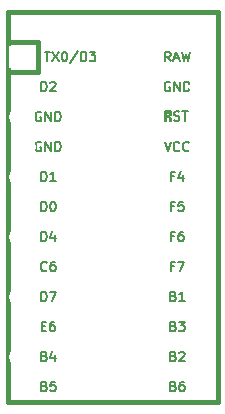
<source format=gto>
G04 #@! TF.GenerationSoftware,KiCad,Pcbnew,5.1.6-c6e7f7d~87~ubuntu16.04.1*
G04 #@! TF.CreationDate,2020-08-10T13:21:27+02:00*
G04 #@! TF.ProjectId,ack42_pcb,61636b34-325f-4706-9362-2e6b69636164,rev?*
G04 #@! TF.SameCoordinates,Original*
G04 #@! TF.FileFunction,Legend,Top*
G04 #@! TF.FilePolarity,Positive*
%FSLAX46Y46*%
G04 Gerber Fmt 4.6, Leading zero omitted, Abs format (unit mm)*
G04 Created by KiCad (PCBNEW 5.1.6-c6e7f7d~87~ubuntu16.04.1) date 2020-08-10 13:21:27*
%MOMM*%
%LPD*%
G01*
G04 APERTURE LIST*
%ADD10C,0.381000*%
%ADD11C,0.150000*%
%ADD12C,0.100000*%
%ADD13C,0.010000*%
%ADD14C,2.100000*%
%ADD15C,3.100000*%
%ADD16C,2.386000*%
%ADD17C,4.087800*%
%ADD18C,1.801800*%
%ADD19C,4.500000*%
%ADD20C,1.852600*%
%ADD21R,1.852600X1.852600*%
%ADD22C,1.700000*%
%ADD23C,6.500000*%
G04 APERTURE END LIST*
D10*
X139553352Y-86542858D02*
X157333352Y-86542858D01*
X142093352Y-56062858D02*
X142093352Y-58602858D01*
X142093352Y-58602858D02*
X139553352Y-58602858D01*
D11*
G36*
X153374920Y-61942218D02*
G01*
X153374920Y-62242218D01*
X153274920Y-62242218D01*
X153274920Y-61942218D01*
X153374920Y-61942218D01*
G37*
X153374920Y-61942218D02*
X153374920Y-62242218D01*
X153274920Y-62242218D01*
X153274920Y-61942218D01*
X153374920Y-61942218D01*
G36*
X153174920Y-62342218D02*
G01*
X153174920Y-62442218D01*
X153074920Y-62442218D01*
X153074920Y-62342218D01*
X153174920Y-62342218D01*
G37*
X153174920Y-62342218D02*
X153174920Y-62442218D01*
X153074920Y-62442218D01*
X153074920Y-62342218D01*
X153174920Y-62342218D01*
G36*
X153374920Y-61942218D02*
G01*
X153374920Y-62042218D01*
X152874920Y-62042218D01*
X152874920Y-61942218D01*
X153374920Y-61942218D01*
G37*
X153374920Y-61942218D02*
X153374920Y-62042218D01*
X152874920Y-62042218D01*
X152874920Y-61942218D01*
X153374920Y-61942218D01*
G36*
X152974920Y-61942218D02*
G01*
X152974920Y-62742218D01*
X152874920Y-62742218D01*
X152874920Y-61942218D01*
X152974920Y-61942218D01*
G37*
X152974920Y-61942218D02*
X152974920Y-62742218D01*
X152874920Y-62742218D01*
X152874920Y-61942218D01*
X152974920Y-61942218D01*
G36*
X153374920Y-62542218D02*
G01*
X153374920Y-62742218D01*
X153274920Y-62742218D01*
X153274920Y-62542218D01*
X153374920Y-62542218D01*
G37*
X153374920Y-62542218D02*
X153374920Y-62742218D01*
X153274920Y-62742218D01*
X153274920Y-62542218D01*
X153374920Y-62542218D01*
D10*
X157333352Y-86542858D02*
X157333352Y-53522858D01*
X139553352Y-53522858D02*
X139553352Y-86542858D01*
X157333352Y-53522858D02*
X139553352Y-53522858D01*
X142093352Y-56062858D02*
X139553352Y-56062858D01*
D11*
X142681003Y-56894762D02*
X143138146Y-56894762D01*
X142909575Y-57694762D02*
X142909575Y-56894762D01*
X143328622Y-56894762D02*
X143861956Y-57694762D01*
X143861956Y-56894762D02*
X143328622Y-57694762D01*
X144319099Y-56894762D02*
X144395289Y-56894762D01*
X144471480Y-56932858D01*
X144509575Y-56970953D01*
X144547670Y-57047143D01*
X144585765Y-57199524D01*
X144585765Y-57390000D01*
X144547670Y-57542381D01*
X144509575Y-57618572D01*
X144471480Y-57656667D01*
X144395289Y-57694762D01*
X144319099Y-57694762D01*
X144242908Y-57656667D01*
X144204813Y-57618572D01*
X144166718Y-57542381D01*
X144128622Y-57390000D01*
X144128622Y-57199524D01*
X144166718Y-57047143D01*
X144204813Y-56970953D01*
X144242908Y-56932858D01*
X144319099Y-56894762D01*
X145500051Y-56856667D02*
X144814337Y-57885238D01*
X145766718Y-57694762D02*
X145766718Y-56894762D01*
X145957194Y-56894762D01*
X146071480Y-56932858D01*
X146147670Y-57009048D01*
X146185765Y-57085238D01*
X146223860Y-57237619D01*
X146223860Y-57351905D01*
X146185765Y-57504286D01*
X146147670Y-57580477D01*
X146071480Y-57656667D01*
X145957194Y-57694762D01*
X145766718Y-57694762D01*
X146490527Y-56894762D02*
X146985765Y-56894762D01*
X146719099Y-57199524D01*
X146833384Y-57199524D01*
X146909575Y-57237619D01*
X146947670Y-57275715D01*
X146985765Y-57351905D01*
X146985765Y-57542381D01*
X146947670Y-57618572D01*
X146909575Y-57656667D01*
X146833384Y-57694762D01*
X146604813Y-57694762D01*
X146528622Y-57656667D01*
X146490527Y-57618572D01*
X142391875Y-60234762D02*
X142391875Y-59434762D01*
X142582352Y-59434762D01*
X142696637Y-59472858D01*
X142772828Y-59549048D01*
X142810923Y-59625238D01*
X142849018Y-59777619D01*
X142849018Y-59891905D01*
X142810923Y-60044286D01*
X142772828Y-60120477D01*
X142696637Y-60196667D01*
X142582352Y-60234762D01*
X142391875Y-60234762D01*
X143153780Y-59510953D02*
X143191875Y-59472858D01*
X143268066Y-59434762D01*
X143458542Y-59434762D01*
X143534732Y-59472858D01*
X143572828Y-59510953D01*
X143610923Y-59587143D01*
X143610923Y-59663334D01*
X143572828Y-59777619D01*
X143115685Y-60234762D01*
X143610923Y-60234762D01*
X142391875Y-70394762D02*
X142391875Y-69594762D01*
X142582352Y-69594762D01*
X142696637Y-69632858D01*
X142772828Y-69709048D01*
X142810923Y-69785238D01*
X142849018Y-69937619D01*
X142849018Y-70051905D01*
X142810923Y-70204286D01*
X142772828Y-70280477D01*
X142696637Y-70356667D01*
X142582352Y-70394762D01*
X142391875Y-70394762D01*
X143344256Y-69594762D02*
X143420447Y-69594762D01*
X143496637Y-69632858D01*
X143534732Y-69670953D01*
X143572828Y-69747143D01*
X143610923Y-69899524D01*
X143610923Y-70090000D01*
X143572828Y-70242381D01*
X143534732Y-70318572D01*
X143496637Y-70356667D01*
X143420447Y-70394762D01*
X143344256Y-70394762D01*
X143268066Y-70356667D01*
X143229971Y-70318572D01*
X143191875Y-70242381D01*
X143153780Y-70090000D01*
X143153780Y-69899524D01*
X143191875Y-69747143D01*
X143229971Y-69670953D01*
X143268066Y-69632858D01*
X143344256Y-69594762D01*
X142391875Y-67854762D02*
X142391875Y-67054762D01*
X142582352Y-67054762D01*
X142696637Y-67092858D01*
X142772828Y-67169048D01*
X142810923Y-67245238D01*
X142849018Y-67397619D01*
X142849018Y-67511905D01*
X142810923Y-67664286D01*
X142772828Y-67740477D01*
X142696637Y-67816667D01*
X142582352Y-67854762D01*
X142391875Y-67854762D01*
X143610923Y-67854762D02*
X143153780Y-67854762D01*
X143382352Y-67854762D02*
X143382352Y-67054762D01*
X143306161Y-67169048D01*
X143229971Y-67245238D01*
X143153780Y-67283334D01*
X142372828Y-64552858D02*
X142296637Y-64514762D01*
X142182352Y-64514762D01*
X142068066Y-64552858D01*
X141991875Y-64629048D01*
X141953780Y-64705238D01*
X141915685Y-64857619D01*
X141915685Y-64971905D01*
X141953780Y-65124286D01*
X141991875Y-65200477D01*
X142068066Y-65276667D01*
X142182352Y-65314762D01*
X142258542Y-65314762D01*
X142372828Y-65276667D01*
X142410923Y-65238572D01*
X142410923Y-64971905D01*
X142258542Y-64971905D01*
X142753780Y-65314762D02*
X142753780Y-64514762D01*
X143210923Y-65314762D01*
X143210923Y-64514762D01*
X143591875Y-65314762D02*
X143591875Y-64514762D01*
X143782352Y-64514762D01*
X143896637Y-64552858D01*
X143972828Y-64629048D01*
X144010923Y-64705238D01*
X144049018Y-64857619D01*
X144049018Y-64971905D01*
X144010923Y-65124286D01*
X143972828Y-65200477D01*
X143896637Y-65276667D01*
X143782352Y-65314762D01*
X143591875Y-65314762D01*
X142372828Y-62012858D02*
X142296637Y-61974762D01*
X142182352Y-61974762D01*
X142068066Y-62012858D01*
X141991875Y-62089048D01*
X141953780Y-62165238D01*
X141915685Y-62317619D01*
X141915685Y-62431905D01*
X141953780Y-62584286D01*
X141991875Y-62660477D01*
X142068066Y-62736667D01*
X142182352Y-62774762D01*
X142258542Y-62774762D01*
X142372828Y-62736667D01*
X142410923Y-62698572D01*
X142410923Y-62431905D01*
X142258542Y-62431905D01*
X142753780Y-62774762D02*
X142753780Y-61974762D01*
X143210923Y-62774762D01*
X143210923Y-61974762D01*
X143591875Y-62774762D02*
X143591875Y-61974762D01*
X143782352Y-61974762D01*
X143896637Y-62012858D01*
X143972828Y-62089048D01*
X144010923Y-62165238D01*
X144049018Y-62317619D01*
X144049018Y-62431905D01*
X144010923Y-62584286D01*
X143972828Y-62660477D01*
X143896637Y-62736667D01*
X143782352Y-62774762D01*
X143591875Y-62774762D01*
X142391875Y-72934762D02*
X142391875Y-72134762D01*
X142582352Y-72134762D01*
X142696637Y-72172858D01*
X142772828Y-72249048D01*
X142810923Y-72325238D01*
X142849018Y-72477619D01*
X142849018Y-72591905D01*
X142810923Y-72744286D01*
X142772828Y-72820477D01*
X142696637Y-72896667D01*
X142582352Y-72934762D01*
X142391875Y-72934762D01*
X143534732Y-72401429D02*
X143534732Y-72934762D01*
X143344256Y-72096667D02*
X143153780Y-72668096D01*
X143649018Y-72668096D01*
X142849018Y-75398572D02*
X142810923Y-75436667D01*
X142696637Y-75474762D01*
X142620447Y-75474762D01*
X142506161Y-75436667D01*
X142429971Y-75360477D01*
X142391875Y-75284286D01*
X142353780Y-75131905D01*
X142353780Y-75017619D01*
X142391875Y-74865238D01*
X142429971Y-74789048D01*
X142506161Y-74712858D01*
X142620447Y-74674762D01*
X142696637Y-74674762D01*
X142810923Y-74712858D01*
X142849018Y-74750953D01*
X143534732Y-74674762D02*
X143382352Y-74674762D01*
X143306161Y-74712858D01*
X143268066Y-74750953D01*
X143191875Y-74865238D01*
X143153780Y-75017619D01*
X143153780Y-75322381D01*
X143191875Y-75398572D01*
X143229971Y-75436667D01*
X143306161Y-75474762D01*
X143458542Y-75474762D01*
X143534732Y-75436667D01*
X143572828Y-75398572D01*
X143610923Y-75322381D01*
X143610923Y-75131905D01*
X143572828Y-75055715D01*
X143534732Y-75017619D01*
X143458542Y-74979524D01*
X143306161Y-74979524D01*
X143229971Y-75017619D01*
X143191875Y-75055715D01*
X143153780Y-75131905D01*
X142391875Y-78014762D02*
X142391875Y-77214762D01*
X142582352Y-77214762D01*
X142696637Y-77252858D01*
X142772828Y-77329048D01*
X142810923Y-77405238D01*
X142849018Y-77557619D01*
X142849018Y-77671905D01*
X142810923Y-77824286D01*
X142772828Y-77900477D01*
X142696637Y-77976667D01*
X142582352Y-78014762D01*
X142391875Y-78014762D01*
X143115685Y-77214762D02*
X143649018Y-77214762D01*
X143306161Y-78014762D01*
X142429971Y-80135715D02*
X142696637Y-80135715D01*
X142810923Y-80554762D02*
X142429971Y-80554762D01*
X142429971Y-79754762D01*
X142810923Y-79754762D01*
X143496637Y-79754762D02*
X143344256Y-79754762D01*
X143268066Y-79792858D01*
X143229971Y-79830953D01*
X143153780Y-79945238D01*
X143115685Y-80097619D01*
X143115685Y-80402381D01*
X143153780Y-80478572D01*
X143191875Y-80516667D01*
X143268066Y-80554762D01*
X143420447Y-80554762D01*
X143496637Y-80516667D01*
X143534732Y-80478572D01*
X143572828Y-80402381D01*
X143572828Y-80211905D01*
X143534732Y-80135715D01*
X143496637Y-80097619D01*
X143420447Y-80059524D01*
X143268066Y-80059524D01*
X143191875Y-80097619D01*
X143153780Y-80135715D01*
X143115685Y-80211905D01*
X142658542Y-82675715D02*
X142772828Y-82713810D01*
X142810923Y-82751905D01*
X142849018Y-82828096D01*
X142849018Y-82942381D01*
X142810923Y-83018572D01*
X142772828Y-83056667D01*
X142696637Y-83094762D01*
X142391875Y-83094762D01*
X142391875Y-82294762D01*
X142658542Y-82294762D01*
X142734732Y-82332858D01*
X142772828Y-82370953D01*
X142810923Y-82447143D01*
X142810923Y-82523334D01*
X142772828Y-82599524D01*
X142734732Y-82637619D01*
X142658542Y-82675715D01*
X142391875Y-82675715D01*
X143534732Y-82561429D02*
X143534732Y-83094762D01*
X143344256Y-82256667D02*
X143153780Y-82828096D01*
X143649018Y-82828096D01*
X142658542Y-85215715D02*
X142772828Y-85253810D01*
X142810923Y-85291905D01*
X142849018Y-85368096D01*
X142849018Y-85482381D01*
X142810923Y-85558572D01*
X142772828Y-85596667D01*
X142696637Y-85634762D01*
X142391875Y-85634762D01*
X142391875Y-84834762D01*
X142658542Y-84834762D01*
X142734732Y-84872858D01*
X142772828Y-84910953D01*
X142810923Y-84987143D01*
X142810923Y-85063334D01*
X142772828Y-85139524D01*
X142734732Y-85177619D01*
X142658542Y-85215715D01*
X142391875Y-85215715D01*
X143572828Y-84834762D02*
X143191875Y-84834762D01*
X143153780Y-85215715D01*
X143191875Y-85177619D01*
X143268066Y-85139524D01*
X143458542Y-85139524D01*
X143534732Y-85177619D01*
X143572828Y-85215715D01*
X143610923Y-85291905D01*
X143610923Y-85482381D01*
X143572828Y-85558572D01*
X143534732Y-85596667D01*
X143458542Y-85634762D01*
X143268066Y-85634762D01*
X143191875Y-85596667D01*
X143153780Y-85558572D01*
X153580542Y-85215715D02*
X153694828Y-85253810D01*
X153732923Y-85291905D01*
X153771018Y-85368096D01*
X153771018Y-85482381D01*
X153732923Y-85558572D01*
X153694828Y-85596667D01*
X153618637Y-85634762D01*
X153313875Y-85634762D01*
X153313875Y-84834762D01*
X153580542Y-84834762D01*
X153656732Y-84872858D01*
X153694828Y-84910953D01*
X153732923Y-84987143D01*
X153732923Y-85063334D01*
X153694828Y-85139524D01*
X153656732Y-85177619D01*
X153580542Y-85215715D01*
X153313875Y-85215715D01*
X154456732Y-84834762D02*
X154304352Y-84834762D01*
X154228161Y-84872858D01*
X154190066Y-84910953D01*
X154113875Y-85025238D01*
X154075780Y-85177619D01*
X154075780Y-85482381D01*
X154113875Y-85558572D01*
X154151971Y-85596667D01*
X154228161Y-85634762D01*
X154380542Y-85634762D01*
X154456732Y-85596667D01*
X154494828Y-85558572D01*
X154532923Y-85482381D01*
X154532923Y-85291905D01*
X154494828Y-85215715D01*
X154456732Y-85177619D01*
X154380542Y-85139524D01*
X154228161Y-85139524D01*
X154151971Y-85177619D01*
X154113875Y-85215715D01*
X154075780Y-85291905D01*
X153580542Y-80135715D02*
X153694828Y-80173810D01*
X153732923Y-80211905D01*
X153771018Y-80288096D01*
X153771018Y-80402381D01*
X153732923Y-80478572D01*
X153694828Y-80516667D01*
X153618637Y-80554762D01*
X153313875Y-80554762D01*
X153313875Y-79754762D01*
X153580542Y-79754762D01*
X153656732Y-79792858D01*
X153694828Y-79830953D01*
X153732923Y-79907143D01*
X153732923Y-79983334D01*
X153694828Y-80059524D01*
X153656732Y-80097619D01*
X153580542Y-80135715D01*
X153313875Y-80135715D01*
X154037685Y-79754762D02*
X154532923Y-79754762D01*
X154266256Y-80059524D01*
X154380542Y-80059524D01*
X154456732Y-80097619D01*
X154494828Y-80135715D01*
X154532923Y-80211905D01*
X154532923Y-80402381D01*
X154494828Y-80478572D01*
X154456732Y-80516667D01*
X154380542Y-80554762D01*
X154151971Y-80554762D01*
X154075780Y-80516667D01*
X154037685Y-80478572D01*
X153580542Y-77595715D02*
X153694828Y-77633810D01*
X153732923Y-77671905D01*
X153771018Y-77748096D01*
X153771018Y-77862381D01*
X153732923Y-77938572D01*
X153694828Y-77976667D01*
X153618637Y-78014762D01*
X153313875Y-78014762D01*
X153313875Y-77214762D01*
X153580542Y-77214762D01*
X153656732Y-77252858D01*
X153694828Y-77290953D01*
X153732923Y-77367143D01*
X153732923Y-77443334D01*
X153694828Y-77519524D01*
X153656732Y-77557619D01*
X153580542Y-77595715D01*
X153313875Y-77595715D01*
X154532923Y-78014762D02*
X154075780Y-78014762D01*
X154304352Y-78014762D02*
X154304352Y-77214762D01*
X154228161Y-77329048D01*
X154151971Y-77405238D01*
X154075780Y-77443334D01*
X153637685Y-67435715D02*
X153371018Y-67435715D01*
X153371018Y-67854762D02*
X153371018Y-67054762D01*
X153751971Y-67054762D01*
X154399590Y-67321429D02*
X154399590Y-67854762D01*
X154209113Y-67016667D02*
X154018637Y-67588096D01*
X154513875Y-67588096D01*
X152837685Y-64514762D02*
X153104352Y-65314762D01*
X153371018Y-64514762D01*
X154094828Y-65238572D02*
X154056732Y-65276667D01*
X153942447Y-65314762D01*
X153866256Y-65314762D01*
X153751971Y-65276667D01*
X153675780Y-65200477D01*
X153637685Y-65124286D01*
X153599590Y-64971905D01*
X153599590Y-64857619D01*
X153637685Y-64705238D01*
X153675780Y-64629048D01*
X153751971Y-64552858D01*
X153866256Y-64514762D01*
X153942447Y-64514762D01*
X154056732Y-64552858D01*
X154094828Y-64590953D01*
X154894828Y-65238572D02*
X154856732Y-65276667D01*
X154742447Y-65314762D01*
X154666256Y-65314762D01*
X154551971Y-65276667D01*
X154475780Y-65200477D01*
X154437685Y-65124286D01*
X154399590Y-64971905D01*
X154399590Y-64857619D01*
X154437685Y-64705238D01*
X154475780Y-64629048D01*
X154551971Y-64552858D01*
X154666256Y-64514762D01*
X154742447Y-64514762D01*
X154856732Y-64552858D01*
X154894828Y-64590953D01*
X153643138Y-62706667D02*
X153757424Y-62744762D01*
X153947900Y-62744762D01*
X154024091Y-62706667D01*
X154062186Y-62668572D01*
X154100281Y-62592381D01*
X154100281Y-62516191D01*
X154062186Y-62440000D01*
X154024091Y-62401905D01*
X153947900Y-62363810D01*
X153795519Y-62325715D01*
X153719329Y-62287619D01*
X153681233Y-62249524D01*
X153643138Y-62173334D01*
X153643138Y-62097143D01*
X153681233Y-62020953D01*
X153719329Y-61982858D01*
X153795519Y-61944762D01*
X153985995Y-61944762D01*
X154100281Y-61982858D01*
X154328852Y-61944762D02*
X154785995Y-61944762D01*
X154557424Y-62744762D02*
X154557424Y-61944762D01*
X153294828Y-59472858D02*
X153218637Y-59434762D01*
X153104352Y-59434762D01*
X152990066Y-59472858D01*
X152913875Y-59549048D01*
X152875780Y-59625238D01*
X152837685Y-59777619D01*
X152837685Y-59891905D01*
X152875780Y-60044286D01*
X152913875Y-60120477D01*
X152990066Y-60196667D01*
X153104352Y-60234762D01*
X153180542Y-60234762D01*
X153294828Y-60196667D01*
X153332923Y-60158572D01*
X153332923Y-59891905D01*
X153180542Y-59891905D01*
X153675780Y-60234762D02*
X153675780Y-59434762D01*
X154132923Y-60234762D01*
X154132923Y-59434762D01*
X154513875Y-60234762D02*
X154513875Y-59434762D01*
X154704352Y-59434762D01*
X154818637Y-59472858D01*
X154894828Y-59549048D01*
X154932923Y-59625238D01*
X154971018Y-59777619D01*
X154971018Y-59891905D01*
X154932923Y-60044286D01*
X154894828Y-60120477D01*
X154818637Y-60196667D01*
X154704352Y-60234762D01*
X154513875Y-60234762D01*
X153351971Y-57694762D02*
X153085304Y-57313810D01*
X152894828Y-57694762D02*
X152894828Y-56894762D01*
X153199590Y-56894762D01*
X153275780Y-56932858D01*
X153313875Y-56970953D01*
X153351971Y-57047143D01*
X153351971Y-57161429D01*
X153313875Y-57237619D01*
X153275780Y-57275715D01*
X153199590Y-57313810D01*
X152894828Y-57313810D01*
X153656732Y-57466191D02*
X154037685Y-57466191D01*
X153580542Y-57694762D02*
X153847209Y-56894762D01*
X154113875Y-57694762D01*
X154304352Y-56894762D02*
X154494828Y-57694762D01*
X154647209Y-57123334D01*
X154799590Y-57694762D01*
X154990066Y-56894762D01*
X153637685Y-69975715D02*
X153371018Y-69975715D01*
X153371018Y-70394762D02*
X153371018Y-69594762D01*
X153751971Y-69594762D01*
X154437685Y-69594762D02*
X154056732Y-69594762D01*
X154018637Y-69975715D01*
X154056732Y-69937619D01*
X154132923Y-69899524D01*
X154323399Y-69899524D01*
X154399590Y-69937619D01*
X154437685Y-69975715D01*
X154475780Y-70051905D01*
X154475780Y-70242381D01*
X154437685Y-70318572D01*
X154399590Y-70356667D01*
X154323399Y-70394762D01*
X154132923Y-70394762D01*
X154056732Y-70356667D01*
X154018637Y-70318572D01*
X153637685Y-72515715D02*
X153371018Y-72515715D01*
X153371018Y-72934762D02*
X153371018Y-72134762D01*
X153751971Y-72134762D01*
X154399590Y-72134762D02*
X154247209Y-72134762D01*
X154171018Y-72172858D01*
X154132923Y-72210953D01*
X154056732Y-72325238D01*
X154018637Y-72477619D01*
X154018637Y-72782381D01*
X154056732Y-72858572D01*
X154094828Y-72896667D01*
X154171018Y-72934762D01*
X154323399Y-72934762D01*
X154399590Y-72896667D01*
X154437685Y-72858572D01*
X154475780Y-72782381D01*
X154475780Y-72591905D01*
X154437685Y-72515715D01*
X154399590Y-72477619D01*
X154323399Y-72439524D01*
X154171018Y-72439524D01*
X154094828Y-72477619D01*
X154056732Y-72515715D01*
X154018637Y-72591905D01*
X153637685Y-75055715D02*
X153371018Y-75055715D01*
X153371018Y-75474762D02*
X153371018Y-74674762D01*
X153751971Y-74674762D01*
X153980542Y-74674762D02*
X154513875Y-74674762D01*
X154171018Y-75474762D01*
X153580542Y-82675715D02*
X153694828Y-82713810D01*
X153732923Y-82751905D01*
X153771018Y-82828096D01*
X153771018Y-82942381D01*
X153732923Y-83018572D01*
X153694828Y-83056667D01*
X153618637Y-83094762D01*
X153313875Y-83094762D01*
X153313875Y-82294762D01*
X153580542Y-82294762D01*
X153656732Y-82332858D01*
X153694828Y-82370953D01*
X153732923Y-82447143D01*
X153732923Y-82523334D01*
X153694828Y-82599524D01*
X153656732Y-82637619D01*
X153580542Y-82675715D01*
X153313875Y-82675715D01*
X154075780Y-82370953D02*
X154113875Y-82332858D01*
X154190066Y-82294762D01*
X154380542Y-82294762D01*
X154456732Y-82332858D01*
X154494828Y-82370953D01*
X154532923Y-82447143D01*
X154532923Y-82523334D01*
X154494828Y-82637619D01*
X154037685Y-83094762D01*
X154532923Y-83094762D01*
%LPC*%
D12*
G36*
X143754729Y-138135956D02*
G01*
X142012308Y-138540264D01*
X142086283Y-138493314D01*
X142194640Y-138404307D01*
X142291537Y-138329319D01*
X142288063Y-138304542D01*
X142199839Y-137962543D01*
X142158853Y-137765951D01*
X142129327Y-137555339D01*
X142079999Y-137107708D01*
X142006013Y-136675726D01*
X141956010Y-137085215D01*
X141932403Y-137491443D01*
X141933100Y-137592184D01*
X141945258Y-137678907D01*
X141962626Y-137802796D01*
X141993192Y-137925055D01*
X142003270Y-138188483D01*
X141985216Y-138442783D01*
X142012308Y-138540264D01*
X143754729Y-138135956D01*
X143476197Y-138447642D01*
X143151126Y-138714663D01*
X143055966Y-138802040D01*
X143163992Y-139381058D01*
X143270281Y-139947688D01*
X143432833Y-140532573D01*
X143631505Y-141087790D01*
X143960084Y-142282339D01*
X144109439Y-142868855D01*
X144222675Y-143485040D01*
X144279647Y-144082969D01*
X144227565Y-144669163D01*
X144030299Y-144794360D01*
X143828165Y-144693297D01*
X143709032Y-144418134D01*
X143627756Y-144125691D01*
X143533282Y-143834879D01*
X143452006Y-143542436D01*
X143325572Y-142927882D01*
X143229008Y-142334844D01*
X143122719Y-141768215D01*
X143029628Y-141199955D01*
X142944524Y-140592898D01*
X142833024Y-139989102D01*
X142691314Y-139552883D01*
X142562800Y-139115034D01*
X142500286Y-139147964D01*
X142450970Y-139179264D01*
X142242243Y-139318481D01*
X142015107Y-139422161D01*
X141964054Y-139441072D01*
X141926552Y-139748188D01*
X141838694Y-140174957D01*
X141749099Y-140589337D01*
X141573383Y-141442874D01*
X141422325Y-142280761D01*
X141313968Y-142369768D01*
X141232349Y-142266420D01*
X141297274Y-141388759D01*
X141307672Y-140505231D01*
X141279186Y-140206267D01*
X141247227Y-139882525D01*
X141235766Y-139896544D01*
X140992657Y-140077819D01*
X140731139Y-140223558D01*
X140477609Y-140330499D01*
X140257421Y-140483735D01*
X140160525Y-140558723D01*
X140069879Y-140582525D01*
X140116761Y-140438095D01*
X140218171Y-140299532D01*
X140529348Y-139933399D01*
X140896789Y-139585523D01*
X141018343Y-139494886D01*
X141123227Y-139381101D01*
X141241651Y-139076591D01*
X141234349Y-138737199D01*
X141231561Y-138334232D01*
X141266629Y-137913985D01*
X141293367Y-137721630D01*
X141359698Y-137524383D01*
X141354133Y-137197380D01*
X141388161Y-136865486D01*
X141453098Y-136466756D01*
X141476705Y-136060528D01*
X141474271Y-135947397D01*
X141498233Y-135831006D01*
X141525668Y-135739392D01*
X141564563Y-135633759D01*
X141644092Y-135434882D01*
X141735080Y-135221986D01*
X141767726Y-135167539D01*
X141811832Y-135099073D01*
X141963255Y-135029953D01*
X142132047Y-135084721D01*
X142350509Y-135398027D01*
X142455404Y-135763173D01*
X142525220Y-136069635D01*
X142593298Y-136363708D01*
X142731193Y-136964243D01*
X142869087Y-137564779D01*
X142935429Y-137846463D01*
X142988573Y-138129778D01*
X143132010Y-138099454D01*
X143347684Y-138009793D01*
X143548424Y-137909373D01*
X143741874Y-137948492D01*
X143754729Y-138135956D01*
G37*
G36*
X144409244Y-138949946D02*
G01*
X144471073Y-139295205D01*
X144557560Y-139624815D01*
X144606533Y-139782610D01*
X144678428Y-139912366D01*
X144812838Y-140009193D01*
X144972945Y-140002017D01*
X145092763Y-139898990D01*
X145154580Y-139765319D01*
X145262240Y-139575570D01*
X145396296Y-139382560D01*
X145500482Y-139168034D01*
X145617866Y-138951877D01*
X145667526Y-138731483D01*
X145715448Y-138498700D01*
X145752950Y-138191583D01*
X145800176Y-137858059D01*
X145866495Y-137181881D01*
X146040132Y-136505050D01*
X146137028Y-136430062D01*
X146203713Y-136522652D01*
X146217961Y-136911599D01*
X146177683Y-137294680D01*
X146203050Y-137858703D01*
X146238140Y-138396317D01*
X146213836Y-138701803D01*
X146200993Y-138993270D01*
X146170095Y-139539036D01*
X146103079Y-140114472D01*
X145936732Y-140651765D01*
X145652648Y-141115378D01*
X145318892Y-141320455D01*
X145096271Y-141360561D01*
X144864965Y-141338722D01*
X144742713Y-141328618D01*
X144643383Y-141290475D01*
X144500290Y-141131704D01*
X144156445Y-140594421D01*
X143912970Y-140006929D01*
X143794181Y-139542672D01*
X143700050Y-139062765D01*
X143594458Y-138596877D01*
X143513525Y-138115340D01*
X143536081Y-137318534D01*
X143609690Y-136502818D01*
X143622876Y-136022257D01*
X143649260Y-135540065D01*
X143745105Y-135074500D01*
X143966676Y-134643816D01*
X144276813Y-134366036D01*
X144691148Y-134352660D01*
X144793951Y-134415581D01*
X144883558Y-134480132D01*
X145222535Y-134791153D01*
X145563249Y-135114563D01*
X145554222Y-135241713D01*
X145420510Y-135245628D01*
X145256231Y-135127284D01*
X145050624Y-135001443D01*
X144843976Y-134963954D01*
X144669631Y-135061113D01*
X144596354Y-135208804D01*
X144562668Y-135351604D01*
X144469600Y-135741206D01*
X144416124Y-136125916D01*
X144440793Y-136589198D01*
X144437331Y-137043351D01*
X144385592Y-137440450D01*
X144320655Y-137839180D01*
X144312679Y-138356908D01*
X144395350Y-138850834D01*
X144409244Y-138949946D01*
G37*
G36*
X153581159Y-143488432D02*
G01*
X153580119Y-143576784D01*
X153509618Y-143648511D01*
X153392577Y-143675574D01*
X153293247Y-143637431D01*
X152789991Y-143208066D01*
X152299934Y-142777072D01*
X151851206Y-142353574D01*
X151391017Y-141944096D01*
X149595761Y-140439202D01*
X147798768Y-138921919D01*
X147616082Y-138768039D01*
X147416725Y-138591011D01*
X147528578Y-139484644D01*
X147587641Y-140384797D01*
X147595640Y-140824931D01*
X147492847Y-141240941D01*
X147365042Y-141382765D01*
X147206671Y-141402330D01*
X147061841Y-141231170D01*
X146822183Y-140479361D01*
X146688105Y-139714509D01*
X146539436Y-138749804D01*
X146469952Y-137775316D01*
X146350443Y-136252455D01*
X146136814Y-134728619D01*
X146125696Y-134553543D01*
X146156948Y-134297613D01*
X146246200Y-134072328D01*
X146392413Y-133966041D01*
X146521612Y-134025701D01*
X146625113Y-134189363D01*
X146705692Y-134381064D01*
X146752929Y-134526470D01*
X146895348Y-135542362D01*
X146893268Y-135719067D01*
X146903689Y-135793401D01*
X146942242Y-135876862D01*
X147219070Y-136989580D01*
X147491694Y-136539986D01*
X147663251Y-136039860D01*
X147845229Y-135614067D01*
X148055339Y-135197403D01*
X148239054Y-134783999D01*
X148422768Y-134370596D01*
X148518968Y-134194866D01*
X148615167Y-134019137D01*
X148676984Y-133885465D01*
X148763460Y-133736144D01*
X148879804Y-133608340D01*
X149024977Y-133590405D01*
X149103819Y-133769717D01*
X149098963Y-134022387D01*
X149041317Y-134281578D01*
X148986447Y-134464805D01*
X148890601Y-134930371D01*
X148821494Y-135203581D01*
X148722518Y-135455275D01*
X148639516Y-135629374D01*
X148569712Y-135801843D01*
X148483934Y-136051906D01*
X148396418Y-136289580D01*
X148071701Y-136846437D01*
X147803248Y-137421551D01*
X147758799Y-137679112D01*
X147827220Y-137784091D01*
X148161684Y-138158686D01*
X148534004Y-138516002D01*
X148939666Y-138919613D01*
X149360262Y-139333982D01*
X149641238Y-139614358D01*
X149958334Y-139865064D01*
X150079546Y-139963521D01*
X150213955Y-140060348D01*
X150353575Y-140194341D01*
X150493195Y-140328335D01*
X151127043Y-141018843D01*
X151797010Y-141679682D01*
X152425991Y-142143928D01*
X153022326Y-142662622D01*
X153307473Y-143068517D01*
X153581159Y-143488432D01*
G37*
G36*
X152682150Y-138105276D02*
G01*
X152745074Y-138877343D01*
X152850586Y-139629969D01*
X152933036Y-140002614D01*
X152983838Y-140364990D01*
X152968605Y-140579556D01*
X152904923Y-140771749D01*
X152872888Y-140974211D01*
X152840854Y-141176673D01*
X152680273Y-141324121D01*
X152499368Y-141218860D01*
X152427471Y-141029237D01*
X152340727Y-140841448D01*
X152226243Y-140671266D01*
X152152392Y-140467705D01*
X152116437Y-140103495D01*
X152108223Y-139721679D01*
X152023421Y-139009031D01*
X151923771Y-138298217D01*
X151033720Y-138521603D01*
X150129991Y-138647427D01*
X149678712Y-138660640D01*
X149304008Y-138465889D01*
X149168031Y-138142393D01*
X149189511Y-137756909D01*
X149256703Y-137266525D01*
X149336789Y-136760370D01*
X149340684Y-136249448D01*
X149312930Y-135728256D01*
X149302750Y-134793706D01*
X149504338Y-133861351D01*
X149635226Y-133717572D01*
X149843087Y-133691893D01*
X150034932Y-133767445D01*
X150119722Y-133941296D01*
X150125210Y-134734637D01*
X150039662Y-135525046D01*
X149926372Y-136333061D01*
X149933815Y-137140340D01*
X149948277Y-137351237D01*
X149960784Y-137548196D01*
X149967430Y-137703343D01*
X149988923Y-137856656D01*
X150196785Y-137830977D01*
X150406600Y-137819236D01*
X151095436Y-137776676D01*
X151808888Y-137801968D01*
X151536136Y-136502846D01*
X151547435Y-135182811D01*
X151659568Y-135012990D01*
X151861567Y-134945499D01*
X152049504Y-134993176D01*
X152151095Y-135179130D01*
X152301149Y-135926254D01*
X152523484Y-136650270D01*
X152639935Y-137373187D01*
X152682150Y-138105276D01*
G37*
G36*
X156145164Y-138769239D02*
G01*
X156320593Y-138619956D01*
X156516345Y-138723384D01*
X156707418Y-139224399D01*
X156809408Y-139736419D01*
X156728539Y-140129240D01*
X156500366Y-140441006D01*
X156020961Y-140684557D01*
X155499353Y-140734816D01*
X154942189Y-140746932D01*
X154424489Y-140825066D01*
X154119729Y-140806000D01*
X153967734Y-140583736D01*
X154114613Y-139261130D01*
X154523665Y-137977031D01*
X154958503Y-136661389D01*
X155435929Y-135326306D01*
X155652764Y-134718184D01*
X155653921Y-134079989D01*
X155498018Y-133829850D01*
X155283511Y-133700382D01*
X155006491Y-133663710D01*
X154703684Y-133658581D01*
X154389938Y-133683162D01*
X154107840Y-133718011D01*
X153781200Y-133758364D01*
X153632728Y-133776706D01*
X153625696Y-133834290D01*
X153574521Y-134223443D01*
X153629231Y-134613694D01*
X153660108Y-135049426D01*
X153690985Y-135485157D01*
X153553452Y-135473790D01*
X153461630Y-135357523D01*
X153349100Y-135201278D01*
X153247509Y-135015324D01*
X153133024Y-134845141D01*
X153046280Y-134657352D01*
X152973600Y-134354395D01*
X152943507Y-134031998D01*
X153052502Y-133408839D01*
X153631931Y-133124574D01*
X153901135Y-133105496D01*
X154155493Y-133088252D01*
X154896685Y-133095939D01*
X155639048Y-133004229D01*
X155846910Y-132978550D01*
X156056725Y-132966809D01*
X156353284Y-133142857D01*
X156527942Y-133419037D01*
X156574836Y-133753538D01*
X156547494Y-134097209D01*
X156399432Y-134980414D01*
X156204875Y-135855184D01*
X156096265Y-136265612D01*
X155924358Y-136655500D01*
X155812226Y-136825321D01*
X155712988Y-136979370D01*
X155608671Y-137204941D01*
X155534049Y-137426843D01*
X155227746Y-138258702D01*
X154904641Y-139078458D01*
X154753443Y-139508326D01*
X154812061Y-139926451D01*
X154982026Y-140061422D01*
X155271940Y-140082323D01*
X155568885Y-140045639D01*
X155804487Y-140002354D01*
X156065092Y-139814191D01*
X156153777Y-139477120D01*
X156145563Y-139095304D01*
X156145164Y-138769239D01*
G37*
G36*
X147509178Y-142799481D02*
G01*
X147567416Y-142565186D01*
X147642292Y-142315271D01*
X147700529Y-142174694D01*
X147775405Y-142135645D01*
X147850282Y-142143455D01*
X147900199Y-142205934D01*
X147908519Y-142291842D01*
X147841962Y-142955678D01*
X147775405Y-143619514D01*
X147658931Y-144408307D01*
X147484220Y-145181481D01*
X147284549Y-146087422D01*
X147126477Y-146462294D01*
X146935126Y-146821547D01*
X146835291Y-146969934D01*
X146693858Y-147016793D01*
X146585703Y-146954314D01*
X146519147Y-146837166D01*
X146386033Y-146454484D01*
X146311157Y-146063993D01*
X146311157Y-145775029D01*
X146294518Y-145478255D01*
X146227961Y-145283009D01*
X146161404Y-145072144D01*
X146119806Y-144845658D01*
X146094847Y-144619173D01*
X146053249Y-144174012D01*
X146028291Y-143728852D01*
X146011652Y-143502367D01*
X146011652Y-143275881D01*
X146019971Y-143072826D01*
X146078208Y-142885389D01*
X146186363Y-142830721D01*
X146302837Y-142861960D01*
X146419312Y-143072826D01*
X146477549Y-143299311D01*
X146527466Y-143541416D01*
X146577384Y-143775711D01*
X146660580Y-144267730D01*
X146727137Y-144759750D01*
X146743776Y-145275199D01*
X146777054Y-145782839D01*
X146793693Y-145837507D01*
X146835291Y-145860937D01*
X146885209Y-145837507D01*
X146910168Y-145775029D01*
X147010003Y-145290819D01*
X147059920Y-144790989D01*
X147193034Y-143916288D01*
X147442622Y-143065016D01*
X147475900Y-142932248D01*
X147509178Y-142799481D01*
G37*
G36*
X149811884Y-144626850D02*
G01*
X149652148Y-144645594D01*
X149665459Y-144389431D01*
X149618869Y-144127021D01*
X149439166Y-144401927D01*
X149352642Y-144520636D01*
X149292741Y-144645594D01*
X149246152Y-144758055D01*
X149186250Y-144864269D01*
X148939990Y-145264133D01*
X148766943Y-145701484D01*
X148786910Y-145976390D01*
X148853467Y-146238800D01*
X148986580Y-146544946D01*
X149026514Y-146613672D01*
X149079760Y-146669903D01*
X149099727Y-146638664D01*
X149146316Y-146601177D01*
X149312708Y-146332518D01*
X149405888Y-146026373D01*
X149459133Y-145701484D01*
X149492412Y-145370347D01*
X149505723Y-145189158D01*
X149545657Y-145014218D01*
X149578935Y-144939244D01*
X149618869Y-144851773D01*
X149638836Y-144751807D01*
X149652148Y-144645594D01*
X149811884Y-144626850D01*
X149798573Y-144764303D01*
X149805228Y-144901756D01*
X149831851Y-145020466D01*
X149845162Y-145139175D01*
X149825195Y-145370347D01*
X149798573Y-145595270D01*
X149732016Y-146032621D01*
X149612214Y-146457476D01*
X149459133Y-146701143D01*
X149246152Y-146919818D01*
X148993236Y-147001040D01*
X148733665Y-146851091D01*
X148700386Y-144976731D01*
X148713698Y-145101688D01*
X148913368Y-144764303D01*
X148993236Y-144645594D01*
X149093071Y-144539380D01*
X149199562Y-144433166D01*
X149292741Y-144308209D01*
X149412543Y-144145764D01*
X149558968Y-144002063D01*
X149292741Y-143870858D01*
X148993236Y-143927089D01*
X148946646Y-143939585D01*
X148840155Y-144089533D01*
X148780254Y-144258226D01*
X148753632Y-144433166D01*
X148720353Y-144639346D01*
X148707042Y-144845526D01*
X148700386Y-144976731D01*
X148733665Y-146851091D01*
X148587240Y-146619920D01*
X148494060Y-146370006D01*
X148427504Y-146188817D01*
X148387569Y-146001381D01*
X148360947Y-145439073D01*
X148374258Y-144864269D01*
X148334324Y-144589363D01*
X148314357Y-144308209D01*
X148347635Y-144027055D01*
X148487405Y-143783388D01*
X148720353Y-143627191D01*
X149013203Y-143570960D01*
X149306053Y-143583456D01*
X149598902Y-143633439D01*
X149718704Y-143664678D01*
X149818540Y-143733405D01*
X149865129Y-143833371D01*
X149878441Y-143933337D01*
X149858474Y-144283217D01*
X149811884Y-144626850D01*
G37*
G36*
X150684817Y-146751125D02*
G01*
X150711440Y-146969801D01*
X150644883Y-147175981D01*
X150551704Y-147250955D01*
X150445213Y-147257203D01*
X150365345Y-147225964D01*
X150292132Y-147175981D01*
X150225576Y-147038527D01*
X150212264Y-146869835D01*
X150278821Y-146719886D01*
X150352034Y-146688647D01*
X150431902Y-146638664D01*
X150525081Y-146626168D01*
X150684817Y-146751125D01*
G37*
G36*
X151503465Y-146788613D02*
G01*
X151476843Y-146882331D01*
X151450220Y-146976049D01*
X151383663Y-147138493D01*
X151277172Y-147269699D01*
X151164026Y-146551194D01*
X151137403Y-145826441D01*
X151150715Y-145501552D01*
X151210616Y-145182910D01*
X151210616Y-144851773D01*
X151177337Y-144514388D01*
X151190649Y-144308209D01*
X151217271Y-144102029D01*
X151230583Y-143989568D01*
X151243894Y-143864610D01*
X151170682Y-143870858D01*
X151104125Y-143870858D01*
X151044224Y-143839619D01*
X151057535Y-143777140D01*
X151170682Y-143677174D01*
X151303795Y-143583456D01*
X151423597Y-143558465D01*
X151490154Y-143627191D01*
X151523432Y-143745901D01*
X151536744Y-143852114D01*
X151530088Y-144364440D01*
X151490154Y-144870517D01*
X151503465Y-145401586D01*
X151543399Y-145926407D01*
X151550055Y-146363758D01*
X151503465Y-146788613D01*
G37*
D13*
G36*
X140544281Y-130898542D02*
G01*
X141021986Y-130926640D01*
X141556056Y-130978318D01*
X142110695Y-131049897D01*
X142650102Y-131137701D01*
X143138480Y-131238053D01*
X143540029Y-131347277D01*
X143655487Y-131387701D01*
X144112604Y-131583806D01*
X144553990Y-131811716D01*
X144923778Y-132039631D01*
X145166099Y-132235750D01*
X145187292Y-132259604D01*
X145242549Y-132353058D01*
X145181064Y-132397505D01*
X144967337Y-132407040D01*
X144823592Y-132404023D01*
X144470523Y-132386196D01*
X144162546Y-132357541D01*
X144074552Y-132344594D01*
X143408998Y-132212134D01*
X142724659Y-132052955D01*
X142050335Y-131876184D01*
X141414828Y-131690947D01*
X140846939Y-131506369D01*
X140375468Y-131331577D01*
X140029219Y-131175696D01*
X139836991Y-131047854D01*
X139807352Y-130992482D01*
X139901165Y-130927785D01*
X140158742Y-130897698D01*
X140544281Y-130898542D01*
G37*
X140544281Y-130898542D02*
X141021986Y-130926640D01*
X141556056Y-130978318D01*
X142110695Y-131049897D01*
X142650102Y-131137701D01*
X143138480Y-131238053D01*
X143540029Y-131347277D01*
X143655487Y-131387701D01*
X144112604Y-131583806D01*
X144553990Y-131811716D01*
X144923778Y-132039631D01*
X145166099Y-132235750D01*
X145187292Y-132259604D01*
X145242549Y-132353058D01*
X145181064Y-132397505D01*
X144967337Y-132407040D01*
X144823592Y-132404023D01*
X144470523Y-132386196D01*
X144162546Y-132357541D01*
X144074552Y-132344594D01*
X143408998Y-132212134D01*
X142724659Y-132052955D01*
X142050335Y-131876184D01*
X141414828Y-131690947D01*
X140846939Y-131506369D01*
X140375468Y-131331577D01*
X140029219Y-131175696D01*
X139836991Y-131047854D01*
X139807352Y-130992482D01*
X139901165Y-130927785D01*
X140158742Y-130897698D01*
X140544281Y-130898542D01*
G36*
X139996733Y-129213761D02*
G01*
X141055365Y-129337965D01*
X142130642Y-129551070D01*
X143173863Y-129842612D01*
X144136324Y-130202124D01*
X144969325Y-130619139D01*
X145269700Y-130809488D01*
X145699795Y-131126272D01*
X146079685Y-131446594D01*
X146388749Y-131747492D01*
X146606364Y-132006002D01*
X146711909Y-132199162D01*
X146684760Y-132304008D01*
X146622861Y-132316260D01*
X146451164Y-132349773D01*
X146377511Y-132374610D01*
X146222298Y-132334964D01*
X145951603Y-132153716D01*
X145582947Y-131842886D01*
X145523303Y-131788601D01*
X145125916Y-131450902D01*
X144693729Y-131125949D01*
X144304972Y-130871609D01*
X144216522Y-130821974D01*
X143312974Y-130430482D01*
X142283804Y-130138005D01*
X141185439Y-129953298D01*
X140074311Y-129885116D01*
X139006847Y-129942213D01*
X138761964Y-129975757D01*
X138345819Y-130036410D01*
X138069951Y-130058144D01*
X137874329Y-130036220D01*
X137698927Y-129965904D01*
X137546752Y-129879873D01*
X137293857Y-129718312D01*
X137177242Y-129597927D01*
X137210950Y-129503981D01*
X137409023Y-129421742D01*
X137785502Y-129336473D01*
X138124211Y-129273924D01*
X139003447Y-129188925D01*
X139996733Y-129213761D01*
G37*
X139996733Y-129213761D02*
X141055365Y-129337965D01*
X142130642Y-129551070D01*
X143173863Y-129842612D01*
X144136324Y-130202124D01*
X144969325Y-130619139D01*
X145269700Y-130809488D01*
X145699795Y-131126272D01*
X146079685Y-131446594D01*
X146388749Y-131747492D01*
X146606364Y-132006002D01*
X146711909Y-132199162D01*
X146684760Y-132304008D01*
X146622861Y-132316260D01*
X146451164Y-132349773D01*
X146377511Y-132374610D01*
X146222298Y-132334964D01*
X145951603Y-132153716D01*
X145582947Y-131842886D01*
X145523303Y-131788601D01*
X145125916Y-131450902D01*
X144693729Y-131125949D01*
X144304972Y-130871609D01*
X144216522Y-130821974D01*
X143312974Y-130430482D01*
X142283804Y-130138005D01*
X141185439Y-129953298D01*
X140074311Y-129885116D01*
X139006847Y-129942213D01*
X138761964Y-129975757D01*
X138345819Y-130036410D01*
X138069951Y-130058144D01*
X137874329Y-130036220D01*
X137698927Y-129965904D01*
X137546752Y-129879873D01*
X137293857Y-129718312D01*
X137177242Y-129597927D01*
X137210950Y-129503981D01*
X137409023Y-129421742D01*
X137785502Y-129336473D01*
X138124211Y-129273924D01*
X139003447Y-129188925D01*
X139996733Y-129213761D01*
G36*
X156282207Y-130926063D02*
G01*
X156461767Y-130988375D01*
X156504868Y-131042134D01*
X156463321Y-131108816D01*
X156318377Y-131196869D01*
X156051287Y-131314735D01*
X155643300Y-131470862D01*
X155075668Y-131673692D01*
X154488552Y-131877138D01*
X153775026Y-132108051D01*
X153187737Y-132262929D01*
X152670425Y-132355105D01*
X152329552Y-132388797D01*
X151946178Y-132409815D01*
X151654933Y-132415547D01*
X151502937Y-132405463D01*
X151491352Y-132398268D01*
X151574922Y-132295955D01*
X151794944Y-132131903D01*
X152105378Y-131933752D01*
X152460188Y-131729143D01*
X152813337Y-131545715D01*
X153118787Y-131411108D01*
X153161772Y-131395379D01*
X153545856Y-131284591D01*
X154058260Y-131169251D01*
X154632099Y-131061078D01*
X155200487Y-130971786D01*
X155696538Y-130913092D01*
X156012552Y-130896014D01*
X156282207Y-130926063D01*
G37*
X156282207Y-130926063D02*
X156461767Y-130988375D01*
X156504868Y-131042134D01*
X156463321Y-131108816D01*
X156318377Y-131196869D01*
X156051287Y-131314735D01*
X155643300Y-131470862D01*
X155075668Y-131673692D01*
X154488552Y-131877138D01*
X153775026Y-132108051D01*
X153187737Y-132262929D01*
X152670425Y-132355105D01*
X152329552Y-132388797D01*
X151946178Y-132409815D01*
X151654933Y-132415547D01*
X151502937Y-132405463D01*
X151491352Y-132398268D01*
X151574922Y-132295955D01*
X151794944Y-132131903D01*
X152105378Y-131933752D01*
X152460188Y-131729143D01*
X152813337Y-131545715D01*
X153118787Y-131411108D01*
X153161772Y-131395379D01*
X153545856Y-131284591D01*
X154058260Y-131169251D01*
X154632099Y-131061078D01*
X155200487Y-130971786D01*
X155696538Y-130913092D01*
X156012552Y-130896014D01*
X156282207Y-130926063D01*
G36*
X158175280Y-129225758D02*
G01*
X158656784Y-129245013D01*
X158965842Y-129286302D01*
X159117716Y-129355767D01*
X159127665Y-129459547D01*
X159010951Y-129603784D01*
X158832146Y-129755988D01*
X158579940Y-129940894D01*
X158387491Y-130014805D01*
X158161635Y-130000537D01*
X157987371Y-129962893D01*
X157625209Y-129915547D01*
X157117876Y-129898120D01*
X156520760Y-129907887D01*
X155889252Y-129942122D01*
X155278741Y-129998100D01*
X154744615Y-130073098D01*
X154437752Y-130137519D01*
X153628358Y-130402110D01*
X152806223Y-130770514D01*
X152047300Y-131204902D01*
X151512746Y-131594335D01*
X151159471Y-131856897D01*
X150812125Y-132061023D01*
X150507642Y-132191667D01*
X150282953Y-132233785D01*
X150174991Y-132172331D01*
X150170552Y-132141091D01*
X150244895Y-132011039D01*
X150442447Y-131792455D01*
X150724987Y-131520223D01*
X151054295Y-131229226D01*
X151392151Y-130954348D01*
X151700337Y-130730471D01*
X151755115Y-130694845D01*
X152345227Y-130376944D01*
X153099362Y-130061054D01*
X153978738Y-129761810D01*
X154925163Y-129498678D01*
X155417497Y-129383733D01*
X155850430Y-129305515D01*
X156287976Y-129257169D01*
X156794151Y-129231844D01*
X157432972Y-129222686D01*
X157506071Y-129222397D01*
X158175280Y-129225758D01*
G37*
X158175280Y-129225758D02*
X158656784Y-129245013D01*
X158965842Y-129286302D01*
X159117716Y-129355767D01*
X159127665Y-129459547D01*
X159010951Y-129603784D01*
X158832146Y-129755988D01*
X158579940Y-129940894D01*
X158387491Y-130014805D01*
X158161635Y-130000537D01*
X157987371Y-129962893D01*
X157625209Y-129915547D01*
X157117876Y-129898120D01*
X156520760Y-129907887D01*
X155889252Y-129942122D01*
X155278741Y-129998100D01*
X154744615Y-130073098D01*
X154437752Y-130137519D01*
X153628358Y-130402110D01*
X152806223Y-130770514D01*
X152047300Y-131204902D01*
X151512746Y-131594335D01*
X151159471Y-131856897D01*
X150812125Y-132061023D01*
X150507642Y-132191667D01*
X150282953Y-132233785D01*
X150174991Y-132172331D01*
X150170552Y-132141091D01*
X150244895Y-132011039D01*
X150442447Y-131792455D01*
X150724987Y-131520223D01*
X151054295Y-131229226D01*
X151392151Y-130954348D01*
X151700337Y-130730471D01*
X151755115Y-130694845D01*
X152345227Y-130376944D01*
X153099362Y-130061054D01*
X153978738Y-129761810D01*
X154925163Y-129498678D01*
X155417497Y-129383733D01*
X155850430Y-129305515D01*
X156287976Y-129257169D01*
X156794151Y-129231844D01*
X157432972Y-129222686D01*
X157506071Y-129222397D01*
X158175280Y-129225758D01*
G36*
X148295158Y-126054549D02*
G01*
X148373178Y-126328352D01*
X148457053Y-126410366D01*
X148529095Y-126298045D01*
X148563914Y-126093260D01*
X148592768Y-125898054D01*
X148667173Y-125802204D01*
X148842891Y-125772889D01*
X149103752Y-125775529D01*
X149702418Y-125881124D01*
X150314095Y-126146239D01*
X150893092Y-126535861D01*
X151393720Y-127014973D01*
X151770288Y-127548561D01*
X151939519Y-127948740D01*
X152030151Y-128286010D01*
X152088720Y-128565554D01*
X152100952Y-128677100D01*
X152146152Y-128837841D01*
X152243371Y-128837645D01*
X152335036Y-128686690D01*
X152348954Y-128633260D01*
X152383186Y-128433064D01*
X152433581Y-128090927D01*
X152491510Y-127666591D01*
X152517771Y-127464473D01*
X152583950Y-127030936D01*
X152660014Y-126661494D01*
X152733603Y-126412020D01*
X152763867Y-126352037D01*
X152845382Y-126274836D01*
X152927984Y-126310869D01*
X153042432Y-126487327D01*
X153150158Y-126693540D01*
X153349580Y-127049054D01*
X153566925Y-127381102D01*
X153670124Y-127515842D01*
X153882801Y-127856179D01*
X153902507Y-128155554D01*
X153729917Y-128434577D01*
X153701152Y-128463070D01*
X153486669Y-128621547D01*
X153142199Y-128825583D01*
X152713814Y-129053091D01*
X152247587Y-129281986D01*
X151789591Y-129490184D01*
X151385897Y-129655600D01*
X151082578Y-129756149D01*
X150961639Y-129776260D01*
X150527523Y-129685725D01*
X150078334Y-129438830D01*
X149661274Y-129072634D01*
X149323545Y-128624199D01*
X149206964Y-128398561D01*
X148946407Y-127949429D01*
X148662017Y-127694778D01*
X148374316Y-127633460D01*
X148103823Y-127764329D01*
X147871059Y-128086237D01*
X147725579Y-128481371D01*
X147640056Y-128702315D01*
X147490327Y-128897186D01*
X147235161Y-129109382D01*
X146929234Y-129319571D01*
X146472921Y-129592992D01*
X146094536Y-129735742D01*
X145732836Y-129750774D01*
X145326579Y-129641039D01*
X144836552Y-129420435D01*
X144228818Y-129090520D01*
X143712987Y-128753738D01*
X143321665Y-128433884D01*
X143087460Y-128154754D01*
X143077432Y-128136679D01*
X143015665Y-127985076D01*
X143024582Y-127837143D01*
X143120973Y-127637053D01*
X143319337Y-127332357D01*
X143542511Y-126983933D01*
X143736370Y-126647659D01*
X143836957Y-126444703D01*
X143941646Y-126232904D01*
X144027921Y-126185151D01*
X144128452Y-126259646D01*
X144226316Y-126460734D01*
X144280736Y-126785685D01*
X144285778Y-126898802D01*
X144308033Y-127284370D01*
X144357228Y-127705457D01*
X144424287Y-128113420D01*
X144500133Y-128459617D01*
X144575691Y-128695407D01*
X144635474Y-128772998D01*
X144712873Y-128686736D01*
X144785766Y-128464881D01*
X144804228Y-128372313D01*
X144997516Y-127744060D01*
X145363855Y-127156066D01*
X145795464Y-126693173D01*
X146456521Y-126183898D01*
X147153537Y-125866004D01*
X147725151Y-125744950D01*
X148225950Y-125685638D01*
X148295158Y-126054549D01*
G37*
X148295158Y-126054549D02*
X148373178Y-126328352D01*
X148457053Y-126410366D01*
X148529095Y-126298045D01*
X148563914Y-126093260D01*
X148592768Y-125898054D01*
X148667173Y-125802204D01*
X148842891Y-125772889D01*
X149103752Y-125775529D01*
X149702418Y-125881124D01*
X150314095Y-126146239D01*
X150893092Y-126535861D01*
X151393720Y-127014973D01*
X151770288Y-127548561D01*
X151939519Y-127948740D01*
X152030151Y-128286010D01*
X152088720Y-128565554D01*
X152100952Y-128677100D01*
X152146152Y-128837841D01*
X152243371Y-128837645D01*
X152335036Y-128686690D01*
X152348954Y-128633260D01*
X152383186Y-128433064D01*
X152433581Y-128090927D01*
X152491510Y-127666591D01*
X152517771Y-127464473D01*
X152583950Y-127030936D01*
X152660014Y-126661494D01*
X152733603Y-126412020D01*
X152763867Y-126352037D01*
X152845382Y-126274836D01*
X152927984Y-126310869D01*
X153042432Y-126487327D01*
X153150158Y-126693540D01*
X153349580Y-127049054D01*
X153566925Y-127381102D01*
X153670124Y-127515842D01*
X153882801Y-127856179D01*
X153902507Y-128155554D01*
X153729917Y-128434577D01*
X153701152Y-128463070D01*
X153486669Y-128621547D01*
X153142199Y-128825583D01*
X152713814Y-129053091D01*
X152247587Y-129281986D01*
X151789591Y-129490184D01*
X151385897Y-129655600D01*
X151082578Y-129756149D01*
X150961639Y-129776260D01*
X150527523Y-129685725D01*
X150078334Y-129438830D01*
X149661274Y-129072634D01*
X149323545Y-128624199D01*
X149206964Y-128398561D01*
X148946407Y-127949429D01*
X148662017Y-127694778D01*
X148374316Y-127633460D01*
X148103823Y-127764329D01*
X147871059Y-128086237D01*
X147725579Y-128481371D01*
X147640056Y-128702315D01*
X147490327Y-128897186D01*
X147235161Y-129109382D01*
X146929234Y-129319571D01*
X146472921Y-129592992D01*
X146094536Y-129735742D01*
X145732836Y-129750774D01*
X145326579Y-129641039D01*
X144836552Y-129420435D01*
X144228818Y-129090520D01*
X143712987Y-128753738D01*
X143321665Y-128433884D01*
X143087460Y-128154754D01*
X143077432Y-128136679D01*
X143015665Y-127985076D01*
X143024582Y-127837143D01*
X143120973Y-127637053D01*
X143319337Y-127332357D01*
X143542511Y-126983933D01*
X143736370Y-126647659D01*
X143836957Y-126444703D01*
X143941646Y-126232904D01*
X144027921Y-126185151D01*
X144128452Y-126259646D01*
X144226316Y-126460734D01*
X144280736Y-126785685D01*
X144285778Y-126898802D01*
X144308033Y-127284370D01*
X144357228Y-127705457D01*
X144424287Y-128113420D01*
X144500133Y-128459617D01*
X144575691Y-128695407D01*
X144635474Y-128772998D01*
X144712873Y-128686736D01*
X144785766Y-128464881D01*
X144804228Y-128372313D01*
X144997516Y-127744060D01*
X145363855Y-127156066D01*
X145795464Y-126693173D01*
X146456521Y-126183898D01*
X147153537Y-125866004D01*
X147725151Y-125744950D01*
X148225950Y-125685638D01*
X148295158Y-126054549D01*
G36*
X149339905Y-93865116D02*
G01*
X149490336Y-93939933D01*
X149657625Y-94139383D01*
X149809122Y-94472760D01*
X149920425Y-94870976D01*
X149967132Y-95264940D01*
X149967352Y-95290514D01*
X150001481Y-95469835D01*
X150080672Y-95479016D01*
X150145990Y-95331937D01*
X150151145Y-95040214D01*
X150143953Y-94965019D01*
X150119818Y-94697741D01*
X150117109Y-94539544D01*
X150123442Y-94521060D01*
X150194800Y-94595374D01*
X150345499Y-94785737D01*
X150462431Y-94941858D01*
X150645904Y-95226774D01*
X150695351Y-95448926D01*
X150603654Y-95671565D01*
X150363697Y-95957942D01*
X150345978Y-95976882D01*
X150086667Y-96280029D01*
X149829880Y-96624487D01*
X149606078Y-96963476D01*
X149445724Y-97250215D01*
X149379278Y-97437922D01*
X149380081Y-97460250D01*
X149503484Y-97587403D01*
X149815855Y-97649796D01*
X149818412Y-97649986D01*
X150226520Y-97680113D01*
X150218157Y-98107186D01*
X150122148Y-98595185D01*
X149917137Y-99032867D01*
X149690330Y-99494635D01*
X149504838Y-100011569D01*
X149386633Y-100501702D01*
X149357752Y-100798280D01*
X149435298Y-101168669D01*
X149664987Y-101406185D01*
X149870999Y-101481812D01*
X150107813Y-101595426D01*
X150274818Y-101782733D01*
X150339094Y-101985236D01*
X150267722Y-102144441D01*
X150250689Y-102156474D01*
X149954012Y-102233481D01*
X149611058Y-102153039D01*
X149274480Y-101935190D01*
X149066593Y-101705802D01*
X148932794Y-101584734D01*
X148827707Y-101642400D01*
X148744663Y-101887605D01*
X148692928Y-102199167D01*
X148664252Y-102528132D01*
X148699899Y-102745581D01*
X148819236Y-102938164D01*
X148872320Y-103001800D01*
X149005563Y-103141738D01*
X149145065Y-103227663D01*
X149343277Y-103273515D01*
X149652649Y-103293236D01*
X149991589Y-103299292D01*
X150425360Y-103299106D01*
X150710416Y-103278566D01*
X150901055Y-103226105D01*
X151051572Y-103130153D01*
X151136061Y-103055460D01*
X151433681Y-102733704D01*
X151546256Y-102494548D01*
X151473448Y-102335896D01*
X151214920Y-102255655D01*
X151005563Y-102244215D01*
X150768377Y-102208598D01*
X150641395Y-102124082D01*
X150638428Y-102115660D01*
X150526522Y-101731523D01*
X150421191Y-101496567D01*
X150289044Y-101360741D01*
X150096688Y-101273997D01*
X150071279Y-101265582D01*
X149829760Y-101161135D01*
X149691499Y-101052594D01*
X149684287Y-101037867D01*
X149692334Y-100788771D01*
X149826518Y-100441922D01*
X150065802Y-100039675D01*
X150382669Y-99631774D01*
X150761169Y-99117238D01*
X151000609Y-98613507D01*
X151099163Y-98146505D01*
X151055008Y-97742159D01*
X150866317Y-97426395D01*
X150551552Y-97232091D01*
X150407651Y-97135835D01*
X150395609Y-96971732D01*
X150517372Y-96704226D01*
X150586832Y-96587873D01*
X150710322Y-96333351D01*
X150751038Y-96131656D01*
X150744420Y-96098491D01*
X150748947Y-95914715D01*
X150834689Y-95662307D01*
X150845415Y-95640193D01*
X150942286Y-95407664D01*
X150932069Y-95243005D01*
X150844764Y-95086681D01*
X150762348Y-94938621D01*
X150774842Y-94827661D01*
X150909427Y-94700496D01*
X151114888Y-94556958D01*
X151531463Y-94299416D01*
X151831015Y-94193261D01*
X152043963Y-94250524D01*
X152200726Y-94483234D01*
X152331723Y-94903421D01*
X152366972Y-95052116D01*
X152519336Y-95581255D01*
X152711623Y-95946323D01*
X152973726Y-96186202D01*
X153335536Y-96339773D01*
X153362964Y-96347623D01*
X153857053Y-96424996D01*
X154248050Y-96342510D01*
X154536540Y-96126272D01*
X154678127Y-96008373D01*
X154742225Y-96022305D01*
X154742552Y-96028943D01*
X154811058Y-96060918D01*
X154994793Y-95964625D01*
X155051511Y-95924319D01*
X155282339Y-95687106D01*
X155330911Y-95489477D01*
X155287063Y-95375998D01*
X155165576Y-95302024D01*
X154921890Y-95250705D01*
X154602349Y-95213977D01*
X154125740Y-95147811D01*
X153849108Y-95063536D01*
X153773280Y-94961606D01*
X153899081Y-94842480D01*
X153914747Y-94833890D01*
X154347293Y-94682017D01*
X154863575Y-94655188D01*
X155492105Y-94754068D01*
X155960244Y-94881729D01*
X156607596Y-95120453D01*
X157056215Y-95381615D01*
X157309888Y-95671044D01*
X157372402Y-95994565D01*
X157247542Y-96358007D01*
X157079352Y-96603859D01*
X156867406Y-96952808D01*
X156779290Y-97284494D01*
X156823477Y-97549351D01*
X156901552Y-97644210D01*
X157090649Y-97740817D01*
X157321245Y-97814322D01*
X157551653Y-97923839D01*
X157842606Y-98133945D01*
X158056692Y-98327158D01*
X158577142Y-98818454D01*
X159099551Y-99259194D01*
X159591542Y-99625688D01*
X160020737Y-99894248D01*
X160354759Y-100041184D01*
X160419880Y-100056186D01*
X160709611Y-100134362D01*
X160918288Y-100242095D01*
X160946743Y-100269402D01*
X161137860Y-100384360D01*
X161308192Y-100413860D01*
X161492976Y-100368747D01*
X161549114Y-100195931D01*
X161549752Y-100159860D01*
X161591611Y-99949433D01*
X161707973Y-99926857D01*
X161851098Y-100054098D01*
X161925906Y-100286682D01*
X161904178Y-100520802D01*
X161835892Y-101012003D01*
X161860067Y-101405824D01*
X161973028Y-101663490D01*
X162016210Y-101703193D01*
X162289466Y-101808024D01*
X162633237Y-101827892D01*
X162932371Y-101758745D01*
X162972127Y-101736825D01*
X163119521Y-101708906D01*
X163193586Y-101814580D01*
X163275020Y-102187660D01*
X163192787Y-102534150D01*
X162934420Y-102897727D01*
X162862575Y-102974214D01*
X162603079Y-103265444D01*
X162385090Y-103551204D01*
X162296907Y-103693765D01*
X162148277Y-103891270D01*
X162007512Y-103933333D01*
X161833468Y-103955925D01*
X161752072Y-104021719D01*
X161566117Y-104131329D01*
X161259554Y-104214105D01*
X160914561Y-104256145D01*
X160613319Y-104243545D01*
X160541908Y-104226448D01*
X160325661Y-104113397D01*
X160071543Y-103923460D01*
X160029561Y-103886217D01*
X159732327Y-103614260D01*
X160126206Y-103284060D01*
X160466082Y-103051711D01*
X160752155Y-102957258D01*
X160952105Y-103009245D01*
X160990952Y-103055460D01*
X161148126Y-103144602D01*
X161383746Y-103141891D01*
X161598800Y-103054466D01*
X161648530Y-103008060D01*
X161702862Y-102882853D01*
X161625457Y-102741316D01*
X161483170Y-102604870D01*
X161259550Y-102437153D01*
X161079954Y-102350541D01*
X161057428Y-102347470D01*
X160874129Y-102298529D01*
X160651028Y-102195049D01*
X160291179Y-102013613D01*
X159985166Y-101890254D01*
X159759274Y-101828956D01*
X159639792Y-101833701D01*
X159653005Y-101908469D01*
X159825199Y-102057245D01*
X159847952Y-102073391D01*
X159992694Y-102221251D01*
X159972605Y-102314383D01*
X159847664Y-102452541D01*
X159692205Y-102672353D01*
X159690863Y-102674460D01*
X159478501Y-102893700D01*
X159203930Y-102953860D01*
X158914013Y-102986927D01*
X158705800Y-103055005D01*
X158570028Y-103088201D01*
X158422698Y-103013900D01*
X158216956Y-102805054D01*
X158161100Y-102740586D01*
X157805392Y-102325021D01*
X158141584Y-102029840D01*
X158371629Y-101848925D01*
X158550635Y-101744686D01*
X158591364Y-101734660D01*
X158699630Y-101677917D01*
X158704952Y-101653379D01*
X158616760Y-101483237D01*
X158405459Y-101358903D01*
X158227431Y-101328260D01*
X158036359Y-101269115D01*
X157993752Y-101137759D01*
X157912590Y-100973868D01*
X157676252Y-100883759D01*
X157369159Y-100830654D01*
X157230236Y-100835462D01*
X157231238Y-100904015D01*
X157277162Y-100966165D01*
X157343434Y-101168029D01*
X157295887Y-101303342D01*
X157237488Y-101393357D01*
X157154309Y-101436566D01*
X157002806Y-101431985D01*
X156739434Y-101378632D01*
X156346017Y-101281891D01*
X155904239Y-101151607D01*
X155494759Y-100997406D01*
X155192389Y-100848223D01*
X155145932Y-100817714D01*
X154911950Y-100676821D01*
X154661994Y-100599931D01*
X154322377Y-100569643D01*
X154082152Y-100566536D01*
X153452685Y-100588432D01*
X152974562Y-100661980D01*
X152599704Y-100799814D01*
X152280035Y-101014567D01*
X152237057Y-101051396D01*
X152021571Y-101233543D01*
X151924521Y-101286438D01*
X151915946Y-101219643D01*
X151934429Y-101147984D01*
X152014627Y-100867566D01*
X152056998Y-100718660D01*
X152077337Y-100408782D01*
X151961534Y-100190154D01*
X151738505Y-100109060D01*
X151550778Y-100079584D01*
X151491352Y-100025170D01*
X151576579Y-99867729D01*
X151800606Y-99666111D01*
X152115950Y-99457311D01*
X152418995Y-99302405D01*
X152795585Y-99111073D01*
X153010013Y-98921624D01*
X153097560Y-98687919D01*
X153097650Y-98642700D01*
X153726552Y-98642700D01*
X153808867Y-98788205D01*
X154014263Y-98836122D01*
X154280417Y-98772019D01*
X154281977Y-98771310D01*
X154620305Y-98724531D01*
X154991070Y-98869832D01*
X155381578Y-99201171D01*
X155521783Y-99361454D01*
X155804819Y-99657424D01*
X156057719Y-99783659D01*
X156334755Y-99755263D01*
X156569217Y-99652963D01*
X156968215Y-99547778D01*
X157365202Y-99645630D01*
X157759637Y-99946361D01*
X157827499Y-100018876D01*
X158121184Y-100282916D01*
X158387028Y-100407007D01*
X158590891Y-100379035D01*
X158654152Y-100312260D01*
X158647244Y-100218586D01*
X158611373Y-100210660D01*
X158493596Y-100146337D01*
X158267496Y-99974206D01*
X157972907Y-99725520D01*
X157825150Y-99593826D01*
X157471380Y-99289397D01*
X157125584Y-99019065D01*
X156847425Y-98828692D01*
X156781725Y-98791783D01*
X156484592Y-98605978D01*
X156156540Y-98352401D01*
X156030717Y-98240216D01*
X155764683Y-98015277D01*
X155529647Y-97906843D01*
X155227274Y-97874693D01*
X155135038Y-97873860D01*
X154788727Y-97896511D01*
X154495823Y-97953835D01*
X154405672Y-97988156D01*
X154129732Y-98165809D01*
X153891223Y-98378443D01*
X153746341Y-98571895D01*
X153726552Y-98642700D01*
X153097650Y-98642700D01*
X153098107Y-98414350D01*
X153056503Y-98164422D01*
X152947587Y-98002530D01*
X152716900Y-97859579D01*
X152625474Y-97814691D01*
X152230919Y-97589597D01*
X152037135Y-97388480D01*
X152043358Y-97209359D01*
X152248823Y-97050254D01*
X152318323Y-97018733D01*
X152579883Y-96938196D01*
X152792288Y-96971385D01*
X152902523Y-97023011D01*
X153143511Y-97124881D01*
X153310498Y-97162034D01*
X153387490Y-97118694D01*
X153315243Y-97004200D01*
X153123306Y-96843959D01*
X152841229Y-96663380D01*
X152559059Y-96515898D01*
X152255891Y-96360175D01*
X152032114Y-96222724D01*
X151952181Y-96152532D01*
X151800650Y-96047290D01*
X151617381Y-96116659D01*
X151443161Y-96344814D01*
X151332026Y-96627593D01*
X151290907Y-96877819D01*
X151325310Y-97035505D01*
X151377425Y-97061060D01*
X151474242Y-97144838D01*
X151585243Y-97347356D01*
X151589136Y-97356648D01*
X151751126Y-97627425D01*
X151982751Y-97893211D01*
X152007862Y-97916232D01*
X152210838Y-98138806D01*
X152283806Y-98355859D01*
X152218847Y-98600644D01*
X152008039Y-98906414D01*
X151687648Y-99260626D01*
X151376300Y-99599118D01*
X151192223Y-99842560D01*
X151110417Y-100030451D01*
X151103448Y-100183655D01*
X151151375Y-100375462D01*
X151278764Y-100446231D01*
X151475344Y-100448657D01*
X151701562Y-100453262D01*
X151775157Y-100520741D01*
X151754689Y-100651857D01*
X151696499Y-100903128D01*
X151636403Y-101217930D01*
X151632262Y-101242365D01*
X151611412Y-101446562D01*
X151642427Y-101598486D01*
X151748927Y-101704207D01*
X151954525Y-101769792D01*
X152282841Y-101801309D01*
X152757489Y-101804828D01*
X153402088Y-101786416D01*
X153703745Y-101774638D01*
X154350216Y-101750970D01*
X154828057Y-101741323D01*
X155171466Y-101747348D01*
X155414635Y-101770695D01*
X155591761Y-101813015D01*
X155730337Y-101872469D01*
X156014394Y-101987566D01*
X156263452Y-102039246D01*
X156275118Y-102039460D01*
X156800959Y-102116367D01*
X157220851Y-102335576D01*
X157497097Y-102671298D01*
X157825777Y-103101172D01*
X158298215Y-103390343D01*
X158803242Y-103521413D01*
X159291107Y-103676975D01*
X159600819Y-103905326D01*
X159816310Y-104139527D01*
X159908035Y-104360266D01*
X159918333Y-104671123D01*
X159917908Y-104681060D01*
X159906794Y-105053223D01*
X159922879Y-105266487D01*
X159979181Y-105364658D01*
X160088721Y-105391541D01*
X160129287Y-105392260D01*
X160270611Y-105425692D01*
X160293193Y-105564650D01*
X160273783Y-105671660D01*
X160174102Y-106038345D01*
X160043458Y-106270857D01*
X159850059Y-106378223D01*
X159562111Y-106369469D01*
X159147822Y-106253623D01*
X158745034Y-106105729D01*
X158244016Y-105929029D01*
X157663630Y-105748243D01*
X157123494Y-105600469D01*
X157087563Y-105591660D01*
X156552828Y-105461730D01*
X155964277Y-105318448D01*
X155442902Y-105191271D01*
X155409008Y-105182990D01*
X154621434Y-105033758D01*
X153874447Y-104994219D01*
X153073847Y-105061381D01*
X152816965Y-105100591D01*
X152140812Y-105171911D01*
X151603713Y-105131351D01*
X151170922Y-104972315D01*
X150845823Y-104726275D01*
X150462811Y-104413366D01*
X150115797Y-104242813D01*
X149837320Y-104230109D01*
X149817818Y-104236818D01*
X149698351Y-104375103D01*
X149577896Y-104670382D01*
X149465699Y-105076705D01*
X149371008Y-105548126D01*
X149303067Y-106038694D01*
X149271122Y-106502462D01*
X149283990Y-106889698D01*
X149374190Y-107289966D01*
X149551307Y-107557164D01*
X149833576Y-107696755D01*
X150239232Y-107714200D01*
X150786511Y-107614963D01*
X151257507Y-107480919D01*
X152358166Y-107153862D01*
X153313518Y-106911405D01*
X154160441Y-106748148D01*
X154935809Y-106658691D01*
X155676498Y-106637634D01*
X156419383Y-106679575D01*
X156601289Y-106698325D01*
X157236851Y-106790233D01*
X157869134Y-106919304D01*
X158454632Y-107073284D01*
X158949839Y-107239918D01*
X159311247Y-107406948D01*
X159441552Y-107498399D01*
X159575520Y-107730646D01*
X159620907Y-108024206D01*
X159648384Y-108313386D01*
X159713253Y-108528841D01*
X159720952Y-108541860D01*
X159803105Y-108624525D01*
X159820996Y-108567260D01*
X159864480Y-108444874D01*
X159965532Y-108481998D01*
X160087735Y-108657981D01*
X160125136Y-108739710D01*
X160194777Y-108990330D01*
X160150815Y-109223355D01*
X160085195Y-109367860D01*
X159976485Y-109649773D01*
X159846805Y-110084340D01*
X159707108Y-110623542D01*
X159568347Y-111219354D01*
X159441475Y-111823757D01*
X159337445Y-112388727D01*
X159267209Y-112866243D01*
X159250601Y-113027040D01*
X159233939Y-113482312D01*
X159242888Y-114084129D01*
X159273592Y-114778091D01*
X159322195Y-115509796D01*
X159384840Y-116224843D01*
X159457671Y-116868829D01*
X159536831Y-117387353D01*
X159571769Y-117557818D01*
X159650270Y-117976654D01*
X159655515Y-118261966D01*
X159607756Y-118432735D01*
X159552856Y-118679527D01*
X159638749Y-118952640D01*
X159646001Y-118967177D01*
X159777400Y-119275786D01*
X159861029Y-119540060D01*
X159977052Y-119765555D01*
X160133891Y-119819460D01*
X160270478Y-119848658D01*
X160304808Y-119974728D01*
X160282202Y-120149660D01*
X160267211Y-120464098D01*
X160383027Y-120673434D01*
X160608752Y-120823182D01*
X160783868Y-120955904D01*
X160872348Y-121144630D01*
X160873680Y-121419994D01*
X160787351Y-121812631D01*
X160612846Y-122353175D01*
X160581650Y-122441553D01*
X160423335Y-122917718D01*
X160292253Y-123369846D01*
X160205451Y-123735864D01*
X160180566Y-123901881D01*
X160158434Y-124067037D01*
X160104897Y-124224701D01*
X159999408Y-124402270D01*
X159821420Y-124627145D01*
X159550388Y-124926721D01*
X159165764Y-125328399D01*
X158927064Y-125573397D01*
X158492100Y-126031250D01*
X158081903Y-126486106D01*
X157729657Y-126899478D01*
X157468549Y-127232882D01*
X157366745Y-127382948D01*
X157170746Y-127680761D01*
X157010971Y-127877716D01*
X156908559Y-127955399D01*
X156884645Y-127895399D01*
X156922812Y-127769660D01*
X156979237Y-127579097D01*
X157056684Y-127263752D01*
X157124399Y-126957225D01*
X157204531Y-126646980D01*
X157320336Y-126356579D01*
X157494010Y-126050240D01*
X157747749Y-125692179D01*
X158103749Y-125246614D01*
X158416305Y-124874520D01*
X158589620Y-124642719D01*
X158673845Y-124472463D01*
X158669883Y-124424124D01*
X158537840Y-124424817D01*
X158316862Y-124570198D01*
X158029559Y-124835113D01*
X157698546Y-125194405D01*
X157346433Y-125622920D01*
X156995833Y-126095500D01*
X156669359Y-126586991D01*
X156553048Y-126779060D01*
X156301896Y-127206967D01*
X156041623Y-127651158D01*
X155827680Y-128016999D01*
X155823791Y-128023660D01*
X155651592Y-128303952D01*
X155517321Y-128495757D01*
X155457685Y-128553406D01*
X155350741Y-128492719D01*
X155156189Y-128347456D01*
X155108981Y-128309371D01*
X154933139Y-128150901D01*
X154865328Y-128008504D01*
X154884981Y-127801019D01*
X154931181Y-127607634D01*
X155004792Y-127229846D01*
X155044886Y-126857855D01*
X155047352Y-126771257D01*
X155078900Y-126413473D01*
X155156021Y-126035286D01*
X155167670Y-125994647D01*
X155236239Y-125626727D01*
X155195675Y-125255459D01*
X155168823Y-125147512D01*
X155112034Y-124896380D01*
X155111902Y-124696700D01*
X155182586Y-124477230D01*
X155338243Y-124166728D01*
X155378704Y-124091353D01*
X155556847Y-123790394D01*
X155710766Y-123582525D01*
X155807843Y-123511627D01*
X155809352Y-123512017D01*
X155893389Y-123622316D01*
X155977723Y-123858595D01*
X155997991Y-123941976D01*
X156097218Y-124348102D01*
X156174123Y-124558185D01*
X156227389Y-124570636D01*
X156255699Y-124383864D01*
X156259675Y-124257780D01*
X156242440Y-123923018D01*
X156190937Y-123647929D01*
X156161377Y-123571980D01*
X156108088Y-123410781D01*
X156162870Y-123375460D01*
X156309481Y-123466973D01*
X156465723Y-123706992D01*
X156606951Y-124043733D01*
X156708522Y-124425412D01*
X156731441Y-124570217D01*
X156794457Y-124891630D01*
X156868169Y-125020168D01*
X156937270Y-124964485D01*
X156986458Y-124733233D01*
X157001198Y-124417681D01*
X156926672Y-123863170D01*
X156714339Y-123411772D01*
X156381061Y-123098566D01*
X156361609Y-123087210D01*
X156126413Y-122913495D01*
X156074480Y-122794105D01*
X156187012Y-122763170D01*
X156445211Y-122854824D01*
X156479703Y-122872786D01*
X156621006Y-122928357D01*
X156642158Y-122843739D01*
X156618893Y-122738247D01*
X156603217Y-122556947D01*
X156681378Y-122412713D01*
X156884177Y-122279580D01*
X157242416Y-122131580D01*
X157409558Y-122071695D01*
X157993764Y-121866835D01*
X157943780Y-122087747D01*
X157822302Y-122644808D01*
X157753665Y-123017355D01*
X157738149Y-123217158D01*
X157776037Y-123255988D01*
X157867609Y-123145615D01*
X157965179Y-122983463D01*
X158100105Y-122773798D01*
X158198679Y-122667971D01*
X158208963Y-122664902D01*
X158266759Y-122754115D01*
X158354956Y-122987260D01*
X158442820Y-123273860D01*
X158545840Y-123591339D01*
X158644030Y-123811836D01*
X158708497Y-123883460D01*
X158814648Y-123793027D01*
X158966032Y-123546293D01*
X159144759Y-123180100D01*
X159332935Y-122731293D01*
X159512670Y-122236715D01*
X159522572Y-122207060D01*
X159680089Y-121584404D01*
X159750560Y-120961217D01*
X159732498Y-120393608D01*
X159624420Y-119937684D01*
X159584947Y-119851166D01*
X159263690Y-119424363D01*
X158793486Y-119106874D01*
X158166062Y-118895396D01*
X157373144Y-118786624D01*
X156876152Y-118769446D01*
X155759115Y-118843547D01*
X154752172Y-119077703D01*
X153865785Y-119469451D01*
X153841510Y-119483413D01*
X153488445Y-119651718D01*
X153185598Y-119697920D01*
X153028710Y-119683039D01*
X152798503Y-119652860D01*
X152742456Y-119672889D01*
X152834867Y-119756635D01*
X152856970Y-119773299D01*
X153040050Y-119877946D01*
X153248900Y-119910231D01*
X153533221Y-119867452D01*
X153942714Y-119746903D01*
X154059957Y-119707849D01*
X154593722Y-119575737D01*
X155084842Y-119542685D01*
X155486115Y-119607578D01*
X155729961Y-119747326D01*
X155816251Y-119866730D01*
X155763018Y-119970002D01*
X155613108Y-120078244D01*
X155390598Y-120194752D01*
X155041033Y-120346059D01*
X154630559Y-120504008D01*
X154522161Y-120542639D01*
X153982763Y-120767592D01*
X153464713Y-121047997D01*
X153011945Y-121354365D01*
X152668394Y-121657204D01*
X152485437Y-121909784D01*
X152355792Y-122093806D01*
X152237043Y-122156260D01*
X152144369Y-122151818D01*
X152115562Y-122108716D01*
X152157853Y-121982284D01*
X152278472Y-121727853D01*
X152320286Y-121641943D01*
X152422703Y-121380306D01*
X152509758Y-121069027D01*
X152574101Y-120754680D01*
X152608385Y-120483840D01*
X152605261Y-120303080D01*
X152557379Y-120258975D01*
X152535708Y-120276660D01*
X152454707Y-120419314D01*
X152336202Y-120694971D01*
X152207758Y-121038660D01*
X152051343Y-121462996D01*
X151930708Y-121715513D01*
X151825431Y-121819665D01*
X151715089Y-121798906D01*
X151617626Y-121716377D01*
X151515428Y-121593765D01*
X151504864Y-121471179D01*
X151591954Y-121278233D01*
X151666369Y-121146637D01*
X151798524Y-120874362D01*
X151915907Y-120561205D01*
X152002945Y-120261997D01*
X152044066Y-120031568D01*
X152023698Y-119924749D01*
X152013952Y-119922784D01*
X151938533Y-120006623D01*
X151796653Y-120227612D01*
X151615522Y-120542583D01*
X151565657Y-120633984D01*
X151374020Y-120966669D01*
X151207514Y-121215740D01*
X151095821Y-121337849D01*
X151079869Y-121343460D01*
X150952145Y-121260946D01*
X150902293Y-121073292D01*
X150950937Y-120870325D01*
X150965890Y-120847050D01*
X151157056Y-120549690D01*
X151295983Y-120281158D01*
X151356782Y-120095471D01*
X151348398Y-120049039D01*
X151256133Y-120086767D01*
X151074831Y-120242295D01*
X150895937Y-120426055D01*
X150499814Y-120859408D01*
X150108398Y-120593434D01*
X149847246Y-120433650D01*
X149641957Y-120338786D01*
X149588167Y-120327460D01*
X149495348Y-120242324D01*
X149461453Y-120034224D01*
X149484715Y-119774122D01*
X149563366Y-119532977D01*
X149609821Y-119457878D01*
X149734426Y-119327810D01*
X149824055Y-119361150D01*
X149862265Y-119413060D01*
X149939746Y-119626664D01*
X149965796Y-119850856D01*
X149996627Y-120038977D01*
X150068952Y-120073460D01*
X150122857Y-119945785D01*
X150159697Y-119678042D01*
X150170552Y-119395497D01*
X150222362Y-118826438D01*
X150371994Y-118410893D01*
X150530605Y-118096244D01*
X150659470Y-117801493D01*
X150674279Y-117762060D01*
X150826311Y-117535150D01*
X150980837Y-117482660D01*
X151149757Y-117419423D01*
X151180601Y-117260445D01*
X151080795Y-117051824D01*
X150879787Y-116855542D01*
X150592181Y-116546576D01*
X150336348Y-116094746D01*
X150140487Y-115560355D01*
X150038545Y-115056546D01*
X149960074Y-114658101D01*
X149837432Y-114321408D01*
X149693077Y-114095811D01*
X149570493Y-114028260D01*
X149547185Y-114112863D01*
X149589639Y-114326563D01*
X149627693Y-114447887D01*
X149725667Y-114773455D01*
X149732186Y-114925512D01*
X149642497Y-114904586D01*
X149451845Y-114711206D01*
X149267296Y-114487980D01*
X149015826Y-114189344D01*
X148836877Y-114029153D01*
X148689179Y-113977505D01*
X148580496Y-113990367D01*
X148339029Y-113994279D01*
X148201038Y-113936359D01*
X148106284Y-113909993D01*
X147984887Y-113996946D01*
X147810897Y-114222004D01*
X147654537Y-114458413D01*
X147424552Y-114845836D01*
X147287481Y-115176787D01*
X147209666Y-115549489D01*
X147175252Y-115857060D01*
X147119097Y-116462229D01*
X147083021Y-116896801D01*
X147070033Y-117192660D01*
X147083138Y-117381691D01*
X147125345Y-117495778D01*
X147199660Y-117566805D01*
X147309089Y-117626657D01*
X147343815Y-117644401D01*
X147593880Y-117849696D01*
X147785379Y-118133773D01*
X147792319Y-118149808D01*
X147906759Y-118389573D01*
X147999879Y-118494846D01*
X148076179Y-118453584D01*
X148140160Y-118253743D01*
X148196322Y-117883280D01*
X148249164Y-117330151D01*
X148286654Y-116826879D01*
X148340066Y-116322219D01*
X148416446Y-115994670D01*
X148512742Y-115853300D01*
X148604512Y-115882754D01*
X148632542Y-116002810D01*
X148663600Y-116285114D01*
X148694090Y-116688824D01*
X148720417Y-117173096D01*
X148722738Y-117225670D01*
X148755333Y-117807670D01*
X148797533Y-118199514D01*
X148854247Y-118414190D01*
X148930382Y-118464687D01*
X149030847Y-118363995D01*
X149104727Y-118236636D01*
X149241050Y-118043669D01*
X149456108Y-117800248D01*
X149529055Y-117726547D01*
X149787250Y-117388656D01*
X149919810Y-116981961D01*
X149935733Y-116465558D01*
X149891744Y-116077420D01*
X149849092Y-115715135D01*
X149857917Y-115546395D01*
X149914638Y-115569146D01*
X150015676Y-115781336D01*
X150157452Y-116180911D01*
X150176926Y-116241025D01*
X150316343Y-116842726D01*
X150302556Y-117327577D01*
X150130810Y-117717487D01*
X149796348Y-118034363D01*
X149786092Y-118041381D01*
X149503020Y-118296872D01*
X149313336Y-118586783D01*
X149298120Y-118626807D01*
X149233034Y-118797363D01*
X149147396Y-118896882D01*
X148990663Y-118946253D01*
X148712287Y-118966365D01*
X148459925Y-118973221D01*
X148069381Y-118975198D01*
X147827830Y-118949936D01*
X147681620Y-118885218D01*
X147579882Y-118772814D01*
X147462398Y-118548588D01*
X147427349Y-118399853D01*
X147353128Y-118246019D01*
X147166390Y-118042058D01*
X147071749Y-117960928D01*
X146826854Y-117722248D01*
X146726474Y-117485601D01*
X146716825Y-117351328D01*
X146738802Y-117040969D01*
X146796892Y-116599399D01*
X146880732Y-116082780D01*
X146979963Y-115547276D01*
X147084222Y-115049049D01*
X147183150Y-114644263D01*
X147261003Y-114401572D01*
X147347377Y-114137375D01*
X147323045Y-114037319D01*
X147194300Y-114107534D01*
X147078593Y-114223900D01*
X146960453Y-114455019D01*
X146859102Y-114851237D01*
X146804060Y-115204722D01*
X146732016Y-115698560D01*
X146641708Y-116050607D01*
X146503946Y-116321979D01*
X146289541Y-116573791D01*
X146039524Y-116805494D01*
X145801068Y-117030066D01*
X145640943Y-117207439D01*
X145598552Y-117281915D01*
X145660415Y-117399201D01*
X145821185Y-117616407D01*
X146006408Y-117839943D01*
X146377452Y-118311599D01*
X146606356Y-118700826D01*
X146684607Y-118991633D01*
X146669123Y-119084269D01*
X146642476Y-119280909D01*
X146657917Y-119554660D01*
X146703964Y-119834025D01*
X146769135Y-120047507D01*
X146836134Y-120124260D01*
X146888195Y-120045054D01*
X146869770Y-119924897D01*
X146865707Y-119680189D01*
X146923641Y-119506644D01*
X147029069Y-119360672D01*
X147131863Y-119386744D01*
X147173065Y-119426606D01*
X147288387Y-119623305D01*
X147371265Y-119881296D01*
X147394394Y-120108218D01*
X147305713Y-120237508D01*
X147124026Y-120326849D01*
X146837080Y-120497040D01*
X146619528Y-120699809D01*
X146428191Y-120943054D01*
X145955650Y-120457457D01*
X145709358Y-120212620D01*
X145576765Y-120107422D01*
X145536697Y-120129514D01*
X145555115Y-120223894D01*
X145670494Y-120493542D01*
X145820465Y-120737442D01*
X145929080Y-120963067D01*
X145944969Y-121173527D01*
X145874248Y-121306333D01*
X145763834Y-121316110D01*
X145659570Y-121213578D01*
X145500633Y-120981568D01*
X145338652Y-120701397D01*
X145157616Y-120379981D01*
X144997414Y-120122733D01*
X144904947Y-119999615D01*
X144830887Y-119976137D01*
X144824088Y-120100920D01*
X144874951Y-120334125D01*
X144973879Y-120635910D01*
X145111273Y-120966433D01*
X145164592Y-121077373D01*
X145302506Y-121368964D01*
X145350733Y-121542189D01*
X145316619Y-121657216D01*
X145245200Y-121737773D01*
X145106000Y-121844953D01*
X144999945Y-121791565D01*
X144935284Y-121709612D01*
X144829954Y-121515332D01*
X144696073Y-121198485D01*
X144574605Y-120862381D01*
X144441881Y-120513769D01*
X144331429Y-120322826D01*
X144262391Y-120302180D01*
X144226183Y-120457684D01*
X144251871Y-120740064D01*
X144326929Y-121087116D01*
X144438831Y-121436635D01*
X144534506Y-121653587D01*
X144662498Y-121960466D01*
X144675558Y-122129413D01*
X144591702Y-122143628D01*
X144428944Y-121986310D01*
X144328552Y-121845649D01*
X144046060Y-121532116D01*
X143620527Y-121203072D01*
X143105964Y-120892609D01*
X142556381Y-120634820D01*
X142223520Y-120516935D01*
X141828710Y-120376611D01*
X141478323Y-120216743D01*
X141252124Y-120074779D01*
X140987751Y-119847374D01*
X141235751Y-119710970D01*
X141562421Y-119610326D01*
X141996290Y-119576827D01*
X142453392Y-119608728D01*
X142849761Y-119704284D01*
X142947161Y-119746551D01*
X143401195Y-119899783D01*
X143800762Y-119884468D01*
X144029733Y-119773299D01*
X144139924Y-119680083D01*
X144105118Y-119652349D01*
X143899606Y-119676612D01*
X143857747Y-119683079D01*
X143617468Y-119692974D01*
X143350466Y-119635568D01*
X143000475Y-119495087D01*
X142735498Y-119368444D01*
X141746264Y-118985115D01*
X140705530Y-118777225D01*
X139660958Y-118752935D01*
X139331341Y-118785575D01*
X138548954Y-118941682D01*
X137942907Y-119187999D01*
X137503070Y-119534000D01*
X137219312Y-119989160D01*
X137081502Y-120562953D01*
X137064152Y-120905744D01*
X137097323Y-121218755D01*
X137187106Y-121627481D01*
X137318906Y-122091510D01*
X137478127Y-122570428D01*
X137650174Y-123023822D01*
X137820450Y-123411281D01*
X137974361Y-123692391D01*
X138097311Y-123826739D01*
X138121243Y-123832660D01*
X138232473Y-123762813D01*
X138345174Y-123538214D01*
X138470384Y-123136273D01*
X138481197Y-123096060D01*
X138583399Y-122790627D01*
X138682550Y-122682228D01*
X138791998Y-122765355D01*
X138880447Y-122931389D01*
X138989063Y-123125194D01*
X139048449Y-123129547D01*
X139056993Y-122952540D01*
X139013080Y-122602264D01*
X138981851Y-122422959D01*
X138926191Y-122077032D01*
X138899565Y-121817613D01*
X138907617Y-121701328D01*
X139047321Y-121688359D01*
X139311600Y-121757315D01*
X139648222Y-121889970D01*
X140004957Y-122068097D01*
X140077670Y-122109651D01*
X140338886Y-122271398D01*
X140449230Y-122379205D01*
X140436839Y-122475285D01*
X140373908Y-122554088D01*
X140222825Y-122769696D01*
X140231117Y-122883751D01*
X140387417Y-122874660D01*
X140513506Y-122819269D01*
X140828450Y-122685819D01*
X140997121Y-122685842D01*
X141026552Y-122753533D01*
X140942607Y-122849500D01*
X140738630Y-122961899D01*
X140719694Y-122969912D01*
X140299564Y-123246922D01*
X139998000Y-123654459D01*
X139840061Y-124142645D01*
X139850805Y-124661602D01*
X139856407Y-124688317D01*
X139942253Y-124927325D01*
X140034598Y-124990468D01*
X140100127Y-124873412D01*
X140112718Y-124721660D01*
X140166019Y-124271743D01*
X140305690Y-123854450D01*
X140504063Y-123548418D01*
X140536350Y-123517690D01*
X140689317Y-123389412D01*
X140723977Y-123398356D01*
X140681064Y-123527860D01*
X140551534Y-124046863D01*
X140587875Y-124460047D01*
X140598359Y-124490013D01*
X140657274Y-124622577D01*
X140698027Y-124609745D01*
X140737880Y-124428827D01*
X140761831Y-124275132D01*
X140832951Y-123950582D01*
X140928532Y-123689209D01*
X140964948Y-123627052D01*
X141042573Y-123549417D01*
X141123489Y-123567211D01*
X141235668Y-123706502D01*
X141407084Y-123993357D01*
X141461873Y-124090119D01*
X141653612Y-124452075D01*
X141744537Y-124692698D01*
X141748769Y-124858227D01*
X141719471Y-124933616D01*
X141667197Y-125158509D01*
X141661108Y-125506044D01*
X141676648Y-125701430D01*
X141725100Y-126316885D01*
X141736317Y-126913471D01*
X141713254Y-127455396D01*
X141658862Y-127906867D01*
X141576095Y-128232089D01*
X141467907Y-128395270D01*
X141453828Y-128402083D01*
X141382028Y-128425490D01*
X141317359Y-128415813D01*
X141240512Y-128347380D01*
X141132179Y-128194515D01*
X140973049Y-127931546D01*
X140743814Y-127532799D01*
X140569352Y-127226073D01*
X140218777Y-126647402D01*
X139841632Y-126090067D01*
X139457295Y-125576256D01*
X139085143Y-125128160D01*
X138744551Y-124767965D01*
X138454899Y-124517860D01*
X138235562Y-124400034D01*
X138119068Y-124420277D01*
X138154114Y-124518429D01*
X138299543Y-124731377D01*
X138529423Y-125023221D01*
X138700140Y-125224763D01*
X138992996Y-125563029D01*
X139245133Y-125856277D01*
X139419884Y-126061766D01*
X139468625Y-126120526D01*
X139536516Y-126269149D01*
X139623024Y-126542248D01*
X139713726Y-126880684D01*
X139794201Y-127225314D01*
X139850026Y-127516999D01*
X139866778Y-127696599D01*
X139859551Y-127723552D01*
X139789818Y-127667051D01*
X139641261Y-127489619D01*
X139525232Y-127336733D01*
X139325268Y-127087795D01*
X139027810Y-126745337D01*
X138678067Y-126360496D01*
X138420759Y-126087440D01*
X137843699Y-125478753D01*
X137399111Y-124992858D01*
X137072832Y-124611873D01*
X136850700Y-124317917D01*
X136718551Y-124093109D01*
X136662226Y-123919568D01*
X136657752Y-123861503D01*
X136625270Y-123650746D01*
X136537593Y-123303276D01*
X136409375Y-122873195D01*
X136302151Y-122548484D01*
X136154823Y-122099828D01*
X136037270Y-121702952D01*
X135963912Y-121408930D01*
X135946551Y-121288845D01*
X136035250Y-121060737D01*
X136276775Y-120811304D01*
X136302151Y-120791548D01*
X136574883Y-120517245D01*
X136651340Y-120263446D01*
X136539607Y-120046755D01*
X136499792Y-119944242D01*
X136630986Y-119850924D01*
X136704277Y-119821085D01*
X136902384Y-119712242D01*
X136948222Y-119550804D01*
X136930625Y-119431225D01*
X136931495Y-119180871D01*
X137070755Y-119026114D01*
X137223392Y-118831984D01*
X137264225Y-118572244D01*
X137178529Y-118349355D01*
X137169383Y-118339731D01*
X137134081Y-118168665D01*
X137206093Y-117851821D01*
X137219381Y-117812289D01*
X137313439Y-117433662D01*
X137370460Y-117068050D01*
X138060915Y-117068050D01*
X138089694Y-117111017D01*
X138236658Y-117126628D01*
X138532547Y-117119325D01*
X138869186Y-117101566D01*
X139384341Y-117084855D01*
X139708043Y-117105067D01*
X139848755Y-117162747D01*
X139849942Y-117164577D01*
X139820682Y-117234499D01*
X139615504Y-117272081D01*
X139330748Y-117281015D01*
X138986279Y-117295630D01*
X138715912Y-117331710D01*
X138608151Y-117366549D01*
X138659430Y-117397486D01*
X138887010Y-117430573D01*
X139264043Y-117463415D01*
X139763681Y-117493616D01*
X140284551Y-117516144D01*
X141432788Y-117534461D01*
X142398273Y-117498178D01*
X143194379Y-117405839D01*
X143834483Y-117255986D01*
X144265577Y-117082470D01*
X144580426Y-116931221D01*
X144728295Y-116890029D01*
X144716432Y-116964382D01*
X144552085Y-117159768D01*
X144475482Y-117241383D01*
X143939322Y-117661812D01*
X143228483Y-117979003D01*
X142343431Y-118192751D01*
X142305230Y-118199015D01*
X141508458Y-118327548D01*
X141851705Y-118516902D01*
X142253742Y-118649216D01*
X142765958Y-118692044D01*
X143318310Y-118649769D01*
X143840757Y-118526773D01*
X144195149Y-118370269D01*
X144485553Y-118169164D01*
X144748257Y-117909603D01*
X145010283Y-117556470D01*
X145298649Y-117074647D01*
X145542570Y-116619060D01*
X145720408Y-116301581D01*
X145825483Y-116167942D01*
X145853049Y-116217759D01*
X145798357Y-116450644D01*
X145738884Y-116635021D01*
X145707268Y-116751013D01*
X145759224Y-116703842D01*
X145821859Y-116619060D01*
X145978517Y-116331306D01*
X146148120Y-115907298D01*
X146309560Y-115411105D01*
X146441728Y-114906798D01*
X146516643Y-114510147D01*
X146591202Y-114120796D01*
X146710784Y-113839965D01*
X146920741Y-113572976D01*
X147010635Y-113478864D01*
X147220612Y-113227980D01*
X147284899Y-113133642D01*
X147755261Y-113133642D01*
X147844011Y-113241032D01*
X148072894Y-113274013D01*
X148402888Y-113273653D01*
X149073624Y-113266260D01*
X149025133Y-112835925D01*
X148922740Y-112363246D01*
X148741096Y-112074991D01*
X148477100Y-111967193D01*
X148350668Y-111973279D01*
X148157891Y-112024455D01*
X148033259Y-112143204D01*
X147931672Y-112383855D01*
X147885086Y-112534153D01*
X147778376Y-112911473D01*
X147755261Y-113133642D01*
X147284899Y-113133642D01*
X147433473Y-112915619D01*
X147622244Y-112590623D01*
X147759953Y-112301835D01*
X147819628Y-112098098D01*
X147806833Y-112037075D01*
X147736388Y-112093910D01*
X147593060Y-112284918D01*
X147407330Y-112569329D01*
X147399859Y-112581408D01*
X147133007Y-112981280D01*
X146889641Y-113286635D01*
X146693970Y-113470942D01*
X146570201Y-113507673D01*
X146561072Y-113500646D01*
X146578408Y-113392018D01*
X146669213Y-113146174D01*
X146816225Y-112807715D01*
X146891790Y-112646136D01*
X147107536Y-112153784D01*
X147228214Y-111761916D01*
X147273172Y-111403088D01*
X147274847Y-111310760D01*
X147293596Y-110955475D01*
X147349481Y-110799327D01*
X147442232Y-110842592D01*
X147548637Y-111033690D01*
X147675708Y-111224084D01*
X147800628Y-111220183D01*
X147930511Y-111018735D01*
X148005933Y-110824596D01*
X148139094Y-110491990D01*
X148266349Y-110325138D01*
X148422431Y-110290697D01*
X148535008Y-110316704D01*
X148716866Y-110465644D01*
X148851106Y-110792728D01*
X148862097Y-110834796D01*
X148976219Y-111152756D01*
X149106764Y-111269384D01*
X149252095Y-111184117D01*
X149360933Y-111005660D01*
X149437668Y-110861719D01*
X149485411Y-110839079D01*
X149519836Y-110963092D01*
X149556615Y-111259113D01*
X149565049Y-111335860D01*
X149649136Y-111767744D01*
X149800132Y-112264785D01*
X149951959Y-112645312D01*
X150106224Y-112995357D01*
X150219756Y-113277488D01*
X150271130Y-113437967D01*
X150272152Y-113448459D01*
X150219742Y-113484776D01*
X150078892Y-113378317D01*
X149874169Y-113155179D01*
X149630140Y-112841465D01*
X149431213Y-112555060D01*
X149228543Y-112258706D01*
X149116272Y-112124127D01*
X149080568Y-112138666D01*
X149098092Y-112250260D01*
X149250780Y-112667565D01*
X149497665Y-113099487D01*
X149786968Y-113463978D01*
X149960668Y-113617100D01*
X150141851Y-113778434D01*
X150248284Y-113982926D01*
X150312601Y-114301425D01*
X150326391Y-114411139D01*
X150397489Y-114810549D01*
X150517255Y-115282068D01*
X150666391Y-115765832D01*
X150825597Y-116201975D01*
X150975575Y-116530632D01*
X151045467Y-116641735D01*
X151119024Y-116719321D01*
X151120351Y-116653724D01*
X151048774Y-116422928D01*
X151037766Y-116390460D01*
X150959173Y-116133347D01*
X150929177Y-115978783D01*
X150935924Y-115958660D01*
X150998491Y-116043000D01*
X151127375Y-116268470D01*
X151299456Y-116593741D01*
X151381697Y-116755439D01*
X151758857Y-117435930D01*
X152130450Y-117940582D01*
X152527758Y-118293387D01*
X152982060Y-118518338D01*
X153524637Y-118639426D01*
X153878952Y-118670825D01*
X154356695Y-118675904D01*
X154715825Y-118623146D01*
X154996552Y-118520406D01*
X155402952Y-118331545D01*
X154590152Y-118206266D01*
X153943554Y-118064585D01*
X153336521Y-117854276D01*
X152815431Y-117596460D01*
X152426661Y-117312257D01*
X152290847Y-117159175D01*
X152171261Y-116972128D01*
X152145052Y-116887610D01*
X152160175Y-116889692D01*
X152668051Y-117116971D01*
X153151211Y-117289072D01*
X153647573Y-117411442D01*
X154195056Y-117489532D01*
X154831580Y-117528791D01*
X155595063Y-117534667D01*
X156500290Y-117513378D01*
X157098933Y-117489198D01*
X157603151Y-117460270D01*
X157985979Y-117428824D01*
X158220454Y-117397089D01*
X158279611Y-117367295D01*
X158278290Y-117366387D01*
X158109306Y-117320297D01*
X157811732Y-117289195D01*
X157555955Y-117281015D01*
X157206638Y-117266038D01*
X157044063Y-117221261D01*
X157036851Y-117164430D01*
X157176163Y-117104534D01*
X157499912Y-117085280D01*
X157962067Y-117102688D01*
X158413871Y-117121483D01*
X158680895Y-117108510D01*
X158779243Y-117062589D01*
X158778503Y-117042913D01*
X158652747Y-116942738D01*
X158386208Y-116858126D01*
X158041282Y-116801867D01*
X157680366Y-116786752D01*
X157561952Y-116793537D01*
X157317458Y-116806309D01*
X157187425Y-116795355D01*
X157180952Y-116788811D01*
X157239917Y-116694091D01*
X157386660Y-116506321D01*
X157438641Y-116443746D01*
X157657962Y-116154623D01*
X157825609Y-115881429D01*
X157919127Y-115668057D01*
X157916056Y-115558400D01*
X157894761Y-115552260D01*
X157793971Y-115625417D01*
X157790552Y-115650285D01*
X157710832Y-115767507D01*
X157564446Y-115869318D01*
X157412461Y-115944338D01*
X157401923Y-115908555D01*
X157513159Y-115745893D01*
X157718959Y-115429123D01*
X157900522Y-115098814D01*
X158042166Y-114792811D01*
X158128204Y-114548958D01*
X158142953Y-114405100D01*
X158071556Y-114398566D01*
X158005941Y-114397609D01*
X158042171Y-114273526D01*
X158129053Y-114008969D01*
X158223483Y-113631465D01*
X158309237Y-113218806D01*
X158370088Y-112848786D01*
X158390013Y-112605860D01*
X158367272Y-112512247D01*
X158306404Y-112600570D01*
X158205676Y-112875302D01*
X158063355Y-113340922D01*
X157947498Y-113748860D01*
X157844714Y-114059361D01*
X157747225Y-114264048D01*
X157673669Y-114341986D01*
X157642685Y-114272240D01*
X157666971Y-114063959D01*
X157676299Y-113876356D01*
X157609214Y-113862348D01*
X157581319Y-113813858D01*
X157618525Y-113619912D01*
X157696309Y-113371343D01*
X157819674Y-112861239D01*
X157888619Y-112237782D01*
X157900278Y-111584171D01*
X157851787Y-110983605D01*
X157789315Y-110670866D01*
X157545926Y-109984602D01*
X157221705Y-109465982D01*
X156796400Y-109088688D01*
X156419689Y-108891220D01*
X156026308Y-108799237D01*
X155473572Y-108776132D01*
X154793013Y-108821126D01*
X154016164Y-108933440D01*
X153907832Y-108953304D01*
X153577050Y-109008194D01*
X153128859Y-109073190D01*
X152647830Y-109136180D01*
X152536232Y-109149732D01*
X151988641Y-109222997D01*
X151385811Y-109315826D01*
X150851709Y-109409041D01*
X150817184Y-109415647D01*
X150329083Y-109495305D01*
X149968596Y-109501825D01*
X149668264Y-109418962D01*
X149360628Y-109230469D01*
X149065131Y-108993717D01*
X148848250Y-108829329D01*
X148758005Y-108800981D01*
X148786784Y-108892178D01*
X148926974Y-109086423D01*
X149170963Y-109367220D01*
X149301473Y-109505865D01*
X149559482Y-109782914D01*
X149733971Y-110009680D01*
X149854694Y-110246525D01*
X149951410Y-110553813D01*
X150053873Y-110991903D01*
X150069778Y-111064399D01*
X150172881Y-111535139D01*
X150269368Y-111974741D01*
X150344504Y-112316112D01*
X150369253Y-112428060D01*
X150412554Y-112701819D01*
X150386136Y-112795441D01*
X150299148Y-112716056D01*
X150160741Y-112470795D01*
X150016123Y-112152852D01*
X149799387Y-111496409D01*
X149725292Y-110857452D01*
X149713352Y-110218260D01*
X149388071Y-110186789D01*
X149101931Y-110095941D01*
X148999366Y-109955482D01*
X148840646Y-109715075D01*
X148583904Y-109544280D01*
X148311836Y-109492328D01*
X148244012Y-109505834D01*
X148050008Y-109640177D01*
X147884364Y-109863022D01*
X147660898Y-110116704D01*
X147453678Y-110186022D01*
X147306210Y-110214446D01*
X147216976Y-110288292D01*
X147164853Y-110453766D01*
X147128719Y-110757078D01*
X147113834Y-110929460D01*
X147049776Y-111405114D01*
X146948608Y-111830954D01*
X146824695Y-112164838D01*
X146692403Y-112364620D01*
X146611663Y-112402660D01*
X146563238Y-112388380D01*
X146540273Y-112326863D01*
X146546729Y-112190089D01*
X146586567Y-111950038D01*
X146663749Y-111578691D01*
X146782237Y-111048028D01*
X146837616Y-110804478D01*
X146954592Y-110333355D01*
X147056271Y-110030665D01*
X147156000Y-109863670D01*
X147244977Y-109805250D01*
X147405689Y-109693398D01*
X147615531Y-109475380D01*
X147824161Y-109213849D01*
X147981241Y-108971453D01*
X148036951Y-108819593D01*
X147970546Y-108825814D01*
X147799252Y-108944908D01*
X147633113Y-109086259D01*
X147348250Y-109310454D01*
X147073010Y-109474637D01*
X146956467Y-109519573D01*
X146710743Y-109540659D01*
X146311695Y-109516502D01*
X145749374Y-109445773D01*
X145013833Y-109327142D01*
X144095124Y-109159278D01*
X143718952Y-109086796D01*
X143054861Y-108973326D01*
X142368774Y-108883251D01*
X141744396Y-108826581D01*
X141426384Y-108812636D01*
X140962309Y-108809190D01*
X140644633Y-108825058D01*
X140416749Y-108870748D01*
X140222047Y-108956768D01*
X140039392Y-109070078D01*
X139649543Y-109439512D01*
X139333185Y-109961394D01*
X139098872Y-110595629D01*
X138955161Y-111302119D01*
X138910605Y-112040770D01*
X138973760Y-112771483D01*
X139122404Y-113367860D01*
X139199853Y-113724235D01*
X139200079Y-114049697D01*
X139194537Y-114079060D01*
X139155122Y-114227517D01*
X139112865Y-114278361D01*
X139057122Y-114211338D01*
X138977249Y-114006196D01*
X138862600Y-113642682D01*
X138730445Y-113196059D01*
X138483473Y-112351860D01*
X138531702Y-112962435D01*
X138586402Y-113386531D01*
X138673796Y-113805933D01*
X138733383Y-114007941D01*
X138809971Y-114270760D01*
X138803068Y-114379067D01*
X138773476Y-114372812D01*
X138701574Y-114382589D01*
X138713502Y-114531526D01*
X138796403Y-114780056D01*
X138937423Y-115088616D01*
X139101117Y-115381210D01*
X139299642Y-115717792D01*
X139383041Y-115896166D01*
X139352354Y-115924844D01*
X139208625Y-115812337D01*
X139146952Y-115755460D01*
X138969498Y-115612712D01*
X138898763Y-115608083D01*
X138922487Y-115714966D01*
X139028409Y-115906752D01*
X139204272Y-116156835D01*
X139437815Y-116438607D01*
X139486341Y-116492060D01*
X139640702Y-116671524D01*
X139703112Y-116768878D01*
X139699360Y-116774458D01*
X139582903Y-116779778D01*
X139320224Y-116790845D01*
X138968138Y-116805266D01*
X138967340Y-116805299D01*
X138475029Y-116853207D01*
X138176992Y-116949588D01*
X138119579Y-116993289D01*
X138060915Y-117068050D01*
X137370460Y-117068050D01*
X137397093Y-116897291D01*
X137466765Y-116248518D01*
X137518877Y-115532686D01*
X137549850Y-114795135D01*
X137556105Y-114081208D01*
X137546093Y-113672660D01*
X137508684Y-113127974D01*
X137440705Y-112508508D01*
X137349307Y-111854437D01*
X137241639Y-111205934D01*
X137124851Y-110603173D01*
X137022571Y-110158040D01*
X137990378Y-110158040D01*
X138002204Y-110624660D01*
X138163815Y-110067549D01*
X138400682Y-109520617D01*
X138751813Y-109084050D01*
X139300385Y-108676755D01*
X139995826Y-108398440D01*
X140827570Y-108249617D01*
X141785048Y-108230801D01*
X142857692Y-108342504D01*
X144034936Y-108585240D01*
X144778256Y-108791320D01*
X145461314Y-108968690D01*
X146001050Y-109040563D01*
X146426474Y-109009104D01*
X146660571Y-108931951D01*
X146858656Y-108807936D01*
X146904676Y-108721129D01*
X149969807Y-108721129D01*
X150018585Y-108835750D01*
X150041489Y-108859837D01*
X150281134Y-108989736D01*
X150657566Y-109028479D01*
X151182564Y-108975177D01*
X151867912Y-108828940D01*
X152415866Y-108680487D01*
X152967423Y-108524621D01*
X153396252Y-108416602D01*
X153765580Y-108347683D01*
X154138632Y-108309115D01*
X154578633Y-108292152D01*
X155148810Y-108288045D01*
X155252688Y-108287997D01*
X155830294Y-108289279D01*
X156249986Y-108297961D01*
X156557048Y-108321105D01*
X156796765Y-108365776D01*
X157014422Y-108439037D01*
X157255304Y-108547952D01*
X157412685Y-108624917D01*
X157999605Y-108986584D01*
X158400889Y-109407939D01*
X158629031Y-109903559D01*
X158669327Y-110091260D01*
X158737110Y-110347071D01*
X158818316Y-110464286D01*
X158884460Y-110424687D01*
X158907585Y-110243660D01*
X158817491Y-109697889D01*
X158572493Y-109161104D01*
X158341741Y-108851615D01*
X157841598Y-108443036D01*
X157191356Y-108142686D01*
X156414305Y-107952842D01*
X155533738Y-107875781D01*
X154572947Y-107913780D01*
X153555222Y-108069118D01*
X152659752Y-108296025D01*
X152005934Y-108490811D01*
X151514808Y-108631915D01*
X151154901Y-108725578D01*
X150894741Y-108778043D01*
X150702857Y-108795553D01*
X150547776Y-108784349D01*
X150398026Y-108750674D01*
X150385221Y-108747165D01*
X150095580Y-108690433D01*
X149969807Y-108721129D01*
X146904676Y-108721129D01*
X146911743Y-108707799D01*
X146814683Y-108671892D01*
X146690752Y-108695475D01*
X146437263Y-108767435D01*
X146304546Y-108804358D01*
X146135497Y-108798627D01*
X145832719Y-108743996D01*
X145456562Y-108651757D01*
X145390146Y-108633286D01*
X144615170Y-108414608D01*
X144002547Y-108245284D01*
X143519237Y-108118891D01*
X143132195Y-108029007D01*
X142808382Y-107969210D01*
X142514755Y-107933077D01*
X142218272Y-107914187D01*
X141885892Y-107906117D01*
X141636152Y-107903641D01*
X140741217Y-107932265D01*
X140002933Y-108038907D01*
X139387359Y-108231120D01*
X138860554Y-108516454D01*
X138850065Y-108523590D01*
X138428134Y-108922386D01*
X138132626Y-109429769D01*
X137995621Y-109984746D01*
X137990378Y-110158040D01*
X137022571Y-110158040D01*
X137006093Y-110086329D01*
X136892516Y-109695575D01*
X136800842Y-109485234D01*
X136670540Y-109102887D01*
X136733907Y-108692725D01*
X136800128Y-108551936D01*
X136904675Y-108390044D01*
X136977169Y-108396315D01*
X137035853Y-108487684D01*
X137099724Y-108556562D01*
X137148608Y-108476881D01*
X137194932Y-108223935D01*
X137204802Y-108151741D01*
X137273717Y-107822010D01*
X137372199Y-107562366D01*
X137426823Y-107482502D01*
X137694354Y-107310069D01*
X138125539Y-107142655D01*
X138680842Y-106987511D01*
X139320729Y-106851889D01*
X140005665Y-106743039D01*
X140696116Y-106668211D01*
X141352547Y-106634657D01*
X141935423Y-106649628D01*
X141958079Y-106651458D01*
X142394075Y-106708803D01*
X142969104Y-106814225D01*
X143628336Y-106954924D01*
X144316938Y-107118096D01*
X144980079Y-107290940D01*
X145562926Y-107460654D01*
X145890725Y-107569638D01*
X146391534Y-107697223D01*
X146852318Y-107719808D01*
X147209809Y-107634738D01*
X147227380Y-107625732D01*
X147439999Y-107404585D01*
X147554431Y-107018480D01*
X147571247Y-106462924D01*
X147491019Y-105733420D01*
X147478377Y-105654939D01*
X147365631Y-105049286D01*
X147251767Y-104624347D01*
X147125279Y-104357904D01*
X146974662Y-104227738D01*
X146788409Y-104211630D01*
X146736566Y-104222407D01*
X146511738Y-104328594D01*
X146224249Y-104528386D01*
X146042696Y-104682246D01*
X145602745Y-105001894D01*
X145128490Y-105158182D01*
X144565493Y-105166477D01*
X144398404Y-105146365D01*
X143647302Y-105052082D01*
X143027939Y-105008909D01*
X142474909Y-105018713D01*
X141922808Y-105083362D01*
X141306232Y-105204722D01*
X141156722Y-105238918D01*
X140548313Y-105385383D01*
X139878914Y-105554097D01*
X139247371Y-105719838D01*
X138916234Y-105810589D01*
X138366576Y-105960663D01*
X137976040Y-106051695D01*
X137709570Y-106084518D01*
X137532108Y-106059966D01*
X137408601Y-105978875D01*
X137308416Y-105848860D01*
X137198858Y-105599759D01*
X137238250Y-105343333D01*
X137248630Y-105315460D01*
X137316334Y-105030225D01*
X137348180Y-104678013D01*
X137348454Y-104602769D01*
X137401691Y-104217057D01*
X137556651Y-103927134D01*
X137785324Y-103777599D01*
X137873540Y-103766660D01*
X138080450Y-103693603D01*
X138299987Y-103520757D01*
X138455645Y-103317608D01*
X138486551Y-103209898D01*
X138428336Y-103037412D01*
X138284198Y-103030048D01*
X138151778Y-103134055D01*
X137993518Y-103240293D01*
X137733581Y-103290466D01*
X137376200Y-103296874D01*
X137008100Y-103305933D01*
X136798555Y-103346964D01*
X136762522Y-103413674D01*
X136903951Y-103495607D01*
X136980233Y-103561471D01*
X136959540Y-103699156D01*
X136846547Y-103938277D01*
X136700085Y-104350355D01*
X136700004Y-104757260D01*
X136723083Y-105019832D01*
X136715946Y-105172962D01*
X136704159Y-105189060D01*
X136600006Y-105135887D01*
X136380221Y-104997477D01*
X136133783Y-104832002D01*
X135817234Y-104630347D01*
X135533454Y-104476789D01*
X135382606Y-104416689D01*
X135180989Y-104289000D01*
X135004821Y-104057438D01*
X134994573Y-104037147D01*
X134910880Y-103707094D01*
X135016348Y-103448679D01*
X135312126Y-103259887D01*
X135467953Y-103207860D01*
X135726066Y-103121242D01*
X135891929Y-103040462D01*
X135904369Y-103030059D01*
X136057120Y-102969756D01*
X136217485Y-102953859D01*
X136405875Y-102925726D01*
X136467518Y-102877660D01*
X136487177Y-102725190D01*
X136504981Y-102561698D01*
X136616762Y-102291166D01*
X136852907Y-102151560D01*
X136936859Y-102142615D01*
X137078714Y-102077879D01*
X137306044Y-101913466D01*
X137470259Y-101773637D01*
X137727899Y-101477049D01*
X137870852Y-101178571D01*
X137885205Y-100924001D01*
X137775352Y-100769459D01*
X137670193Y-100600641D01*
X137696717Y-100345192D01*
X137832114Y-100048474D01*
X138053571Y-99755851D01*
X138338279Y-99512682D01*
X138436937Y-99453833D01*
X138755138Y-99212820D01*
X138991370Y-98901921D01*
X139095018Y-98589889D01*
X139096152Y-98558412D01*
X139171657Y-98411691D01*
X139357663Y-98228130D01*
X139400952Y-98194725D01*
X139601784Y-98010423D01*
X139689069Y-97797346D01*
X139705752Y-97527658D01*
X139669077Y-97183598D01*
X139529662Y-96945894D01*
X139243418Y-96747026D01*
X139171488Y-96709426D01*
X138892022Y-96493597D01*
X138809823Y-96231338D01*
X138892952Y-95978019D01*
X139134224Y-95661877D01*
X139374310Y-95545513D01*
X139597713Y-95626010D01*
X139788941Y-95900450D01*
X139883956Y-96164620D01*
X140036791Y-96521416D01*
X140258377Y-96847488D01*
X140322553Y-96915559D01*
X140562094Y-97107817D01*
X140805579Y-97187909D01*
X141107071Y-97194721D01*
X141504043Y-97214794D01*
X141737421Y-97323196D01*
X141833379Y-97535601D01*
X141839352Y-97633265D01*
X141757158Y-97864833D01*
X141498072Y-98110285D01*
X141436407Y-98154225D01*
X141209271Y-98339144D01*
X141083896Y-98496927D01*
X141074767Y-98552231D01*
X141040784Y-98708076D01*
X140962145Y-98799552D01*
X140856829Y-98990068D01*
X140837602Y-99332589D01*
X140841185Y-99391180D01*
X140874152Y-99855060D01*
X140481860Y-99887266D01*
X140190821Y-99945368D01*
X140053417Y-100072081D01*
X140038210Y-100115866D01*
X139935585Y-100277298D01*
X139847086Y-100312260D01*
X139694902Y-100382914D01*
X139490561Y-100558462D01*
X139435741Y-100617059D01*
X139231074Y-100811532D01*
X139059890Y-100916107D01*
X139028557Y-100921859D01*
X138918555Y-101006589D01*
X138892952Y-101125060D01*
X138820101Y-101296105D01*
X138701007Y-101328260D01*
X138486639Y-101390867D01*
X138269207Y-101528079D01*
X138029352Y-101727899D01*
X138251955Y-101731279D01*
X138453933Y-101696579D01*
X138531457Y-101642598D01*
X138662481Y-101591115D01*
X138799644Y-101605789D01*
X138951162Y-101694455D01*
X138939082Y-101875024D01*
X138938872Y-101875651D01*
X138885713Y-102105021D01*
X138835297Y-102434544D01*
X138818466Y-102584865D01*
X138801348Y-102885865D01*
X138831673Y-103022732D01*
X138905532Y-103034333D01*
X139023575Y-102907587D01*
X139051169Y-102793728D01*
X139073161Y-102437368D01*
X139103238Y-102243235D01*
X139158338Y-102170549D01*
X139255399Y-102178529D01*
X139300947Y-102192366D01*
X139609449Y-102201706D01*
X139972925Y-102087667D01*
X140312393Y-101879663D01*
X140427411Y-101772858D01*
X140803340Y-101458105D01*
X141204665Y-101267402D01*
X141458386Y-101226660D01*
X141690813Y-101184470D01*
X141803206Y-101120565D01*
X141952848Y-101083963D01*
X142244522Y-101147000D01*
X142492327Y-101232607D01*
X142891326Y-101413273D01*
X143166169Y-101629043D01*
X143346352Y-101861498D01*
X143691810Y-102325100D01*
X144022017Y-102655364D01*
X144312651Y-102830118D01*
X144433101Y-102852260D01*
X144668990Y-102915808D01*
X144930476Y-103070843D01*
X144955756Y-103091165D01*
X145434709Y-103420011D01*
X145862687Y-103559384D01*
X146256488Y-103511379D01*
X146610405Y-103297357D01*
X146991058Y-102874847D01*
X147187350Y-102388778D01*
X147224152Y-102004575D01*
X147186017Y-101655327D01*
X147071678Y-101494443D01*
X146881229Y-101521960D01*
X146614764Y-101737910D01*
X146581934Y-101771988D01*
X146226748Y-102074327D01*
X145788381Y-102343815D01*
X145335685Y-102545508D01*
X144937514Y-102644466D01*
X144853631Y-102649059D01*
X144434981Y-102559853D01*
X144122564Y-102305694D01*
X143938872Y-101906774D01*
X143919405Y-101810456D01*
X143746342Y-101348827D01*
X143412162Y-100938397D01*
X142957822Y-100609020D01*
X142424281Y-100390551D01*
X141864752Y-100312826D01*
X141621476Y-100279598D01*
X141536024Y-100168465D01*
X141534552Y-100142460D01*
X141469746Y-99936419D01*
X141368761Y-99789463D01*
X141262507Y-99642497D01*
X141278301Y-99505565D01*
X141371103Y-99349663D01*
X141605901Y-99137093D01*
X141835698Y-99093060D01*
X142071078Y-99059261D01*
X142199232Y-98984533D01*
X142338020Y-98917685D01*
X142408428Y-98930544D01*
X142532144Y-98905257D01*
X142550552Y-98835481D01*
X142475809Y-98737612D01*
X142956952Y-98737612D01*
X143036315Y-99012805D01*
X143238340Y-99313707D01*
X143508930Y-99565796D01*
X143599831Y-99623245D01*
X143831704Y-99706978D01*
X144165069Y-99778198D01*
X144328552Y-99800403D01*
X144629017Y-99841820D01*
X144775598Y-99902145D01*
X144817238Y-100012571D01*
X144812855Y-100109060D01*
X144815018Y-100364335D01*
X144850960Y-100700779D01*
X144910011Y-101062204D01*
X144981500Y-101392420D01*
X145054759Y-101635239D01*
X145119117Y-101734470D01*
X145121540Y-101734660D01*
X145170046Y-101639658D01*
X145179752Y-101374245D01*
X145160888Y-101085206D01*
X145100241Y-100435752D01*
X145425596Y-100450206D01*
X145676416Y-100407078D01*
X145781710Y-100267248D01*
X145756301Y-100058828D01*
X145615011Y-99809930D01*
X145372664Y-99548666D01*
X145044082Y-99303149D01*
X144734408Y-99139309D01*
X144318748Y-98926850D01*
X144077845Y-98724509D01*
X143986494Y-98506290D01*
X143990552Y-98372161D01*
X144071553Y-98206738D01*
X144285918Y-98080651D01*
X144488740Y-98013030D01*
X144928735Y-97825486D01*
X145221677Y-97571637D01*
X145333984Y-97315846D01*
X145428382Y-97120152D01*
X145490565Y-97065007D01*
X145565471Y-96972412D01*
X145555339Y-96799482D01*
X145495574Y-96590531D01*
X145357925Y-96230503D01*
X145212824Y-96030901D01*
X145023226Y-95951119D01*
X144905249Y-95943460D01*
X144640105Y-96006316D01*
X144291700Y-96168921D01*
X143925277Y-96392324D01*
X143606079Y-96637579D01*
X143426334Y-96826331D01*
X143307048Y-97018332D01*
X143320520Y-97128134D01*
X143375534Y-97172827D01*
X143586208Y-97216714D01*
X143668152Y-97197320D01*
X143956246Y-97103358D01*
X144305124Y-97027318D01*
X144637978Y-96981881D01*
X144877999Y-96979729D01*
X144922531Y-96990207D01*
X145063404Y-97131742D01*
X145073649Y-97339215D01*
X144956179Y-97525406D01*
X144903478Y-97560429D01*
X144640952Y-97678725D01*
X144303322Y-97803365D01*
X143968391Y-97908545D01*
X143713962Y-97968458D01*
X143656606Y-97973981D01*
X143445569Y-98057310D01*
X143216566Y-98258138D01*
X143032669Y-98507623D01*
X142956953Y-98736924D01*
X142956952Y-98737612D01*
X142475809Y-98737612D01*
X142455796Y-98711408D01*
X142197549Y-98594142D01*
X142099483Y-98565237D01*
X141648415Y-98444595D01*
X141896283Y-98214878D01*
X142105682Y-97900201D01*
X142131858Y-97546090D01*
X141975195Y-97200169D01*
X141887319Y-97099791D01*
X141654339Y-96921767D01*
X141420437Y-96892356D01*
X141343285Y-96906039D01*
X141139814Y-96919800D01*
X140962530Y-96833243D01*
X140742855Y-96612361D01*
X140736517Y-96605154D01*
X140549017Y-96381777D01*
X140434055Y-96225881D01*
X140416952Y-96189877D01*
X140477491Y-96000879D01*
X140630771Y-95725318D01*
X140834289Y-95428285D01*
X141045537Y-95174871D01*
X141135876Y-95088951D01*
X141525135Y-94800319D01*
X141926245Y-94600703D01*
X142424345Y-94450214D01*
X142572414Y-94415946D01*
X142926621Y-94348722D01*
X143145121Y-94342953D01*
X143285908Y-94398684D01*
X143309014Y-94416524D01*
X143432095Y-94550121D01*
X143431742Y-94677725D01*
X143290268Y-94834979D01*
X142991384Y-95056553D01*
X142673526Y-95286566D01*
X142384697Y-95511672D01*
X142265348Y-95613260D01*
X142012934Y-95773418D01*
X141679349Y-95837472D01*
X141519716Y-95841860D01*
X141234829Y-95860386D01*
X141056697Y-95907620D01*
X141026551Y-95942018D01*
X141104560Y-96051338D01*
X141303572Y-96219237D01*
X141450932Y-96323018D01*
X141801513Y-96512327D01*
X142161482Y-96593253D01*
X142424929Y-96603860D01*
X142769045Y-96588498D01*
X142988918Y-96524120D01*
X143162355Y-96383286D01*
X143213860Y-96325639D01*
X143381992Y-96073748D01*
X143561311Y-95719992D01*
X143667224Y-95462039D01*
X143813191Y-95103819D01*
X143965630Y-94792646D01*
X144058002Y-94643482D01*
X144384380Y-94373436D01*
X144837383Y-94228104D01*
X145374880Y-94219009D01*
X145528339Y-94241283D01*
X145864802Y-94295172D01*
X146138788Y-94328071D01*
X146233552Y-94333078D01*
X146391197Y-94366483D01*
X146364867Y-94467381D01*
X146158456Y-94625833D01*
X146106552Y-94657298D01*
X145862731Y-94900718D01*
X145792241Y-95220028D01*
X145895659Y-95584128D01*
X146084161Y-95863724D01*
X146353068Y-96192031D01*
X146628931Y-96546111D01*
X146882278Y-96885889D01*
X147083639Y-97171289D01*
X147203543Y-97362238D01*
X147224152Y-97413938D01*
X147136611Y-97452631D01*
X146921292Y-97444189D01*
X146874843Y-97437362D01*
X146554176Y-97444060D01*
X146369907Y-97575609D01*
X146344191Y-97813471D01*
X146359004Y-97868984D01*
X146370753Y-98036310D01*
X146316598Y-98077060D01*
X146220427Y-98159242D01*
X146208152Y-98229460D01*
X146124726Y-98357187D01*
X146025272Y-98381860D01*
X145766895Y-98469027D01*
X145620331Y-98706401D01*
X145598552Y-98881585D01*
X145688691Y-99143602D01*
X145958363Y-99496939D01*
X146101637Y-99648665D01*
X146418981Y-100011663D01*
X146723062Y-100425617D01*
X146901898Y-100718660D01*
X147128049Y-101098726D01*
X147299307Y-101289127D01*
X147412290Y-101289371D01*
X147463614Y-101098964D01*
X147457262Y-100799523D01*
X147317946Y-99979920D01*
X147046457Y-99237814D01*
X146808864Y-98826142D01*
X146740068Y-98709531D01*
X148079137Y-98709531D01*
X148079385Y-99417799D01*
X148085312Y-100206966D01*
X148096346Y-101052537D01*
X148111914Y-101930021D01*
X148131445Y-102814922D01*
X148154367Y-103682746D01*
X148180107Y-104509001D01*
X148208094Y-105269192D01*
X148237755Y-105938826D01*
X148268519Y-106493408D01*
X148299813Y-106908445D01*
X148331066Y-107159444D01*
X148349521Y-107221060D01*
X148377707Y-107170361D01*
X148398750Y-106950181D01*
X148412662Y-106594109D01*
X148419457Y-106135738D01*
X148419148Y-105608660D01*
X148411747Y-105046465D01*
X148397267Y-104482745D01*
X148375721Y-103951093D01*
X148348082Y-103497777D01*
X148317884Y-102993327D01*
X148289843Y-102332189D01*
X148265283Y-101560873D01*
X148245531Y-100725891D01*
X148231914Y-99873752D01*
X148226420Y-99230577D01*
X148221617Y-98417889D01*
X148215583Y-97795791D01*
X148207606Y-97351674D01*
X148196973Y-97072928D01*
X148182973Y-96946946D01*
X148164893Y-96961117D01*
X148142020Y-97102832D01*
X148118183Y-97315060D01*
X148097964Y-97633668D01*
X148085139Y-98106656D01*
X148079137Y-98709531D01*
X146740068Y-98709531D01*
X146630357Y-98523572D01*
X146600755Y-98352339D01*
X146624257Y-98325061D01*
X146689078Y-98183005D01*
X146679260Y-97968800D01*
X146657158Y-97787695D01*
X146719973Y-97699257D01*
X146916548Y-97661609D01*
X147050024Y-97650922D01*
X147320796Y-97617020D01*
X147439291Y-97547072D01*
X147456381Y-97409518D01*
X147455397Y-97399431D01*
X147386941Y-97233307D01*
X147218364Y-96949458D01*
X146975915Y-96589289D01*
X146718797Y-96237470D01*
X146436703Y-95854947D01*
X146207222Y-95523872D01*
X146055157Y-95281393D01*
X146004952Y-95168260D01*
X146082050Y-95026683D01*
X146258614Y-94862561D01*
X146452546Y-94744590D01*
X146535558Y-94724260D01*
X146590629Y-94812767D01*
X146614522Y-95026565D01*
X146614552Y-95035056D01*
X146638561Y-95249063D01*
X146696823Y-95286244D01*
X146768685Y-95165413D01*
X146833496Y-94905386D01*
X146845693Y-94824466D01*
X146923248Y-94489462D01*
X147042484Y-94198825D01*
X147064945Y-94161589D01*
X147292483Y-93959626D01*
X147566887Y-93920885D01*
X147845991Y-94025929D01*
X148087628Y-94255323D01*
X148249632Y-94589631D01*
X148278647Y-94721011D01*
X148354157Y-95018177D01*
X148438665Y-95118036D01*
X148509569Y-95024007D01*
X148544267Y-94739509D01*
X148544952Y-94680717D01*
X148611497Y-94284008D01*
X148788653Y-93998223D01*
X149042696Y-93849784D01*
X149339905Y-93865116D01*
G37*
X149339905Y-93865116D02*
X149490336Y-93939933D01*
X149657625Y-94139383D01*
X149809122Y-94472760D01*
X149920425Y-94870976D01*
X149967132Y-95264940D01*
X149967352Y-95290514D01*
X150001481Y-95469835D01*
X150080672Y-95479016D01*
X150145990Y-95331937D01*
X150151145Y-95040214D01*
X150143953Y-94965019D01*
X150119818Y-94697741D01*
X150117109Y-94539544D01*
X150123442Y-94521060D01*
X150194800Y-94595374D01*
X150345499Y-94785737D01*
X150462431Y-94941858D01*
X150645904Y-95226774D01*
X150695351Y-95448926D01*
X150603654Y-95671565D01*
X150363697Y-95957942D01*
X150345978Y-95976882D01*
X150086667Y-96280029D01*
X149829880Y-96624487D01*
X149606078Y-96963476D01*
X149445724Y-97250215D01*
X149379278Y-97437922D01*
X149380081Y-97460250D01*
X149503484Y-97587403D01*
X149815855Y-97649796D01*
X149818412Y-97649986D01*
X150226520Y-97680113D01*
X150218157Y-98107186D01*
X150122148Y-98595185D01*
X149917137Y-99032867D01*
X149690330Y-99494635D01*
X149504838Y-100011569D01*
X149386633Y-100501702D01*
X149357752Y-100798280D01*
X149435298Y-101168669D01*
X149664987Y-101406185D01*
X149870999Y-101481812D01*
X150107813Y-101595426D01*
X150274818Y-101782733D01*
X150339094Y-101985236D01*
X150267722Y-102144441D01*
X150250689Y-102156474D01*
X149954012Y-102233481D01*
X149611058Y-102153039D01*
X149274480Y-101935190D01*
X149066593Y-101705802D01*
X148932794Y-101584734D01*
X148827707Y-101642400D01*
X148744663Y-101887605D01*
X148692928Y-102199167D01*
X148664252Y-102528132D01*
X148699899Y-102745581D01*
X148819236Y-102938164D01*
X148872320Y-103001800D01*
X149005563Y-103141738D01*
X149145065Y-103227663D01*
X149343277Y-103273515D01*
X149652649Y-103293236D01*
X149991589Y-103299292D01*
X150425360Y-103299106D01*
X150710416Y-103278566D01*
X150901055Y-103226105D01*
X151051572Y-103130153D01*
X151136061Y-103055460D01*
X151433681Y-102733704D01*
X151546256Y-102494548D01*
X151473448Y-102335896D01*
X151214920Y-102255655D01*
X151005563Y-102244215D01*
X150768377Y-102208598D01*
X150641395Y-102124082D01*
X150638428Y-102115660D01*
X150526522Y-101731523D01*
X150421191Y-101496567D01*
X150289044Y-101360741D01*
X150096688Y-101273997D01*
X150071279Y-101265582D01*
X149829760Y-101161135D01*
X149691499Y-101052594D01*
X149684287Y-101037867D01*
X149692334Y-100788771D01*
X149826518Y-100441922D01*
X150065802Y-100039675D01*
X150382669Y-99631774D01*
X150761169Y-99117238D01*
X151000609Y-98613507D01*
X151099163Y-98146505D01*
X151055008Y-97742159D01*
X150866317Y-97426395D01*
X150551552Y-97232091D01*
X150407651Y-97135835D01*
X150395609Y-96971732D01*
X150517372Y-96704226D01*
X150586832Y-96587873D01*
X150710322Y-96333351D01*
X150751038Y-96131656D01*
X150744420Y-96098491D01*
X150748947Y-95914715D01*
X150834689Y-95662307D01*
X150845415Y-95640193D01*
X150942286Y-95407664D01*
X150932069Y-95243005D01*
X150844764Y-95086681D01*
X150762348Y-94938621D01*
X150774842Y-94827661D01*
X150909427Y-94700496D01*
X151114888Y-94556958D01*
X151531463Y-94299416D01*
X151831015Y-94193261D01*
X152043963Y-94250524D01*
X152200726Y-94483234D01*
X152331723Y-94903421D01*
X152366972Y-95052116D01*
X152519336Y-95581255D01*
X152711623Y-95946323D01*
X152973726Y-96186202D01*
X153335536Y-96339773D01*
X153362964Y-96347623D01*
X153857053Y-96424996D01*
X154248050Y-96342510D01*
X154536540Y-96126272D01*
X154678127Y-96008373D01*
X154742225Y-96022305D01*
X154742552Y-96028943D01*
X154811058Y-96060918D01*
X154994793Y-95964625D01*
X155051511Y-95924319D01*
X155282339Y-95687106D01*
X155330911Y-95489477D01*
X155287063Y-95375998D01*
X155165576Y-95302024D01*
X154921890Y-95250705D01*
X154602349Y-95213977D01*
X154125740Y-95147811D01*
X153849108Y-95063536D01*
X153773280Y-94961606D01*
X153899081Y-94842480D01*
X153914747Y-94833890D01*
X154347293Y-94682017D01*
X154863575Y-94655188D01*
X155492105Y-94754068D01*
X155960244Y-94881729D01*
X156607596Y-95120453D01*
X157056215Y-95381615D01*
X157309888Y-95671044D01*
X157372402Y-95994565D01*
X157247542Y-96358007D01*
X157079352Y-96603859D01*
X156867406Y-96952808D01*
X156779290Y-97284494D01*
X156823477Y-97549351D01*
X156901552Y-97644210D01*
X157090649Y-97740817D01*
X157321245Y-97814322D01*
X157551653Y-97923839D01*
X157842606Y-98133945D01*
X158056692Y-98327158D01*
X158577142Y-98818454D01*
X159099551Y-99259194D01*
X159591542Y-99625688D01*
X160020737Y-99894248D01*
X160354759Y-100041184D01*
X160419880Y-100056186D01*
X160709611Y-100134362D01*
X160918288Y-100242095D01*
X160946743Y-100269402D01*
X161137860Y-100384360D01*
X161308192Y-100413860D01*
X161492976Y-100368747D01*
X161549114Y-100195931D01*
X161549752Y-100159860D01*
X161591611Y-99949433D01*
X161707973Y-99926857D01*
X161851098Y-100054098D01*
X161925906Y-100286682D01*
X161904178Y-100520802D01*
X161835892Y-101012003D01*
X161860067Y-101405824D01*
X161973028Y-101663490D01*
X162016210Y-101703193D01*
X162289466Y-101808024D01*
X162633237Y-101827892D01*
X162932371Y-101758745D01*
X162972127Y-101736825D01*
X163119521Y-101708906D01*
X163193586Y-101814580D01*
X163275020Y-102187660D01*
X163192787Y-102534150D01*
X162934420Y-102897727D01*
X162862575Y-102974214D01*
X162603079Y-103265444D01*
X162385090Y-103551204D01*
X162296907Y-103693765D01*
X162148277Y-103891270D01*
X162007512Y-103933333D01*
X161833468Y-103955925D01*
X161752072Y-104021719D01*
X161566117Y-104131329D01*
X161259554Y-104214105D01*
X160914561Y-104256145D01*
X160613319Y-104243545D01*
X160541908Y-104226448D01*
X160325661Y-104113397D01*
X160071543Y-103923460D01*
X160029561Y-103886217D01*
X159732327Y-103614260D01*
X160126206Y-103284060D01*
X160466082Y-103051711D01*
X160752155Y-102957258D01*
X160952105Y-103009245D01*
X160990952Y-103055460D01*
X161148126Y-103144602D01*
X161383746Y-103141891D01*
X161598800Y-103054466D01*
X161648530Y-103008060D01*
X161702862Y-102882853D01*
X161625457Y-102741316D01*
X161483170Y-102604870D01*
X161259550Y-102437153D01*
X161079954Y-102350541D01*
X161057428Y-102347470D01*
X160874129Y-102298529D01*
X160651028Y-102195049D01*
X160291179Y-102013613D01*
X159985166Y-101890254D01*
X159759274Y-101828956D01*
X159639792Y-101833701D01*
X159653005Y-101908469D01*
X159825199Y-102057245D01*
X159847952Y-102073391D01*
X159992694Y-102221251D01*
X159972605Y-102314383D01*
X159847664Y-102452541D01*
X159692205Y-102672353D01*
X159690863Y-102674460D01*
X159478501Y-102893700D01*
X159203930Y-102953860D01*
X158914013Y-102986927D01*
X158705800Y-103055005D01*
X158570028Y-103088201D01*
X158422698Y-103013900D01*
X158216956Y-102805054D01*
X158161100Y-102740586D01*
X157805392Y-102325021D01*
X158141584Y-102029840D01*
X158371629Y-101848925D01*
X158550635Y-101744686D01*
X158591364Y-101734660D01*
X158699630Y-101677917D01*
X158704952Y-101653379D01*
X158616760Y-101483237D01*
X158405459Y-101358903D01*
X158227431Y-101328260D01*
X158036359Y-101269115D01*
X157993752Y-101137759D01*
X157912590Y-100973868D01*
X157676252Y-100883759D01*
X157369159Y-100830654D01*
X157230236Y-100835462D01*
X157231238Y-100904015D01*
X157277162Y-100966165D01*
X157343434Y-101168029D01*
X157295887Y-101303342D01*
X157237488Y-101393357D01*
X157154309Y-101436566D01*
X157002806Y-101431985D01*
X156739434Y-101378632D01*
X156346017Y-101281891D01*
X155904239Y-101151607D01*
X155494759Y-100997406D01*
X155192389Y-100848223D01*
X155145932Y-100817714D01*
X154911950Y-100676821D01*
X154661994Y-100599931D01*
X154322377Y-100569643D01*
X154082152Y-100566536D01*
X153452685Y-100588432D01*
X152974562Y-100661980D01*
X152599704Y-100799814D01*
X152280035Y-101014567D01*
X152237057Y-101051396D01*
X152021571Y-101233543D01*
X151924521Y-101286438D01*
X151915946Y-101219643D01*
X151934429Y-101147984D01*
X152014627Y-100867566D01*
X152056998Y-100718660D01*
X152077337Y-100408782D01*
X151961534Y-100190154D01*
X151738505Y-100109060D01*
X151550778Y-100079584D01*
X151491352Y-100025170D01*
X151576579Y-99867729D01*
X151800606Y-99666111D01*
X152115950Y-99457311D01*
X152418995Y-99302405D01*
X152795585Y-99111073D01*
X153010013Y-98921624D01*
X153097560Y-98687919D01*
X153097650Y-98642700D01*
X153726552Y-98642700D01*
X153808867Y-98788205D01*
X154014263Y-98836122D01*
X154280417Y-98772019D01*
X154281977Y-98771310D01*
X154620305Y-98724531D01*
X154991070Y-98869832D01*
X155381578Y-99201171D01*
X155521783Y-99361454D01*
X155804819Y-99657424D01*
X156057719Y-99783659D01*
X156334755Y-99755263D01*
X156569217Y-99652963D01*
X156968215Y-99547778D01*
X157365202Y-99645630D01*
X157759637Y-99946361D01*
X157827499Y-100018876D01*
X158121184Y-100282916D01*
X158387028Y-100407007D01*
X158590891Y-100379035D01*
X158654152Y-100312260D01*
X158647244Y-100218586D01*
X158611373Y-100210660D01*
X158493596Y-100146337D01*
X158267496Y-99974206D01*
X157972907Y-99725520D01*
X157825150Y-99593826D01*
X157471380Y-99289397D01*
X157125584Y-99019065D01*
X156847425Y-98828692D01*
X156781725Y-98791783D01*
X156484592Y-98605978D01*
X156156540Y-98352401D01*
X156030717Y-98240216D01*
X155764683Y-98015277D01*
X155529647Y-97906843D01*
X155227274Y-97874693D01*
X155135038Y-97873860D01*
X154788727Y-97896511D01*
X154495823Y-97953835D01*
X154405672Y-97988156D01*
X154129732Y-98165809D01*
X153891223Y-98378443D01*
X153746341Y-98571895D01*
X153726552Y-98642700D01*
X153097650Y-98642700D01*
X153098107Y-98414350D01*
X153056503Y-98164422D01*
X152947587Y-98002530D01*
X152716900Y-97859579D01*
X152625474Y-97814691D01*
X152230919Y-97589597D01*
X152037135Y-97388480D01*
X152043358Y-97209359D01*
X152248823Y-97050254D01*
X152318323Y-97018733D01*
X152579883Y-96938196D01*
X152792288Y-96971385D01*
X152902523Y-97023011D01*
X153143511Y-97124881D01*
X153310498Y-97162034D01*
X153387490Y-97118694D01*
X153315243Y-97004200D01*
X153123306Y-96843959D01*
X152841229Y-96663380D01*
X152559059Y-96515898D01*
X152255891Y-96360175D01*
X152032114Y-96222724D01*
X151952181Y-96152532D01*
X151800650Y-96047290D01*
X151617381Y-96116659D01*
X151443161Y-96344814D01*
X151332026Y-96627593D01*
X151290907Y-96877819D01*
X151325310Y-97035505D01*
X151377425Y-97061060D01*
X151474242Y-97144838D01*
X151585243Y-97347356D01*
X151589136Y-97356648D01*
X151751126Y-97627425D01*
X151982751Y-97893211D01*
X152007862Y-97916232D01*
X152210838Y-98138806D01*
X152283806Y-98355859D01*
X152218847Y-98600644D01*
X152008039Y-98906414D01*
X151687648Y-99260626D01*
X151376300Y-99599118D01*
X151192223Y-99842560D01*
X151110417Y-100030451D01*
X151103448Y-100183655D01*
X151151375Y-100375462D01*
X151278764Y-100446231D01*
X151475344Y-100448657D01*
X151701562Y-100453262D01*
X151775157Y-100520741D01*
X151754689Y-100651857D01*
X151696499Y-100903128D01*
X151636403Y-101217930D01*
X151632262Y-101242365D01*
X151611412Y-101446562D01*
X151642427Y-101598486D01*
X151748927Y-101704207D01*
X151954525Y-101769792D01*
X152282841Y-101801309D01*
X152757489Y-101804828D01*
X153402088Y-101786416D01*
X153703745Y-101774638D01*
X154350216Y-101750970D01*
X154828057Y-101741323D01*
X155171466Y-101747348D01*
X155414635Y-101770695D01*
X155591761Y-101813015D01*
X155730337Y-101872469D01*
X156014394Y-101987566D01*
X156263452Y-102039246D01*
X156275118Y-102039460D01*
X156800959Y-102116367D01*
X157220851Y-102335576D01*
X157497097Y-102671298D01*
X157825777Y-103101172D01*
X158298215Y-103390343D01*
X158803242Y-103521413D01*
X159291107Y-103676975D01*
X159600819Y-103905326D01*
X159816310Y-104139527D01*
X159908035Y-104360266D01*
X159918333Y-104671123D01*
X159917908Y-104681060D01*
X159906794Y-105053223D01*
X159922879Y-105266487D01*
X159979181Y-105364658D01*
X160088721Y-105391541D01*
X160129287Y-105392260D01*
X160270611Y-105425692D01*
X160293193Y-105564650D01*
X160273783Y-105671660D01*
X160174102Y-106038345D01*
X160043458Y-106270857D01*
X159850059Y-106378223D01*
X159562111Y-106369469D01*
X159147822Y-106253623D01*
X158745034Y-106105729D01*
X158244016Y-105929029D01*
X157663630Y-105748243D01*
X157123494Y-105600469D01*
X157087563Y-105591660D01*
X156552828Y-105461730D01*
X155964277Y-105318448D01*
X155442902Y-105191271D01*
X155409008Y-105182990D01*
X154621434Y-105033758D01*
X153874447Y-104994219D01*
X153073847Y-105061381D01*
X152816965Y-105100591D01*
X152140812Y-105171911D01*
X151603713Y-105131351D01*
X151170922Y-104972315D01*
X150845823Y-104726275D01*
X150462811Y-104413366D01*
X150115797Y-104242813D01*
X149837320Y-104230109D01*
X149817818Y-104236818D01*
X149698351Y-104375103D01*
X149577896Y-104670382D01*
X149465699Y-105076705D01*
X149371008Y-105548126D01*
X149303067Y-106038694D01*
X149271122Y-106502462D01*
X149283990Y-106889698D01*
X149374190Y-107289966D01*
X149551307Y-107557164D01*
X149833576Y-107696755D01*
X150239232Y-107714200D01*
X150786511Y-107614963D01*
X151257507Y-107480919D01*
X152358166Y-107153862D01*
X153313518Y-106911405D01*
X154160441Y-106748148D01*
X154935809Y-106658691D01*
X155676498Y-106637634D01*
X156419383Y-106679575D01*
X156601289Y-106698325D01*
X157236851Y-106790233D01*
X157869134Y-106919304D01*
X158454632Y-107073284D01*
X158949839Y-107239918D01*
X159311247Y-107406948D01*
X159441552Y-107498399D01*
X159575520Y-107730646D01*
X159620907Y-108024206D01*
X159648384Y-108313386D01*
X159713253Y-108528841D01*
X159720952Y-108541860D01*
X159803105Y-108624525D01*
X159820996Y-108567260D01*
X159864480Y-108444874D01*
X159965532Y-108481998D01*
X160087735Y-108657981D01*
X160125136Y-108739710D01*
X160194777Y-108990330D01*
X160150815Y-109223355D01*
X160085195Y-109367860D01*
X159976485Y-109649773D01*
X159846805Y-110084340D01*
X159707108Y-110623542D01*
X159568347Y-111219354D01*
X159441475Y-111823757D01*
X159337445Y-112388727D01*
X159267209Y-112866243D01*
X159250601Y-113027040D01*
X159233939Y-113482312D01*
X159242888Y-114084129D01*
X159273592Y-114778091D01*
X159322195Y-115509796D01*
X159384840Y-116224843D01*
X159457671Y-116868829D01*
X159536831Y-117387353D01*
X159571769Y-117557818D01*
X159650270Y-117976654D01*
X159655515Y-118261966D01*
X159607756Y-118432735D01*
X159552856Y-118679527D01*
X159638749Y-118952640D01*
X159646001Y-118967177D01*
X159777400Y-119275786D01*
X159861029Y-119540060D01*
X159977052Y-119765555D01*
X160133891Y-119819460D01*
X160270478Y-119848658D01*
X160304808Y-119974728D01*
X160282202Y-120149660D01*
X160267211Y-120464098D01*
X160383027Y-120673434D01*
X160608752Y-120823182D01*
X160783868Y-120955904D01*
X160872348Y-121144630D01*
X160873680Y-121419994D01*
X160787351Y-121812631D01*
X160612846Y-122353175D01*
X160581650Y-122441553D01*
X160423335Y-122917718D01*
X160292253Y-123369846D01*
X160205451Y-123735864D01*
X160180566Y-123901881D01*
X160158434Y-124067037D01*
X160104897Y-124224701D01*
X159999408Y-124402270D01*
X159821420Y-124627145D01*
X159550388Y-124926721D01*
X159165764Y-125328399D01*
X158927064Y-125573397D01*
X158492100Y-126031250D01*
X158081903Y-126486106D01*
X157729657Y-126899478D01*
X157468549Y-127232882D01*
X157366745Y-127382948D01*
X157170746Y-127680761D01*
X157010971Y-127877716D01*
X156908559Y-127955399D01*
X156884645Y-127895399D01*
X156922812Y-127769660D01*
X156979237Y-127579097D01*
X157056684Y-127263752D01*
X157124399Y-126957225D01*
X157204531Y-126646980D01*
X157320336Y-126356579D01*
X157494010Y-126050240D01*
X157747749Y-125692179D01*
X158103749Y-125246614D01*
X158416305Y-124874520D01*
X158589620Y-124642719D01*
X158673845Y-124472463D01*
X158669883Y-124424124D01*
X158537840Y-124424817D01*
X158316862Y-124570198D01*
X158029559Y-124835113D01*
X157698546Y-125194405D01*
X157346433Y-125622920D01*
X156995833Y-126095500D01*
X156669359Y-126586991D01*
X156553048Y-126779060D01*
X156301896Y-127206967D01*
X156041623Y-127651158D01*
X155827680Y-128016999D01*
X155823791Y-128023660D01*
X155651592Y-128303952D01*
X155517321Y-128495757D01*
X155457685Y-128553406D01*
X155350741Y-128492719D01*
X155156189Y-128347456D01*
X155108981Y-128309371D01*
X154933139Y-128150901D01*
X154865328Y-128008504D01*
X154884981Y-127801019D01*
X154931181Y-127607634D01*
X155004792Y-127229846D01*
X155044886Y-126857855D01*
X155047352Y-126771257D01*
X155078900Y-126413473D01*
X155156021Y-126035286D01*
X155167670Y-125994647D01*
X155236239Y-125626727D01*
X155195675Y-125255459D01*
X155168823Y-125147512D01*
X155112034Y-124896380D01*
X155111902Y-124696700D01*
X155182586Y-124477230D01*
X155338243Y-124166728D01*
X155378704Y-124091353D01*
X155556847Y-123790394D01*
X155710766Y-123582525D01*
X155807843Y-123511627D01*
X155809352Y-123512017D01*
X155893389Y-123622316D01*
X155977723Y-123858595D01*
X155997991Y-123941976D01*
X156097218Y-124348102D01*
X156174123Y-124558185D01*
X156227389Y-124570636D01*
X156255699Y-124383864D01*
X156259675Y-124257780D01*
X156242440Y-123923018D01*
X156190937Y-123647929D01*
X156161377Y-123571980D01*
X156108088Y-123410781D01*
X156162870Y-123375460D01*
X156309481Y-123466973D01*
X156465723Y-123706992D01*
X156606951Y-124043733D01*
X156708522Y-124425412D01*
X156731441Y-124570217D01*
X156794457Y-124891630D01*
X156868169Y-125020168D01*
X156937270Y-124964485D01*
X156986458Y-124733233D01*
X157001198Y-124417681D01*
X156926672Y-123863170D01*
X156714339Y-123411772D01*
X156381061Y-123098566D01*
X156361609Y-123087210D01*
X156126413Y-122913495D01*
X156074480Y-122794105D01*
X156187012Y-122763170D01*
X156445211Y-122854824D01*
X156479703Y-122872786D01*
X156621006Y-122928357D01*
X156642158Y-122843739D01*
X156618893Y-122738247D01*
X156603217Y-122556947D01*
X156681378Y-122412713D01*
X156884177Y-122279580D01*
X157242416Y-122131580D01*
X157409558Y-122071695D01*
X157993764Y-121866835D01*
X157943780Y-122087747D01*
X157822302Y-122644808D01*
X157753665Y-123017355D01*
X157738149Y-123217158D01*
X157776037Y-123255988D01*
X157867609Y-123145615D01*
X157965179Y-122983463D01*
X158100105Y-122773798D01*
X158198679Y-122667971D01*
X158208963Y-122664902D01*
X158266759Y-122754115D01*
X158354956Y-122987260D01*
X158442820Y-123273860D01*
X158545840Y-123591339D01*
X158644030Y-123811836D01*
X158708497Y-123883460D01*
X158814648Y-123793027D01*
X158966032Y-123546293D01*
X159144759Y-123180100D01*
X159332935Y-122731293D01*
X159512670Y-122236715D01*
X159522572Y-122207060D01*
X159680089Y-121584404D01*
X159750560Y-120961217D01*
X159732498Y-120393608D01*
X159624420Y-119937684D01*
X159584947Y-119851166D01*
X159263690Y-119424363D01*
X158793486Y-119106874D01*
X158166062Y-118895396D01*
X157373144Y-118786624D01*
X156876152Y-118769446D01*
X155759115Y-118843547D01*
X154752172Y-119077703D01*
X153865785Y-119469451D01*
X153841510Y-119483413D01*
X153488445Y-119651718D01*
X153185598Y-119697920D01*
X153028710Y-119683039D01*
X152798503Y-119652860D01*
X152742456Y-119672889D01*
X152834867Y-119756635D01*
X152856970Y-119773299D01*
X153040050Y-119877946D01*
X153248900Y-119910231D01*
X153533221Y-119867452D01*
X153942714Y-119746903D01*
X154059957Y-119707849D01*
X154593722Y-119575737D01*
X155084842Y-119542685D01*
X155486115Y-119607578D01*
X155729961Y-119747326D01*
X155816251Y-119866730D01*
X155763018Y-119970002D01*
X155613108Y-120078244D01*
X155390598Y-120194752D01*
X155041033Y-120346059D01*
X154630559Y-120504008D01*
X154522161Y-120542639D01*
X153982763Y-120767592D01*
X153464713Y-121047997D01*
X153011945Y-121354365D01*
X152668394Y-121657204D01*
X152485437Y-121909784D01*
X152355792Y-122093806D01*
X152237043Y-122156260D01*
X152144369Y-122151818D01*
X152115562Y-122108716D01*
X152157853Y-121982284D01*
X152278472Y-121727853D01*
X152320286Y-121641943D01*
X152422703Y-121380306D01*
X152509758Y-121069027D01*
X152574101Y-120754680D01*
X152608385Y-120483840D01*
X152605261Y-120303080D01*
X152557379Y-120258975D01*
X152535708Y-120276660D01*
X152454707Y-120419314D01*
X152336202Y-120694971D01*
X152207758Y-121038660D01*
X152051343Y-121462996D01*
X151930708Y-121715513D01*
X151825431Y-121819665D01*
X151715089Y-121798906D01*
X151617626Y-121716377D01*
X151515428Y-121593765D01*
X151504864Y-121471179D01*
X151591954Y-121278233D01*
X151666369Y-121146637D01*
X151798524Y-120874362D01*
X151915907Y-120561205D01*
X152002945Y-120261997D01*
X152044066Y-120031568D01*
X152023698Y-119924749D01*
X152013952Y-119922784D01*
X151938533Y-120006623D01*
X151796653Y-120227612D01*
X151615522Y-120542583D01*
X151565657Y-120633984D01*
X151374020Y-120966669D01*
X151207514Y-121215740D01*
X151095821Y-121337849D01*
X151079869Y-121343460D01*
X150952145Y-121260946D01*
X150902293Y-121073292D01*
X150950937Y-120870325D01*
X150965890Y-120847050D01*
X151157056Y-120549690D01*
X151295983Y-120281158D01*
X151356782Y-120095471D01*
X151348398Y-120049039D01*
X151256133Y-120086767D01*
X151074831Y-120242295D01*
X150895937Y-120426055D01*
X150499814Y-120859408D01*
X150108398Y-120593434D01*
X149847246Y-120433650D01*
X149641957Y-120338786D01*
X149588167Y-120327460D01*
X149495348Y-120242324D01*
X149461453Y-120034224D01*
X149484715Y-119774122D01*
X149563366Y-119532977D01*
X149609821Y-119457878D01*
X149734426Y-119327810D01*
X149824055Y-119361150D01*
X149862265Y-119413060D01*
X149939746Y-119626664D01*
X149965796Y-119850856D01*
X149996627Y-120038977D01*
X150068952Y-120073460D01*
X150122857Y-119945785D01*
X150159697Y-119678042D01*
X150170552Y-119395497D01*
X150222362Y-118826438D01*
X150371994Y-118410893D01*
X150530605Y-118096244D01*
X150659470Y-117801493D01*
X150674279Y-117762060D01*
X150826311Y-117535150D01*
X150980837Y-117482660D01*
X151149757Y-117419423D01*
X151180601Y-117260445D01*
X151080795Y-117051824D01*
X150879787Y-116855542D01*
X150592181Y-116546576D01*
X150336348Y-116094746D01*
X150140487Y-115560355D01*
X150038545Y-115056546D01*
X149960074Y-114658101D01*
X149837432Y-114321408D01*
X149693077Y-114095811D01*
X149570493Y-114028260D01*
X149547185Y-114112863D01*
X149589639Y-114326563D01*
X149627693Y-114447887D01*
X149725667Y-114773455D01*
X149732186Y-114925512D01*
X149642497Y-114904586D01*
X149451845Y-114711206D01*
X149267296Y-114487980D01*
X149015826Y-114189344D01*
X148836877Y-114029153D01*
X148689179Y-113977505D01*
X148580496Y-113990367D01*
X148339029Y-113994279D01*
X148201038Y-113936359D01*
X148106284Y-113909993D01*
X147984887Y-113996946D01*
X147810897Y-114222004D01*
X147654537Y-114458413D01*
X147424552Y-114845836D01*
X147287481Y-115176787D01*
X147209666Y-115549489D01*
X147175252Y-115857060D01*
X147119097Y-116462229D01*
X147083021Y-116896801D01*
X147070033Y-117192660D01*
X147083138Y-117381691D01*
X147125345Y-117495778D01*
X147199660Y-117566805D01*
X147309089Y-117626657D01*
X147343815Y-117644401D01*
X147593880Y-117849696D01*
X147785379Y-118133773D01*
X147792319Y-118149808D01*
X147906759Y-118389573D01*
X147999879Y-118494846D01*
X148076179Y-118453584D01*
X148140160Y-118253743D01*
X148196322Y-117883280D01*
X148249164Y-117330151D01*
X148286654Y-116826879D01*
X148340066Y-116322219D01*
X148416446Y-115994670D01*
X148512742Y-115853300D01*
X148604512Y-115882754D01*
X148632542Y-116002810D01*
X148663600Y-116285114D01*
X148694090Y-116688824D01*
X148720417Y-117173096D01*
X148722738Y-117225670D01*
X148755333Y-117807670D01*
X148797533Y-118199514D01*
X148854247Y-118414190D01*
X148930382Y-118464687D01*
X149030847Y-118363995D01*
X149104727Y-118236636D01*
X149241050Y-118043669D01*
X149456108Y-117800248D01*
X149529055Y-117726547D01*
X149787250Y-117388656D01*
X149919810Y-116981961D01*
X149935733Y-116465558D01*
X149891744Y-116077420D01*
X149849092Y-115715135D01*
X149857917Y-115546395D01*
X149914638Y-115569146D01*
X150015676Y-115781336D01*
X150157452Y-116180911D01*
X150176926Y-116241025D01*
X150316343Y-116842726D01*
X150302556Y-117327577D01*
X150130810Y-117717487D01*
X149796348Y-118034363D01*
X149786092Y-118041381D01*
X149503020Y-118296872D01*
X149313336Y-118586783D01*
X149298120Y-118626807D01*
X149233034Y-118797363D01*
X149147396Y-118896882D01*
X148990663Y-118946253D01*
X148712287Y-118966365D01*
X148459925Y-118973221D01*
X148069381Y-118975198D01*
X147827830Y-118949936D01*
X147681620Y-118885218D01*
X147579882Y-118772814D01*
X147462398Y-118548588D01*
X147427349Y-118399853D01*
X147353128Y-118246019D01*
X147166390Y-118042058D01*
X147071749Y-117960928D01*
X146826854Y-117722248D01*
X146726474Y-117485601D01*
X146716825Y-117351328D01*
X146738802Y-117040969D01*
X146796892Y-116599399D01*
X146880732Y-116082780D01*
X146979963Y-115547276D01*
X147084222Y-115049049D01*
X147183150Y-114644263D01*
X147261003Y-114401572D01*
X147347377Y-114137375D01*
X147323045Y-114037319D01*
X147194300Y-114107534D01*
X147078593Y-114223900D01*
X146960453Y-114455019D01*
X146859102Y-114851237D01*
X146804060Y-115204722D01*
X146732016Y-115698560D01*
X146641708Y-116050607D01*
X146503946Y-116321979D01*
X146289541Y-116573791D01*
X146039524Y-116805494D01*
X145801068Y-117030066D01*
X145640943Y-117207439D01*
X145598552Y-117281915D01*
X145660415Y-117399201D01*
X145821185Y-117616407D01*
X146006408Y-117839943D01*
X146377452Y-118311599D01*
X146606356Y-118700826D01*
X146684607Y-118991633D01*
X146669123Y-119084269D01*
X146642476Y-119280909D01*
X146657917Y-119554660D01*
X146703964Y-119834025D01*
X146769135Y-120047507D01*
X146836134Y-120124260D01*
X146888195Y-120045054D01*
X146869770Y-119924897D01*
X146865707Y-119680189D01*
X146923641Y-119506644D01*
X147029069Y-119360672D01*
X147131863Y-119386744D01*
X147173065Y-119426606D01*
X147288387Y-119623305D01*
X147371265Y-119881296D01*
X147394394Y-120108218D01*
X147305713Y-120237508D01*
X147124026Y-120326849D01*
X146837080Y-120497040D01*
X146619528Y-120699809D01*
X146428191Y-120943054D01*
X145955650Y-120457457D01*
X145709358Y-120212620D01*
X145576765Y-120107422D01*
X145536697Y-120129514D01*
X145555115Y-120223894D01*
X145670494Y-120493542D01*
X145820465Y-120737442D01*
X145929080Y-120963067D01*
X145944969Y-121173527D01*
X145874248Y-121306333D01*
X145763834Y-121316110D01*
X145659570Y-121213578D01*
X145500633Y-120981568D01*
X145338652Y-120701397D01*
X145157616Y-120379981D01*
X144997414Y-120122733D01*
X144904947Y-119999615D01*
X144830887Y-119976137D01*
X144824088Y-120100920D01*
X144874951Y-120334125D01*
X144973879Y-120635910D01*
X145111273Y-120966433D01*
X145164592Y-121077373D01*
X145302506Y-121368964D01*
X145350733Y-121542189D01*
X145316619Y-121657216D01*
X145245200Y-121737773D01*
X145106000Y-121844953D01*
X144999945Y-121791565D01*
X144935284Y-121709612D01*
X144829954Y-121515332D01*
X144696073Y-121198485D01*
X144574605Y-120862381D01*
X144441881Y-120513769D01*
X144331429Y-120322826D01*
X144262391Y-120302180D01*
X144226183Y-120457684D01*
X144251871Y-120740064D01*
X144326929Y-121087116D01*
X144438831Y-121436635D01*
X144534506Y-121653587D01*
X144662498Y-121960466D01*
X144675558Y-122129413D01*
X144591702Y-122143628D01*
X144428944Y-121986310D01*
X144328552Y-121845649D01*
X144046060Y-121532116D01*
X143620527Y-121203072D01*
X143105964Y-120892609D01*
X142556381Y-120634820D01*
X142223520Y-120516935D01*
X141828710Y-120376611D01*
X141478323Y-120216743D01*
X141252124Y-120074779D01*
X140987751Y-119847374D01*
X141235751Y-119710970D01*
X141562421Y-119610326D01*
X141996290Y-119576827D01*
X142453392Y-119608728D01*
X142849761Y-119704284D01*
X142947161Y-119746551D01*
X143401195Y-119899783D01*
X143800762Y-119884468D01*
X144029733Y-119773299D01*
X144139924Y-119680083D01*
X144105118Y-119652349D01*
X143899606Y-119676612D01*
X143857747Y-119683079D01*
X143617468Y-119692974D01*
X143350466Y-119635568D01*
X143000475Y-119495087D01*
X142735498Y-119368444D01*
X141746264Y-118985115D01*
X140705530Y-118777225D01*
X139660958Y-118752935D01*
X139331341Y-118785575D01*
X138548954Y-118941682D01*
X137942907Y-119187999D01*
X137503070Y-119534000D01*
X137219312Y-119989160D01*
X137081502Y-120562953D01*
X137064152Y-120905744D01*
X137097323Y-121218755D01*
X137187106Y-121627481D01*
X137318906Y-122091510D01*
X137478127Y-122570428D01*
X137650174Y-123023822D01*
X137820450Y-123411281D01*
X137974361Y-123692391D01*
X138097311Y-123826739D01*
X138121243Y-123832660D01*
X138232473Y-123762813D01*
X138345174Y-123538214D01*
X138470384Y-123136273D01*
X138481197Y-123096060D01*
X138583399Y-122790627D01*
X138682550Y-122682228D01*
X138791998Y-122765355D01*
X138880447Y-122931389D01*
X138989063Y-123125194D01*
X139048449Y-123129547D01*
X139056993Y-122952540D01*
X139013080Y-122602264D01*
X138981851Y-122422959D01*
X138926191Y-122077032D01*
X138899565Y-121817613D01*
X138907617Y-121701328D01*
X139047321Y-121688359D01*
X139311600Y-121757315D01*
X139648222Y-121889970D01*
X140004957Y-122068097D01*
X140077670Y-122109651D01*
X140338886Y-122271398D01*
X140449230Y-122379205D01*
X140436839Y-122475285D01*
X140373908Y-122554088D01*
X140222825Y-122769696D01*
X140231117Y-122883751D01*
X140387417Y-122874660D01*
X140513506Y-122819269D01*
X140828450Y-122685819D01*
X140997121Y-122685842D01*
X141026552Y-122753533D01*
X140942607Y-122849500D01*
X140738630Y-122961899D01*
X140719694Y-122969912D01*
X140299564Y-123246922D01*
X139998000Y-123654459D01*
X139840061Y-124142645D01*
X139850805Y-124661602D01*
X139856407Y-124688317D01*
X139942253Y-124927325D01*
X140034598Y-124990468D01*
X140100127Y-124873412D01*
X140112718Y-124721660D01*
X140166019Y-124271743D01*
X140305690Y-123854450D01*
X140504063Y-123548418D01*
X140536350Y-123517690D01*
X140689317Y-123389412D01*
X140723977Y-123398356D01*
X140681064Y-123527860D01*
X140551534Y-124046863D01*
X140587875Y-124460047D01*
X140598359Y-124490013D01*
X140657274Y-124622577D01*
X140698027Y-124609745D01*
X140737880Y-124428827D01*
X140761831Y-124275132D01*
X140832951Y-123950582D01*
X140928532Y-123689209D01*
X140964948Y-123627052D01*
X141042573Y-123549417D01*
X141123489Y-123567211D01*
X141235668Y-123706502D01*
X141407084Y-123993357D01*
X141461873Y-124090119D01*
X141653612Y-124452075D01*
X141744537Y-124692698D01*
X141748769Y-124858227D01*
X141719471Y-124933616D01*
X141667197Y-125158509D01*
X141661108Y-125506044D01*
X141676648Y-125701430D01*
X141725100Y-126316885D01*
X141736317Y-126913471D01*
X141713254Y-127455396D01*
X141658862Y-127906867D01*
X141576095Y-128232089D01*
X141467907Y-128395270D01*
X141453828Y-128402083D01*
X141382028Y-128425490D01*
X141317359Y-128415813D01*
X141240512Y-128347380D01*
X141132179Y-128194515D01*
X140973049Y-127931546D01*
X140743814Y-127532799D01*
X140569352Y-127226073D01*
X140218777Y-126647402D01*
X139841632Y-126090067D01*
X139457295Y-125576256D01*
X139085143Y-125128160D01*
X138744551Y-124767965D01*
X138454899Y-124517860D01*
X138235562Y-124400034D01*
X138119068Y-124420277D01*
X138154114Y-124518429D01*
X138299543Y-124731377D01*
X138529423Y-125023221D01*
X138700140Y-125224763D01*
X138992996Y-125563029D01*
X139245133Y-125856277D01*
X139419884Y-126061766D01*
X139468625Y-126120526D01*
X139536516Y-126269149D01*
X139623024Y-126542248D01*
X139713726Y-126880684D01*
X139794201Y-127225314D01*
X139850026Y-127516999D01*
X139866778Y-127696599D01*
X139859551Y-127723552D01*
X139789818Y-127667051D01*
X139641261Y-127489619D01*
X139525232Y-127336733D01*
X139325268Y-127087795D01*
X139027810Y-126745337D01*
X138678067Y-126360496D01*
X138420759Y-126087440D01*
X137843699Y-125478753D01*
X137399111Y-124992858D01*
X137072832Y-124611873D01*
X136850700Y-124317917D01*
X136718551Y-124093109D01*
X136662226Y-123919568D01*
X136657752Y-123861503D01*
X136625270Y-123650746D01*
X136537593Y-123303276D01*
X136409375Y-122873195D01*
X136302151Y-122548484D01*
X136154823Y-122099828D01*
X136037270Y-121702952D01*
X135963912Y-121408930D01*
X135946551Y-121288845D01*
X136035250Y-121060737D01*
X136276775Y-120811304D01*
X136302151Y-120791548D01*
X136574883Y-120517245D01*
X136651340Y-120263446D01*
X136539607Y-120046755D01*
X136499792Y-119944242D01*
X136630986Y-119850924D01*
X136704277Y-119821085D01*
X136902384Y-119712242D01*
X136948222Y-119550804D01*
X136930625Y-119431225D01*
X136931495Y-119180871D01*
X137070755Y-119026114D01*
X137223392Y-118831984D01*
X137264225Y-118572244D01*
X137178529Y-118349355D01*
X137169383Y-118339731D01*
X137134081Y-118168665D01*
X137206093Y-117851821D01*
X137219381Y-117812289D01*
X137313439Y-117433662D01*
X137370460Y-117068050D01*
X138060915Y-117068050D01*
X138089694Y-117111017D01*
X138236658Y-117126628D01*
X138532547Y-117119325D01*
X138869186Y-117101566D01*
X139384341Y-117084855D01*
X139708043Y-117105067D01*
X139848755Y-117162747D01*
X139849942Y-117164577D01*
X139820682Y-117234499D01*
X139615504Y-117272081D01*
X139330748Y-117281015D01*
X138986279Y-117295630D01*
X138715912Y-117331710D01*
X138608151Y-117366549D01*
X138659430Y-117397486D01*
X138887010Y-117430573D01*
X139264043Y-117463415D01*
X139763681Y-117493616D01*
X140284551Y-117516144D01*
X141432788Y-117534461D01*
X142398273Y-117498178D01*
X143194379Y-117405839D01*
X143834483Y-117255986D01*
X144265577Y-117082470D01*
X144580426Y-116931221D01*
X144728295Y-116890029D01*
X144716432Y-116964382D01*
X144552085Y-117159768D01*
X144475482Y-117241383D01*
X143939322Y-117661812D01*
X143228483Y-117979003D01*
X142343431Y-118192751D01*
X142305230Y-118199015D01*
X141508458Y-118327548D01*
X141851705Y-118516902D01*
X142253742Y-118649216D01*
X142765958Y-118692044D01*
X143318310Y-118649769D01*
X143840757Y-118526773D01*
X144195149Y-118370269D01*
X144485553Y-118169164D01*
X144748257Y-117909603D01*
X145010283Y-117556470D01*
X145298649Y-117074647D01*
X145542570Y-116619060D01*
X145720408Y-116301581D01*
X145825483Y-116167942D01*
X145853049Y-116217759D01*
X145798357Y-116450644D01*
X145738884Y-116635021D01*
X145707268Y-116751013D01*
X145759224Y-116703842D01*
X145821859Y-116619060D01*
X145978517Y-116331306D01*
X146148120Y-115907298D01*
X146309560Y-115411105D01*
X146441728Y-114906798D01*
X146516643Y-114510147D01*
X146591202Y-114120796D01*
X146710784Y-113839965D01*
X146920741Y-113572976D01*
X147010635Y-113478864D01*
X147220612Y-113227980D01*
X147284899Y-113133642D01*
X147755261Y-113133642D01*
X147844011Y-113241032D01*
X148072894Y-113274013D01*
X148402888Y-113273653D01*
X149073624Y-113266260D01*
X149025133Y-112835925D01*
X148922740Y-112363246D01*
X148741096Y-112074991D01*
X148477100Y-111967193D01*
X148350668Y-111973279D01*
X148157891Y-112024455D01*
X148033259Y-112143204D01*
X147931672Y-112383855D01*
X147885086Y-112534153D01*
X147778376Y-112911473D01*
X147755261Y-113133642D01*
X147284899Y-113133642D01*
X147433473Y-112915619D01*
X147622244Y-112590623D01*
X147759953Y-112301835D01*
X147819628Y-112098098D01*
X147806833Y-112037075D01*
X147736388Y-112093910D01*
X147593060Y-112284918D01*
X147407330Y-112569329D01*
X147399859Y-112581408D01*
X147133007Y-112981280D01*
X146889641Y-113286635D01*
X146693970Y-113470942D01*
X146570201Y-113507673D01*
X146561072Y-113500646D01*
X146578408Y-113392018D01*
X146669213Y-113146174D01*
X146816225Y-112807715D01*
X146891790Y-112646136D01*
X147107536Y-112153784D01*
X147228214Y-111761916D01*
X147273172Y-111403088D01*
X147274847Y-111310760D01*
X147293596Y-110955475D01*
X147349481Y-110799327D01*
X147442232Y-110842592D01*
X147548637Y-111033690D01*
X147675708Y-111224084D01*
X147800628Y-111220183D01*
X147930511Y-111018735D01*
X148005933Y-110824596D01*
X148139094Y-110491990D01*
X148266349Y-110325138D01*
X148422431Y-110290697D01*
X148535008Y-110316704D01*
X148716866Y-110465644D01*
X148851106Y-110792728D01*
X148862097Y-110834796D01*
X148976219Y-111152756D01*
X149106764Y-111269384D01*
X149252095Y-111184117D01*
X149360933Y-111005660D01*
X149437668Y-110861719D01*
X149485411Y-110839079D01*
X149519836Y-110963092D01*
X149556615Y-111259113D01*
X149565049Y-111335860D01*
X149649136Y-111767744D01*
X149800132Y-112264785D01*
X149951959Y-112645312D01*
X150106224Y-112995357D01*
X150219756Y-113277488D01*
X150271130Y-113437967D01*
X150272152Y-113448459D01*
X150219742Y-113484776D01*
X150078892Y-113378317D01*
X149874169Y-113155179D01*
X149630140Y-112841465D01*
X149431213Y-112555060D01*
X149228543Y-112258706D01*
X149116272Y-112124127D01*
X149080568Y-112138666D01*
X149098092Y-112250260D01*
X149250780Y-112667565D01*
X149497665Y-113099487D01*
X149786968Y-113463978D01*
X149960668Y-113617100D01*
X150141851Y-113778434D01*
X150248284Y-113982926D01*
X150312601Y-114301425D01*
X150326391Y-114411139D01*
X150397489Y-114810549D01*
X150517255Y-115282068D01*
X150666391Y-115765832D01*
X150825597Y-116201975D01*
X150975575Y-116530632D01*
X151045467Y-116641735D01*
X151119024Y-116719321D01*
X151120351Y-116653724D01*
X151048774Y-116422928D01*
X151037766Y-116390460D01*
X150959173Y-116133347D01*
X150929177Y-115978783D01*
X150935924Y-115958660D01*
X150998491Y-116043000D01*
X151127375Y-116268470D01*
X151299456Y-116593741D01*
X151381697Y-116755439D01*
X151758857Y-117435930D01*
X152130450Y-117940582D01*
X152527758Y-118293387D01*
X152982060Y-118518338D01*
X153524637Y-118639426D01*
X153878952Y-118670825D01*
X154356695Y-118675904D01*
X154715825Y-118623146D01*
X154996552Y-118520406D01*
X155402952Y-118331545D01*
X154590152Y-118206266D01*
X153943554Y-118064585D01*
X153336521Y-117854276D01*
X152815431Y-117596460D01*
X152426661Y-117312257D01*
X152290847Y-117159175D01*
X152171261Y-116972128D01*
X152145052Y-116887610D01*
X152160175Y-116889692D01*
X152668051Y-117116971D01*
X153151211Y-117289072D01*
X153647573Y-117411442D01*
X154195056Y-117489532D01*
X154831580Y-117528791D01*
X155595063Y-117534667D01*
X156500290Y-117513378D01*
X157098933Y-117489198D01*
X157603151Y-117460270D01*
X157985979Y-117428824D01*
X158220454Y-117397089D01*
X158279611Y-117367295D01*
X158278290Y-117366387D01*
X158109306Y-117320297D01*
X157811732Y-117289195D01*
X157555955Y-117281015D01*
X157206638Y-117266038D01*
X157044063Y-117221261D01*
X157036851Y-117164430D01*
X157176163Y-117104534D01*
X157499912Y-117085280D01*
X157962067Y-117102688D01*
X158413871Y-117121483D01*
X158680895Y-117108510D01*
X158779243Y-117062589D01*
X158778503Y-117042913D01*
X158652747Y-116942738D01*
X158386208Y-116858126D01*
X158041282Y-116801867D01*
X157680366Y-116786752D01*
X157561952Y-116793537D01*
X157317458Y-116806309D01*
X157187425Y-116795355D01*
X157180952Y-116788811D01*
X157239917Y-116694091D01*
X157386660Y-116506321D01*
X157438641Y-116443746D01*
X157657962Y-116154623D01*
X157825609Y-115881429D01*
X157919127Y-115668057D01*
X157916056Y-115558400D01*
X157894761Y-115552260D01*
X157793971Y-115625417D01*
X157790552Y-115650285D01*
X157710832Y-115767507D01*
X157564446Y-115869318D01*
X157412461Y-115944338D01*
X157401923Y-115908555D01*
X157513159Y-115745893D01*
X157718959Y-115429123D01*
X157900522Y-115098814D01*
X158042166Y-114792811D01*
X158128204Y-114548958D01*
X158142953Y-114405100D01*
X158071556Y-114398566D01*
X158005941Y-114397609D01*
X158042171Y-114273526D01*
X158129053Y-114008969D01*
X158223483Y-113631465D01*
X158309237Y-113218806D01*
X158370088Y-112848786D01*
X158390013Y-112605860D01*
X158367272Y-112512247D01*
X158306404Y-112600570D01*
X158205676Y-112875302D01*
X158063355Y-113340922D01*
X157947498Y-113748860D01*
X157844714Y-114059361D01*
X157747225Y-114264048D01*
X157673669Y-114341986D01*
X157642685Y-114272240D01*
X157666971Y-114063959D01*
X157676299Y-113876356D01*
X157609214Y-113862348D01*
X157581319Y-113813858D01*
X157618525Y-113619912D01*
X157696309Y-113371343D01*
X157819674Y-112861239D01*
X157888619Y-112237782D01*
X157900278Y-111584171D01*
X157851787Y-110983605D01*
X157789315Y-110670866D01*
X157545926Y-109984602D01*
X157221705Y-109465982D01*
X156796400Y-109088688D01*
X156419689Y-108891220D01*
X156026308Y-108799237D01*
X155473572Y-108776132D01*
X154793013Y-108821126D01*
X154016164Y-108933440D01*
X153907832Y-108953304D01*
X153577050Y-109008194D01*
X153128859Y-109073190D01*
X152647830Y-109136180D01*
X152536232Y-109149732D01*
X151988641Y-109222997D01*
X151385811Y-109315826D01*
X150851709Y-109409041D01*
X150817184Y-109415647D01*
X150329083Y-109495305D01*
X149968596Y-109501825D01*
X149668264Y-109418962D01*
X149360628Y-109230469D01*
X149065131Y-108993717D01*
X148848250Y-108829329D01*
X148758005Y-108800981D01*
X148786784Y-108892178D01*
X148926974Y-109086423D01*
X149170963Y-109367220D01*
X149301473Y-109505865D01*
X149559482Y-109782914D01*
X149733971Y-110009680D01*
X149854694Y-110246525D01*
X149951410Y-110553813D01*
X150053873Y-110991903D01*
X150069778Y-111064399D01*
X150172881Y-111535139D01*
X150269368Y-111974741D01*
X150344504Y-112316112D01*
X150369253Y-112428060D01*
X150412554Y-112701819D01*
X150386136Y-112795441D01*
X150299148Y-112716056D01*
X150160741Y-112470795D01*
X150016123Y-112152852D01*
X149799387Y-111496409D01*
X149725292Y-110857452D01*
X149713352Y-110218260D01*
X149388071Y-110186789D01*
X149101931Y-110095941D01*
X148999366Y-109955482D01*
X148840646Y-109715075D01*
X148583904Y-109544280D01*
X148311836Y-109492328D01*
X148244012Y-109505834D01*
X148050008Y-109640177D01*
X147884364Y-109863022D01*
X147660898Y-110116704D01*
X147453678Y-110186022D01*
X147306210Y-110214446D01*
X147216976Y-110288292D01*
X147164853Y-110453766D01*
X147128719Y-110757078D01*
X147113834Y-110929460D01*
X147049776Y-111405114D01*
X146948608Y-111830954D01*
X146824695Y-112164838D01*
X146692403Y-112364620D01*
X146611663Y-112402660D01*
X146563238Y-112388380D01*
X146540273Y-112326863D01*
X146546729Y-112190089D01*
X146586567Y-111950038D01*
X146663749Y-111578691D01*
X146782237Y-111048028D01*
X146837616Y-110804478D01*
X146954592Y-110333355D01*
X147056271Y-110030665D01*
X147156000Y-109863670D01*
X147244977Y-109805250D01*
X147405689Y-109693398D01*
X147615531Y-109475380D01*
X147824161Y-109213849D01*
X147981241Y-108971453D01*
X148036951Y-108819593D01*
X147970546Y-108825814D01*
X147799252Y-108944908D01*
X147633113Y-109086259D01*
X147348250Y-109310454D01*
X147073010Y-109474637D01*
X146956467Y-109519573D01*
X146710743Y-109540659D01*
X146311695Y-109516502D01*
X145749374Y-109445773D01*
X145013833Y-109327142D01*
X144095124Y-109159278D01*
X143718952Y-109086796D01*
X143054861Y-108973326D01*
X142368774Y-108883251D01*
X141744396Y-108826581D01*
X141426384Y-108812636D01*
X140962309Y-108809190D01*
X140644633Y-108825058D01*
X140416749Y-108870748D01*
X140222047Y-108956768D01*
X140039392Y-109070078D01*
X139649543Y-109439512D01*
X139333185Y-109961394D01*
X139098872Y-110595629D01*
X138955161Y-111302119D01*
X138910605Y-112040770D01*
X138973760Y-112771483D01*
X139122404Y-113367860D01*
X139199853Y-113724235D01*
X139200079Y-114049697D01*
X139194537Y-114079060D01*
X139155122Y-114227517D01*
X139112865Y-114278361D01*
X139057122Y-114211338D01*
X138977249Y-114006196D01*
X138862600Y-113642682D01*
X138730445Y-113196059D01*
X138483473Y-112351860D01*
X138531702Y-112962435D01*
X138586402Y-113386531D01*
X138673796Y-113805933D01*
X138733383Y-114007941D01*
X138809971Y-114270760D01*
X138803068Y-114379067D01*
X138773476Y-114372812D01*
X138701574Y-114382589D01*
X138713502Y-114531526D01*
X138796403Y-114780056D01*
X138937423Y-115088616D01*
X139101117Y-115381210D01*
X139299642Y-115717792D01*
X139383041Y-115896166D01*
X139352354Y-115924844D01*
X139208625Y-115812337D01*
X139146952Y-115755460D01*
X138969498Y-115612712D01*
X138898763Y-115608083D01*
X138922487Y-115714966D01*
X139028409Y-115906752D01*
X139204272Y-116156835D01*
X139437815Y-116438607D01*
X139486341Y-116492060D01*
X139640702Y-116671524D01*
X139703112Y-116768878D01*
X139699360Y-116774458D01*
X139582903Y-116779778D01*
X139320224Y-116790845D01*
X138968138Y-116805266D01*
X138967340Y-116805299D01*
X138475029Y-116853207D01*
X138176992Y-116949588D01*
X138119579Y-116993289D01*
X138060915Y-117068050D01*
X137370460Y-117068050D01*
X137397093Y-116897291D01*
X137466765Y-116248518D01*
X137518877Y-115532686D01*
X137549850Y-114795135D01*
X137556105Y-114081208D01*
X137546093Y-113672660D01*
X137508684Y-113127974D01*
X137440705Y-112508508D01*
X137349307Y-111854437D01*
X137241639Y-111205934D01*
X137124851Y-110603173D01*
X137022571Y-110158040D01*
X137990378Y-110158040D01*
X138002204Y-110624660D01*
X138163815Y-110067549D01*
X138400682Y-109520617D01*
X138751813Y-109084050D01*
X139300385Y-108676755D01*
X139995826Y-108398440D01*
X140827570Y-108249617D01*
X141785048Y-108230801D01*
X142857692Y-108342504D01*
X144034936Y-108585240D01*
X144778256Y-108791320D01*
X145461314Y-108968690D01*
X146001050Y-109040563D01*
X146426474Y-109009104D01*
X146660571Y-108931951D01*
X146858656Y-108807936D01*
X146904676Y-108721129D01*
X149969807Y-108721129D01*
X150018585Y-108835750D01*
X150041489Y-108859837D01*
X150281134Y-108989736D01*
X150657566Y-109028479D01*
X151182564Y-108975177D01*
X151867912Y-108828940D01*
X152415866Y-108680487D01*
X152967423Y-108524621D01*
X153396252Y-108416602D01*
X153765580Y-108347683D01*
X154138632Y-108309115D01*
X154578633Y-108292152D01*
X155148810Y-108288045D01*
X155252688Y-108287997D01*
X155830294Y-108289279D01*
X156249986Y-108297961D01*
X156557048Y-108321105D01*
X156796765Y-108365776D01*
X157014422Y-108439037D01*
X157255304Y-108547952D01*
X157412685Y-108624917D01*
X157999605Y-108986584D01*
X158400889Y-109407939D01*
X158629031Y-109903559D01*
X158669327Y-110091260D01*
X158737110Y-110347071D01*
X158818316Y-110464286D01*
X158884460Y-110424687D01*
X158907585Y-110243660D01*
X158817491Y-109697889D01*
X158572493Y-109161104D01*
X158341741Y-108851615D01*
X157841598Y-108443036D01*
X157191356Y-108142686D01*
X156414305Y-107952842D01*
X155533738Y-107875781D01*
X154572947Y-107913780D01*
X153555222Y-108069118D01*
X152659752Y-108296025D01*
X152005934Y-108490811D01*
X151514808Y-108631915D01*
X151154901Y-108725578D01*
X150894741Y-108778043D01*
X150702857Y-108795553D01*
X150547776Y-108784349D01*
X150398026Y-108750674D01*
X150385221Y-108747165D01*
X150095580Y-108690433D01*
X149969807Y-108721129D01*
X146904676Y-108721129D01*
X146911743Y-108707799D01*
X146814683Y-108671892D01*
X146690752Y-108695475D01*
X146437263Y-108767435D01*
X146304546Y-108804358D01*
X146135497Y-108798627D01*
X145832719Y-108743996D01*
X145456562Y-108651757D01*
X145390146Y-108633286D01*
X144615170Y-108414608D01*
X144002547Y-108245284D01*
X143519237Y-108118891D01*
X143132195Y-108029007D01*
X142808382Y-107969210D01*
X142514755Y-107933077D01*
X142218272Y-107914187D01*
X141885892Y-107906117D01*
X141636152Y-107903641D01*
X140741217Y-107932265D01*
X140002933Y-108038907D01*
X139387359Y-108231120D01*
X138860554Y-108516454D01*
X138850065Y-108523590D01*
X138428134Y-108922386D01*
X138132626Y-109429769D01*
X137995621Y-109984746D01*
X137990378Y-110158040D01*
X137022571Y-110158040D01*
X137006093Y-110086329D01*
X136892516Y-109695575D01*
X136800842Y-109485234D01*
X136670540Y-109102887D01*
X136733907Y-108692725D01*
X136800128Y-108551936D01*
X136904675Y-108390044D01*
X136977169Y-108396315D01*
X137035853Y-108487684D01*
X137099724Y-108556562D01*
X137148608Y-108476881D01*
X137194932Y-108223935D01*
X137204802Y-108151741D01*
X137273717Y-107822010D01*
X137372199Y-107562366D01*
X137426823Y-107482502D01*
X137694354Y-107310069D01*
X138125539Y-107142655D01*
X138680842Y-106987511D01*
X139320729Y-106851889D01*
X140005665Y-106743039D01*
X140696116Y-106668211D01*
X141352547Y-106634657D01*
X141935423Y-106649628D01*
X141958079Y-106651458D01*
X142394075Y-106708803D01*
X142969104Y-106814225D01*
X143628336Y-106954924D01*
X144316938Y-107118096D01*
X144980079Y-107290940D01*
X145562926Y-107460654D01*
X145890725Y-107569638D01*
X146391534Y-107697223D01*
X146852318Y-107719808D01*
X147209809Y-107634738D01*
X147227380Y-107625732D01*
X147439999Y-107404585D01*
X147554431Y-107018480D01*
X147571247Y-106462924D01*
X147491019Y-105733420D01*
X147478377Y-105654939D01*
X147365631Y-105049286D01*
X147251767Y-104624347D01*
X147125279Y-104357904D01*
X146974662Y-104227738D01*
X146788409Y-104211630D01*
X146736566Y-104222407D01*
X146511738Y-104328594D01*
X146224249Y-104528386D01*
X146042696Y-104682246D01*
X145602745Y-105001894D01*
X145128490Y-105158182D01*
X144565493Y-105166477D01*
X144398404Y-105146365D01*
X143647302Y-105052082D01*
X143027939Y-105008909D01*
X142474909Y-105018713D01*
X141922808Y-105083362D01*
X141306232Y-105204722D01*
X141156722Y-105238918D01*
X140548313Y-105385383D01*
X139878914Y-105554097D01*
X139247371Y-105719838D01*
X138916234Y-105810589D01*
X138366576Y-105960663D01*
X137976040Y-106051695D01*
X137709570Y-106084518D01*
X137532108Y-106059966D01*
X137408601Y-105978875D01*
X137308416Y-105848860D01*
X137198858Y-105599759D01*
X137238250Y-105343333D01*
X137248630Y-105315460D01*
X137316334Y-105030225D01*
X137348180Y-104678013D01*
X137348454Y-104602769D01*
X137401691Y-104217057D01*
X137556651Y-103927134D01*
X137785324Y-103777599D01*
X137873540Y-103766660D01*
X138080450Y-103693603D01*
X138299987Y-103520757D01*
X138455645Y-103317608D01*
X138486551Y-103209898D01*
X138428336Y-103037412D01*
X138284198Y-103030048D01*
X138151778Y-103134055D01*
X137993518Y-103240293D01*
X137733581Y-103290466D01*
X137376200Y-103296874D01*
X137008100Y-103305933D01*
X136798555Y-103346964D01*
X136762522Y-103413674D01*
X136903951Y-103495607D01*
X136980233Y-103561471D01*
X136959540Y-103699156D01*
X136846547Y-103938277D01*
X136700085Y-104350355D01*
X136700004Y-104757260D01*
X136723083Y-105019832D01*
X136715946Y-105172962D01*
X136704159Y-105189060D01*
X136600006Y-105135887D01*
X136380221Y-104997477D01*
X136133783Y-104832002D01*
X135817234Y-104630347D01*
X135533454Y-104476789D01*
X135382606Y-104416689D01*
X135180989Y-104289000D01*
X135004821Y-104057438D01*
X134994573Y-104037147D01*
X134910880Y-103707094D01*
X135016348Y-103448679D01*
X135312126Y-103259887D01*
X135467953Y-103207860D01*
X135726066Y-103121242D01*
X135891929Y-103040462D01*
X135904369Y-103030059D01*
X136057120Y-102969756D01*
X136217485Y-102953859D01*
X136405875Y-102925726D01*
X136467518Y-102877660D01*
X136487177Y-102725190D01*
X136504981Y-102561698D01*
X136616762Y-102291166D01*
X136852907Y-102151560D01*
X136936859Y-102142615D01*
X137078714Y-102077879D01*
X137306044Y-101913466D01*
X137470259Y-101773637D01*
X137727899Y-101477049D01*
X137870852Y-101178571D01*
X137885205Y-100924001D01*
X137775352Y-100769459D01*
X137670193Y-100600641D01*
X137696717Y-100345192D01*
X137832114Y-100048474D01*
X138053571Y-99755851D01*
X138338279Y-99512682D01*
X138436937Y-99453833D01*
X138755138Y-99212820D01*
X138991370Y-98901921D01*
X139095018Y-98589889D01*
X139096152Y-98558412D01*
X139171657Y-98411691D01*
X139357663Y-98228130D01*
X139400952Y-98194725D01*
X139601784Y-98010423D01*
X139689069Y-97797346D01*
X139705752Y-97527658D01*
X139669077Y-97183598D01*
X139529662Y-96945894D01*
X139243418Y-96747026D01*
X139171488Y-96709426D01*
X138892022Y-96493597D01*
X138809823Y-96231338D01*
X138892952Y-95978019D01*
X139134224Y-95661877D01*
X139374310Y-95545513D01*
X139597713Y-95626010D01*
X139788941Y-95900450D01*
X139883956Y-96164620D01*
X140036791Y-96521416D01*
X140258377Y-96847488D01*
X140322553Y-96915559D01*
X140562094Y-97107817D01*
X140805579Y-97187909D01*
X141107071Y-97194721D01*
X141504043Y-97214794D01*
X141737421Y-97323196D01*
X141833379Y-97535601D01*
X141839352Y-97633265D01*
X141757158Y-97864833D01*
X141498072Y-98110285D01*
X141436407Y-98154225D01*
X141209271Y-98339144D01*
X141083896Y-98496927D01*
X141074767Y-98552231D01*
X141040784Y-98708076D01*
X140962145Y-98799552D01*
X140856829Y-98990068D01*
X140837602Y-99332589D01*
X140841185Y-99391180D01*
X140874152Y-99855060D01*
X140481860Y-99887266D01*
X140190821Y-99945368D01*
X140053417Y-100072081D01*
X140038210Y-100115866D01*
X139935585Y-100277298D01*
X139847086Y-100312260D01*
X139694902Y-100382914D01*
X139490561Y-100558462D01*
X139435741Y-100617059D01*
X139231074Y-100811532D01*
X139059890Y-100916107D01*
X139028557Y-100921859D01*
X138918555Y-101006589D01*
X138892952Y-101125060D01*
X138820101Y-101296105D01*
X138701007Y-101328260D01*
X138486639Y-101390867D01*
X138269207Y-101528079D01*
X138029352Y-101727899D01*
X138251955Y-101731279D01*
X138453933Y-101696579D01*
X138531457Y-101642598D01*
X138662481Y-101591115D01*
X138799644Y-101605789D01*
X138951162Y-101694455D01*
X138939082Y-101875024D01*
X138938872Y-101875651D01*
X138885713Y-102105021D01*
X138835297Y-102434544D01*
X138818466Y-102584865D01*
X138801348Y-102885865D01*
X138831673Y-103022732D01*
X138905532Y-103034333D01*
X139023575Y-102907587D01*
X139051169Y-102793728D01*
X139073161Y-102437368D01*
X139103238Y-102243235D01*
X139158338Y-102170549D01*
X139255399Y-102178529D01*
X139300947Y-102192366D01*
X139609449Y-102201706D01*
X139972925Y-102087667D01*
X140312393Y-101879663D01*
X140427411Y-101772858D01*
X140803340Y-101458105D01*
X141204665Y-101267402D01*
X141458386Y-101226660D01*
X141690813Y-101184470D01*
X141803206Y-101120565D01*
X141952848Y-101083963D01*
X142244522Y-101147000D01*
X142492327Y-101232607D01*
X142891326Y-101413273D01*
X143166169Y-101629043D01*
X143346352Y-101861498D01*
X143691810Y-102325100D01*
X144022017Y-102655364D01*
X144312651Y-102830118D01*
X144433101Y-102852260D01*
X144668990Y-102915808D01*
X144930476Y-103070843D01*
X144955756Y-103091165D01*
X145434709Y-103420011D01*
X145862687Y-103559384D01*
X146256488Y-103511379D01*
X146610405Y-103297357D01*
X146991058Y-102874847D01*
X147187350Y-102388778D01*
X147224152Y-102004575D01*
X147186017Y-101655327D01*
X147071678Y-101494443D01*
X146881229Y-101521960D01*
X146614764Y-101737910D01*
X146581934Y-101771988D01*
X146226748Y-102074327D01*
X145788381Y-102343815D01*
X145335685Y-102545508D01*
X144937514Y-102644466D01*
X144853631Y-102649059D01*
X144434981Y-102559853D01*
X144122564Y-102305694D01*
X143938872Y-101906774D01*
X143919405Y-101810456D01*
X143746342Y-101348827D01*
X143412162Y-100938397D01*
X142957822Y-100609020D01*
X142424281Y-100390551D01*
X141864752Y-100312826D01*
X141621476Y-100279598D01*
X141536024Y-100168465D01*
X141534552Y-100142460D01*
X141469746Y-99936419D01*
X141368761Y-99789463D01*
X141262507Y-99642497D01*
X141278301Y-99505565D01*
X141371103Y-99349663D01*
X141605901Y-99137093D01*
X141835698Y-99093060D01*
X142071078Y-99059261D01*
X142199232Y-98984533D01*
X142338020Y-98917685D01*
X142408428Y-98930544D01*
X142532144Y-98905257D01*
X142550552Y-98835481D01*
X142475809Y-98737612D01*
X142956952Y-98737612D01*
X143036315Y-99012805D01*
X143238340Y-99313707D01*
X143508930Y-99565796D01*
X143599831Y-99623245D01*
X143831704Y-99706978D01*
X144165069Y-99778198D01*
X144328552Y-99800403D01*
X144629017Y-99841820D01*
X144775598Y-99902145D01*
X144817238Y-100012571D01*
X144812855Y-100109060D01*
X144815018Y-100364335D01*
X144850960Y-100700779D01*
X144910011Y-101062204D01*
X144981500Y-101392420D01*
X145054759Y-101635239D01*
X145119117Y-101734470D01*
X145121540Y-101734660D01*
X145170046Y-101639658D01*
X145179752Y-101374245D01*
X145160888Y-101085206D01*
X145100241Y-100435752D01*
X145425596Y-100450206D01*
X145676416Y-100407078D01*
X145781710Y-100267248D01*
X145756301Y-100058828D01*
X145615011Y-99809930D01*
X145372664Y-99548666D01*
X145044082Y-99303149D01*
X144734408Y-99139309D01*
X144318748Y-98926850D01*
X144077845Y-98724509D01*
X143986494Y-98506290D01*
X143990552Y-98372161D01*
X144071553Y-98206738D01*
X144285918Y-98080651D01*
X144488740Y-98013030D01*
X144928735Y-97825486D01*
X145221677Y-97571637D01*
X145333984Y-97315846D01*
X145428382Y-97120152D01*
X145490565Y-97065007D01*
X145565471Y-96972412D01*
X145555339Y-96799482D01*
X145495574Y-96590531D01*
X145357925Y-96230503D01*
X145212824Y-96030901D01*
X145023226Y-95951119D01*
X144905249Y-95943460D01*
X144640105Y-96006316D01*
X144291700Y-96168921D01*
X143925277Y-96392324D01*
X143606079Y-96637579D01*
X143426334Y-96826331D01*
X143307048Y-97018332D01*
X143320520Y-97128134D01*
X143375534Y-97172827D01*
X143586208Y-97216714D01*
X143668152Y-97197320D01*
X143956246Y-97103358D01*
X144305124Y-97027318D01*
X144637978Y-96981881D01*
X144877999Y-96979729D01*
X144922531Y-96990207D01*
X145063404Y-97131742D01*
X145073649Y-97339215D01*
X144956179Y-97525406D01*
X144903478Y-97560429D01*
X144640952Y-97678725D01*
X144303322Y-97803365D01*
X143968391Y-97908545D01*
X143713962Y-97968458D01*
X143656606Y-97973981D01*
X143445569Y-98057310D01*
X143216566Y-98258138D01*
X143032669Y-98507623D01*
X142956953Y-98736924D01*
X142956952Y-98737612D01*
X142475809Y-98737612D01*
X142455796Y-98711408D01*
X142197549Y-98594142D01*
X142099483Y-98565237D01*
X141648415Y-98444595D01*
X141896283Y-98214878D01*
X142105682Y-97900201D01*
X142131858Y-97546090D01*
X141975195Y-97200169D01*
X141887319Y-97099791D01*
X141654339Y-96921767D01*
X141420437Y-96892356D01*
X141343285Y-96906039D01*
X141139814Y-96919800D01*
X140962530Y-96833243D01*
X140742855Y-96612361D01*
X140736517Y-96605154D01*
X140549017Y-96381777D01*
X140434055Y-96225881D01*
X140416952Y-96189877D01*
X140477491Y-96000879D01*
X140630771Y-95725318D01*
X140834289Y-95428285D01*
X141045537Y-95174871D01*
X141135876Y-95088951D01*
X141525135Y-94800319D01*
X141926245Y-94600703D01*
X142424345Y-94450214D01*
X142572414Y-94415946D01*
X142926621Y-94348722D01*
X143145121Y-94342953D01*
X143285908Y-94398684D01*
X143309014Y-94416524D01*
X143432095Y-94550121D01*
X143431742Y-94677725D01*
X143290268Y-94834979D01*
X142991384Y-95056553D01*
X142673526Y-95286566D01*
X142384697Y-95511672D01*
X142265348Y-95613260D01*
X142012934Y-95773418D01*
X141679349Y-95837472D01*
X141519716Y-95841860D01*
X141234829Y-95860386D01*
X141056697Y-95907620D01*
X141026551Y-95942018D01*
X141104560Y-96051338D01*
X141303572Y-96219237D01*
X141450932Y-96323018D01*
X141801513Y-96512327D01*
X142161482Y-96593253D01*
X142424929Y-96603860D01*
X142769045Y-96588498D01*
X142988918Y-96524120D01*
X143162355Y-96383286D01*
X143213860Y-96325639D01*
X143381992Y-96073748D01*
X143561311Y-95719992D01*
X143667224Y-95462039D01*
X143813191Y-95103819D01*
X143965630Y-94792646D01*
X144058002Y-94643482D01*
X144384380Y-94373436D01*
X144837383Y-94228104D01*
X145374880Y-94219009D01*
X145528339Y-94241283D01*
X145864802Y-94295172D01*
X146138788Y-94328071D01*
X146233552Y-94333078D01*
X146391197Y-94366483D01*
X146364867Y-94467381D01*
X146158456Y-94625833D01*
X146106552Y-94657298D01*
X145862731Y-94900718D01*
X145792241Y-95220028D01*
X145895659Y-95584128D01*
X146084161Y-95863724D01*
X146353068Y-96192031D01*
X146628931Y-96546111D01*
X146882278Y-96885889D01*
X147083639Y-97171289D01*
X147203543Y-97362238D01*
X147224152Y-97413938D01*
X147136611Y-97452631D01*
X146921292Y-97444189D01*
X146874843Y-97437362D01*
X146554176Y-97444060D01*
X146369907Y-97575609D01*
X146344191Y-97813471D01*
X146359004Y-97868984D01*
X146370753Y-98036310D01*
X146316598Y-98077060D01*
X146220427Y-98159242D01*
X146208152Y-98229460D01*
X146124726Y-98357187D01*
X146025272Y-98381860D01*
X145766895Y-98469027D01*
X145620331Y-98706401D01*
X145598552Y-98881585D01*
X145688691Y-99143602D01*
X145958363Y-99496939D01*
X146101637Y-99648665D01*
X146418981Y-100011663D01*
X146723062Y-100425617D01*
X146901898Y-100718660D01*
X147128049Y-101098726D01*
X147299307Y-101289127D01*
X147412290Y-101289371D01*
X147463614Y-101098964D01*
X147457262Y-100799523D01*
X147317946Y-99979920D01*
X147046457Y-99237814D01*
X146808864Y-98826142D01*
X146740068Y-98709531D01*
X148079137Y-98709531D01*
X148079385Y-99417799D01*
X148085312Y-100206966D01*
X148096346Y-101052537D01*
X148111914Y-101930021D01*
X148131445Y-102814922D01*
X148154367Y-103682746D01*
X148180107Y-104509001D01*
X148208094Y-105269192D01*
X148237755Y-105938826D01*
X148268519Y-106493408D01*
X148299813Y-106908445D01*
X148331066Y-107159444D01*
X148349521Y-107221060D01*
X148377707Y-107170361D01*
X148398750Y-106950181D01*
X148412662Y-106594109D01*
X148419457Y-106135738D01*
X148419148Y-105608660D01*
X148411747Y-105046465D01*
X148397267Y-104482745D01*
X148375721Y-103951093D01*
X148348082Y-103497777D01*
X148317884Y-102993327D01*
X148289843Y-102332189D01*
X148265283Y-101560873D01*
X148245531Y-100725891D01*
X148231914Y-99873752D01*
X148226420Y-99230577D01*
X148221617Y-98417889D01*
X148215583Y-97795791D01*
X148207606Y-97351674D01*
X148196973Y-97072928D01*
X148182973Y-96946946D01*
X148164893Y-96961117D01*
X148142020Y-97102832D01*
X148118183Y-97315060D01*
X148097964Y-97633668D01*
X148085139Y-98106656D01*
X148079137Y-98709531D01*
X146740068Y-98709531D01*
X146630357Y-98523572D01*
X146600755Y-98352339D01*
X146624257Y-98325061D01*
X146689078Y-98183005D01*
X146679260Y-97968800D01*
X146657158Y-97787695D01*
X146719973Y-97699257D01*
X146916548Y-97661609D01*
X147050024Y-97650922D01*
X147320796Y-97617020D01*
X147439291Y-97547072D01*
X147456381Y-97409518D01*
X147455397Y-97399431D01*
X147386941Y-97233307D01*
X147218364Y-96949458D01*
X146975915Y-96589289D01*
X146718797Y-96237470D01*
X146436703Y-95854947D01*
X146207222Y-95523872D01*
X146055157Y-95281393D01*
X146004952Y-95168260D01*
X146082050Y-95026683D01*
X146258614Y-94862561D01*
X146452546Y-94744590D01*
X146535558Y-94724260D01*
X146590629Y-94812767D01*
X146614522Y-95026565D01*
X146614552Y-95035056D01*
X146638561Y-95249063D01*
X146696823Y-95286244D01*
X146768685Y-95165413D01*
X146833496Y-94905386D01*
X146845693Y-94824466D01*
X146923248Y-94489462D01*
X147042484Y-94198825D01*
X147064945Y-94161589D01*
X147292483Y-93959626D01*
X147566887Y-93920885D01*
X147845991Y-94025929D01*
X148087628Y-94255323D01*
X148249632Y-94589631D01*
X148278647Y-94721011D01*
X148354157Y-95018177D01*
X148438665Y-95118036D01*
X148509569Y-95024007D01*
X148544267Y-94739509D01*
X148544952Y-94680717D01*
X148611497Y-94284008D01*
X148788653Y-93998223D01*
X149042696Y-93849784D01*
X149339905Y-93865116D01*
G36*
X144360456Y-125392455D02*
G01*
X144438136Y-125555500D01*
X144476716Y-125837553D01*
X144407156Y-125948590D01*
X144252352Y-125904094D01*
X144124646Y-125756340D01*
X144076320Y-125554018D01*
X144111034Y-125377222D01*
X144225016Y-125305860D01*
X144360456Y-125392455D01*
G37*
X144360456Y-125392455D02*
X144438136Y-125555500D01*
X144476716Y-125837553D01*
X144407156Y-125948590D01*
X144252352Y-125904094D01*
X144124646Y-125756340D01*
X144076320Y-125554018D01*
X144111034Y-125377222D01*
X144225016Y-125305860D01*
X144360456Y-125392455D01*
G36*
X152744536Y-125382440D02*
G01*
X152774625Y-125562520D01*
X152693095Y-125771605D01*
X152656327Y-125817644D01*
X152466089Y-125981954D01*
X152337893Y-126005348D01*
X152304152Y-125922074D01*
X152346110Y-125712842D01*
X152444317Y-125488321D01*
X152557274Y-125332227D01*
X152609626Y-125305860D01*
X152744536Y-125382440D01*
G37*
X152744536Y-125382440D02*
X152774625Y-125562520D01*
X152693095Y-125771605D01*
X152656327Y-125817644D01*
X152466089Y-125981954D01*
X152337893Y-126005348D01*
X152304152Y-125922074D01*
X152346110Y-125712842D01*
X152444317Y-125488321D01*
X152557274Y-125332227D01*
X152609626Y-125305860D01*
X152744536Y-125382440D01*
G36*
X144807095Y-125098557D02*
G01*
X144882455Y-125242180D01*
X144994629Y-125610667D01*
X144989764Y-125823915D01*
X144925408Y-125883767D01*
X144818290Y-125831367D01*
X144755810Y-125691107D01*
X144677255Y-125391937D01*
X144629704Y-125229660D01*
X144614385Y-125046492D01*
X144691011Y-125003658D01*
X144807095Y-125098557D01*
G37*
X144807095Y-125098557D02*
X144882455Y-125242180D01*
X144994629Y-125610667D01*
X144989764Y-125823915D01*
X144925408Y-125883767D01*
X144818290Y-125831367D01*
X144755810Y-125691107D01*
X144677255Y-125391937D01*
X144629704Y-125229660D01*
X144614385Y-125046492D01*
X144691011Y-125003658D01*
X144807095Y-125098557D01*
G36*
X152215739Y-124973607D02*
G01*
X152268367Y-125137918D01*
X152211964Y-125288272D01*
X152120399Y-125550937D01*
X152100952Y-125705580D01*
X152034705Y-125879784D01*
X151937537Y-125915460D01*
X151825049Y-125864731D01*
X151832392Y-125683815D01*
X151836748Y-125665940D01*
X151966304Y-125231256D01*
X152086641Y-124994578D01*
X152196543Y-124958123D01*
X152215739Y-124973607D01*
G37*
X152215739Y-124973607D02*
X152268367Y-125137918D01*
X152211964Y-125288272D01*
X152120399Y-125550937D01*
X152100952Y-125705580D01*
X152034705Y-125879784D01*
X151937537Y-125915460D01*
X151825049Y-125864731D01*
X151832392Y-125683815D01*
X151836748Y-125665940D01*
X151966304Y-125231256D01*
X152086641Y-124994578D01*
X152196543Y-124958123D01*
X152215739Y-124973607D01*
G36*
X145451414Y-124350827D02*
G01*
X145537119Y-124558341D01*
X145548700Y-124614782D01*
X145560060Y-124870420D01*
X145522849Y-125152353D01*
X145453048Y-125388307D01*
X145366636Y-125506007D01*
X145350982Y-125509060D01*
X145296938Y-125421085D01*
X145220040Y-125200194D01*
X145190091Y-125095008D01*
X145112418Y-124685776D01*
X145146262Y-124431274D01*
X145294296Y-124314639D01*
X145314526Y-124310092D01*
X145451414Y-124350827D01*
G37*
X145451414Y-124350827D02*
X145537119Y-124558341D01*
X145548700Y-124614782D01*
X145560060Y-124870420D01*
X145522849Y-125152353D01*
X145453048Y-125388307D01*
X145366636Y-125506007D01*
X145350982Y-125509060D01*
X145296938Y-125421085D01*
X145220040Y-125200194D01*
X145190091Y-125095008D01*
X145112418Y-124685776D01*
X145146262Y-124431274D01*
X145294296Y-124314639D01*
X145314526Y-124310092D01*
X145451414Y-124350827D01*
G36*
X151673380Y-124361768D02*
G01*
X151744627Y-124582611D01*
X151696141Y-124960060D01*
X151671940Y-125056157D01*
X151570121Y-125372834D01*
X151484417Y-125489650D01*
X151409587Y-125408822D01*
X151351652Y-125191560D01*
X151285920Y-124716842D01*
X151314732Y-124418885D01*
X151438567Y-124294332D01*
X151480481Y-124289860D01*
X151673380Y-124361768D01*
G37*
X151673380Y-124361768D02*
X151744627Y-124582611D01*
X151696141Y-124960060D01*
X151671940Y-125056157D01*
X151570121Y-125372834D01*
X151484417Y-125489650D01*
X151409587Y-125408822D01*
X151351652Y-125191560D01*
X151285920Y-124716842D01*
X151314732Y-124418885D01*
X151438567Y-124294332D01*
X151480481Y-124289860D01*
X151673380Y-124361768D01*
G36*
X147151771Y-123518544D02*
G01*
X147307512Y-123800946D01*
X147388511Y-124062537D01*
X147381962Y-124273637D01*
X147281554Y-124540622D01*
X147260935Y-124585725D01*
X147134119Y-124833631D01*
X147034730Y-124980978D01*
X147009434Y-124998438D01*
X146957216Y-124909208D01*
X146884677Y-124674791D01*
X146821124Y-124407352D01*
X146740879Y-123935253D01*
X146741040Y-123629174D01*
X146824881Y-123467146D01*
X146967320Y-123426260D01*
X147151771Y-123518544D01*
G37*
X147151771Y-123518544D02*
X147307512Y-123800946D01*
X147388511Y-124062537D01*
X147381962Y-124273637D01*
X147281554Y-124540622D01*
X147260935Y-124585725D01*
X147134119Y-124833631D01*
X147034730Y-124980978D01*
X147009434Y-124998438D01*
X146957216Y-124909208D01*
X146884677Y-124674791D01*
X146821124Y-124407352D01*
X146740879Y-123935253D01*
X146741040Y-123629174D01*
X146824881Y-123467146D01*
X146967320Y-123426260D01*
X147151771Y-123518544D01*
G36*
X150133888Y-123519106D02*
G01*
X150158344Y-123792956D01*
X150086397Y-124231847D01*
X150036696Y-124435425D01*
X149920143Y-124786270D01*
X149804813Y-124952716D01*
X149699108Y-124928937D01*
X149615821Y-124727102D01*
X149536666Y-124503749D01*
X149458967Y-124391222D01*
X149418059Y-124261043D01*
X149454421Y-124026762D01*
X149543946Y-123760381D01*
X149662528Y-123533903D01*
X149784178Y-123419903D01*
X150010133Y-123398641D01*
X150133888Y-123519106D01*
G37*
X150133888Y-123519106D02*
X150158344Y-123792956D01*
X150086397Y-124231847D01*
X150036696Y-124435425D01*
X149920143Y-124786270D01*
X149804813Y-124952716D01*
X149699108Y-124928937D01*
X149615821Y-124727102D01*
X149536666Y-124503749D01*
X149458967Y-124391222D01*
X149418059Y-124261043D01*
X149454421Y-124026762D01*
X149543946Y-123760381D01*
X149662528Y-123533903D01*
X149784178Y-123419903D01*
X150010133Y-123398641D01*
X150133888Y-123519106D01*
G36*
X148197396Y-123206024D02*
G01*
X148233050Y-123334190D01*
X148230675Y-123597069D01*
X148211435Y-123858060D01*
X148150719Y-124395982D01*
X148077835Y-124740022D01*
X147995244Y-124888248D01*
X147905407Y-124838725D01*
X147810785Y-124589521D01*
X147731420Y-124235180D01*
X147668905Y-123869295D01*
X147655595Y-123642048D01*
X147695277Y-123494015D01*
X147786462Y-123371580D01*
X147976801Y-123220108D01*
X148118234Y-123172260D01*
X148197396Y-123206024D01*
G37*
X148197396Y-123206024D02*
X148233050Y-123334190D01*
X148230675Y-123597069D01*
X148211435Y-123858060D01*
X148150719Y-124395982D01*
X148077835Y-124740022D01*
X147995244Y-124888248D01*
X147905407Y-124838725D01*
X147810785Y-124589521D01*
X147731420Y-124235180D01*
X147668905Y-123869295D01*
X147655595Y-123642048D01*
X147695277Y-123494015D01*
X147786462Y-123371580D01*
X147976801Y-123220108D01*
X148118234Y-123172260D01*
X148197396Y-123206024D01*
G36*
X148951713Y-123242266D02*
G01*
X149082847Y-123352360D01*
X149166782Y-123476104D01*
X149197745Y-123638862D01*
X149178749Y-123897296D01*
X149128757Y-124215960D01*
X149047596Y-124620845D01*
X148970177Y-124839064D01*
X148886817Y-124886706D01*
X148788615Y-124781135D01*
X148746569Y-124626720D01*
X148704197Y-124330629D01*
X148670089Y-123954193D01*
X148667658Y-123917535D01*
X148649486Y-123525211D01*
X148660967Y-123296129D01*
X148707378Y-123191799D01*
X148769844Y-123172260D01*
X148951713Y-123242266D01*
G37*
X148951713Y-123242266D02*
X149082847Y-123352360D01*
X149166782Y-123476104D01*
X149197745Y-123638862D01*
X149178749Y-123897296D01*
X149128757Y-124215960D01*
X149047596Y-124620845D01*
X148970177Y-124839064D01*
X148886817Y-124886706D01*
X148788615Y-124781135D01*
X148746569Y-124626720D01*
X148704197Y-124330629D01*
X148670089Y-123954193D01*
X148667658Y-123917535D01*
X148649486Y-123525211D01*
X148660967Y-123296129D01*
X148707378Y-123191799D01*
X148769844Y-123172260D01*
X148951713Y-123242266D01*
G36*
X144254803Y-123518264D02*
G01*
X144277752Y-123659940D01*
X144328831Y-123870831D01*
X144376871Y-123941939D01*
X144398617Y-124103450D01*
X144276764Y-124368659D01*
X144095601Y-124618146D01*
X143950962Y-124691279D01*
X143837485Y-124628526D01*
X143769770Y-124444004D01*
X143771478Y-124161773D01*
X143831920Y-123870865D01*
X143940406Y-123660310D01*
X143955552Y-123645206D01*
X144154181Y-123498351D01*
X144254803Y-123518264D01*
G37*
X144254803Y-123518264D02*
X144277752Y-123659940D01*
X144328831Y-123870831D01*
X144376871Y-123941939D01*
X144398617Y-124103450D01*
X144276764Y-124368659D01*
X144095601Y-124618146D01*
X143950962Y-124691279D01*
X143837485Y-124628526D01*
X143769770Y-124444004D01*
X143771478Y-124161773D01*
X143831920Y-123870865D01*
X143940406Y-123660310D01*
X143955552Y-123645206D01*
X144154181Y-123498351D01*
X144254803Y-123518264D01*
G36*
X152889909Y-123618659D02*
G01*
X152959409Y-123708952D01*
X153032135Y-123915277D01*
X153056785Y-124187659D01*
X153037077Y-124454925D01*
X152976730Y-124645901D01*
X152907832Y-124696260D01*
X152796184Y-124623947D01*
X152631510Y-124447472D01*
X152612554Y-124423762D01*
X152481298Y-124199921D01*
X152449291Y-124020471D01*
X152452779Y-124009053D01*
X152500349Y-123785414D01*
X152507352Y-123671950D01*
X152567487Y-123510714D01*
X152712635Y-123494393D01*
X152889909Y-123618659D01*
G37*
X152889909Y-123618659D02*
X152959409Y-123708952D01*
X153032135Y-123915277D01*
X153056785Y-124187659D01*
X153037077Y-124454925D01*
X152976730Y-124645901D01*
X152907832Y-124696260D01*
X152796184Y-124623947D01*
X152631510Y-124447472D01*
X152612554Y-124423762D01*
X152481298Y-124199921D01*
X152449291Y-124020471D01*
X152452779Y-124009053D01*
X152500349Y-123785414D01*
X152507352Y-123671950D01*
X152567487Y-123510714D01*
X152712635Y-123494393D01*
X152889909Y-123618659D01*
G36*
X146251481Y-123928249D02*
G01*
X146311139Y-124010460D01*
X146337356Y-124206466D01*
X146373789Y-124366060D01*
X146385325Y-124541298D01*
X146261665Y-124594028D01*
X146231686Y-124594660D01*
X146026326Y-124515199D01*
X145880018Y-124366060D01*
X145773654Y-124106929D01*
X145839655Y-123940584D01*
X146064218Y-123883460D01*
X146251481Y-123928249D01*
G37*
X146251481Y-123928249D02*
X146311139Y-124010460D01*
X146337356Y-124206466D01*
X146373789Y-124366060D01*
X146385325Y-124541298D01*
X146261665Y-124594028D01*
X146231686Y-124594660D01*
X146026326Y-124515199D01*
X145880018Y-124366060D01*
X145773654Y-124106929D01*
X145839655Y-123940584D01*
X146064218Y-123883460D01*
X146251481Y-123928249D01*
G36*
X151024829Y-123924697D02*
G01*
X151079191Y-124047926D01*
X150966693Y-124251069D01*
X150849803Y-124373749D01*
X150631218Y-124552343D01*
X150516389Y-124563517D01*
X150485542Y-124401192D01*
X150494314Y-124264460D01*
X150547375Y-124027454D01*
X150682132Y-123924888D01*
X150805552Y-123902111D01*
X151024829Y-123924697D01*
G37*
X151024829Y-123924697D02*
X151079191Y-124047926D01*
X150966693Y-124251069D01*
X150849803Y-124373749D01*
X150631218Y-124552343D01*
X150516389Y-124563517D01*
X150485542Y-124401192D01*
X150494314Y-124264460D01*
X150547375Y-124027454D01*
X150682132Y-123924888D01*
X150805552Y-123902111D01*
X151024829Y-123924697D01*
G36*
X144937750Y-122755627D02*
G01*
X144993281Y-122990313D01*
X145023625Y-123196005D01*
X145037604Y-123593281D01*
X144977120Y-123848223D01*
X144852844Y-123942753D01*
X144675444Y-123858795D01*
X144647866Y-123832660D01*
X144516023Y-123664960D01*
X144480952Y-123573458D01*
X144518386Y-123403394D01*
X144609727Y-123156985D01*
X144723534Y-122905117D01*
X144828364Y-122718676D01*
X144884231Y-122664260D01*
X144937750Y-122755627D01*
G37*
X144937750Y-122755627D02*
X144993281Y-122990313D01*
X145023625Y-123196005D01*
X145037604Y-123593281D01*
X144977120Y-123848223D01*
X144852844Y-123942753D01*
X144675444Y-123858795D01*
X144647866Y-123832660D01*
X144516023Y-123664960D01*
X144480952Y-123573458D01*
X144518386Y-123403394D01*
X144609727Y-123156985D01*
X144723534Y-122905117D01*
X144828364Y-122718676D01*
X144884231Y-122664260D01*
X144937750Y-122755627D01*
G36*
X152133637Y-122904872D02*
G01*
X152257278Y-123179808D01*
X152297685Y-123460167D01*
X152266960Y-123704399D01*
X152177207Y-123870953D01*
X152040529Y-123918278D01*
X151870886Y-123806901D01*
X151780734Y-123669693D01*
X151764127Y-123496343D01*
X151817529Y-123216217D01*
X151837349Y-123137047D01*
X151963122Y-122644634D01*
X152133637Y-122904872D01*
G37*
X152133637Y-122904872D02*
X152257278Y-123179808D01*
X152297685Y-123460167D01*
X152266960Y-123704399D01*
X152177207Y-123870953D01*
X152040529Y-123918278D01*
X151870886Y-123806901D01*
X151780734Y-123669693D01*
X151764127Y-123496343D01*
X151817529Y-123216217D01*
X151837349Y-123137047D01*
X151963122Y-122644634D01*
X152133637Y-122904872D01*
G36*
X141057639Y-120600175D02*
G01*
X141433716Y-120682590D01*
X141857079Y-120796432D01*
X142279735Y-120929294D01*
X142653696Y-121068772D01*
X142819018Y-121142728D01*
X143187551Y-121357115D01*
X143548867Y-121625482D01*
X143861442Y-121909773D01*
X144083752Y-122171930D01*
X144174272Y-122373893D01*
X144174596Y-122385152D01*
X144121890Y-122580831D01*
X144083983Y-122652477D01*
X143998243Y-122711505D01*
X143852565Y-122659402D01*
X143606320Y-122480726D01*
X143582955Y-122462025D01*
X143253639Y-122251353D01*
X142885920Y-122096877D01*
X142542915Y-122017980D01*
X142287738Y-122034045D01*
X142249325Y-122052451D01*
X142264309Y-122119338D01*
X142433549Y-122206721D01*
X142541596Y-122243173D01*
X142876639Y-122395475D01*
X143193176Y-122624832D01*
X143438852Y-122883694D01*
X143561312Y-123124509D01*
X143566552Y-123174079D01*
X143529576Y-123367919D01*
X143414366Y-123387540D01*
X143214495Y-123231063D01*
X143019435Y-123014148D01*
X142728651Y-122716475D01*
X142404863Y-122457272D01*
X142239944Y-122356497D01*
X141996892Y-122210135D01*
X141854670Y-122081236D01*
X141839352Y-122043801D01*
X141773033Y-121926361D01*
X141595752Y-121704505D01*
X141340015Y-121417711D01*
X141213241Y-121283443D01*
X140941459Y-120989335D01*
X140741651Y-120751610D01*
X140642777Y-120605804D01*
X140639296Y-120579248D01*
X140776835Y-120561592D01*
X141057639Y-120600175D01*
G37*
X141057639Y-120600175D02*
X141433716Y-120682590D01*
X141857079Y-120796432D01*
X142279735Y-120929294D01*
X142653696Y-121068772D01*
X142819018Y-121142728D01*
X143187551Y-121357115D01*
X143548867Y-121625482D01*
X143861442Y-121909773D01*
X144083752Y-122171930D01*
X144174272Y-122373893D01*
X144174596Y-122385152D01*
X144121890Y-122580831D01*
X144083983Y-122652477D01*
X143998243Y-122711505D01*
X143852565Y-122659402D01*
X143606320Y-122480726D01*
X143582955Y-122462025D01*
X143253639Y-122251353D01*
X142885920Y-122096877D01*
X142542915Y-122017980D01*
X142287738Y-122034045D01*
X142249325Y-122052451D01*
X142264309Y-122119338D01*
X142433549Y-122206721D01*
X142541596Y-122243173D01*
X142876639Y-122395475D01*
X143193176Y-122624832D01*
X143438852Y-122883694D01*
X143561312Y-123124509D01*
X143566552Y-123174079D01*
X143529576Y-123367919D01*
X143414366Y-123387540D01*
X143214495Y-123231063D01*
X143019435Y-123014148D01*
X142728651Y-122716475D01*
X142404863Y-122457272D01*
X142239944Y-122356497D01*
X141996892Y-122210135D01*
X141854670Y-122081236D01*
X141839352Y-122043801D01*
X141773033Y-121926361D01*
X141595752Y-121704505D01*
X141340015Y-121417711D01*
X141213241Y-121283443D01*
X140941459Y-120989335D01*
X140741651Y-120751610D01*
X140642777Y-120605804D01*
X140639296Y-120579248D01*
X140776835Y-120561592D01*
X141057639Y-120600175D01*
G36*
X156125844Y-120660991D02*
G01*
X156127463Y-120662505D01*
X156093562Y-120761537D01*
X155943405Y-120967182D01*
X155705029Y-121242981D01*
X155571862Y-121385043D01*
X155292651Y-121685405D01*
X155077583Y-121935027D01*
X154959014Y-122095517D01*
X154945752Y-122127913D01*
X154861344Y-122220507D01*
X154648942Y-122346399D01*
X154540865Y-122397389D01*
X154186517Y-122627456D01*
X153856089Y-122968211D01*
X153812442Y-123026542D01*
X153627832Y-123275056D01*
X153494509Y-123438680D01*
X153452140Y-123477060D01*
X153390144Y-123396988D01*
X153350779Y-123308726D01*
X153352606Y-123046912D01*
X153529314Y-122766041D01*
X153858197Y-122494493D01*
X154119703Y-122347566D01*
X154430492Y-122174678D01*
X154554987Y-122056295D01*
X154493921Y-122001860D01*
X154248026Y-122020819D01*
X154096729Y-122051372D01*
X153818310Y-122145244D01*
X153513442Y-122292997D01*
X153240634Y-122460073D01*
X153058395Y-122611915D01*
X153016046Y-122689660D01*
X152932718Y-122757372D01*
X152862952Y-122765860D01*
X152741553Y-122675666D01*
X152710552Y-122474963D01*
X152794320Y-122220664D01*
X153018734Y-121913098D01*
X153343450Y-121591383D01*
X153728131Y-121294634D01*
X154132433Y-121061970D01*
X154198139Y-121032492D01*
X154518251Y-120918332D01*
X154909229Y-120811569D01*
X155318275Y-120722328D01*
X155692591Y-120660735D01*
X155979380Y-120636914D01*
X156125844Y-120660991D01*
G37*
X156125844Y-120660991D02*
X156127463Y-120662505D01*
X156093562Y-120761537D01*
X155943405Y-120967182D01*
X155705029Y-121242981D01*
X155571862Y-121385043D01*
X155292651Y-121685405D01*
X155077583Y-121935027D01*
X154959014Y-122095517D01*
X154945752Y-122127913D01*
X154861344Y-122220507D01*
X154648942Y-122346399D01*
X154540865Y-122397389D01*
X154186517Y-122627456D01*
X153856089Y-122968211D01*
X153812442Y-123026542D01*
X153627832Y-123275056D01*
X153494509Y-123438680D01*
X153452140Y-123477060D01*
X153390144Y-123396988D01*
X153350779Y-123308726D01*
X153352606Y-123046912D01*
X153529314Y-122766041D01*
X153858197Y-122494493D01*
X154119703Y-122347566D01*
X154430492Y-122174678D01*
X154554987Y-122056295D01*
X154493921Y-122001860D01*
X154248026Y-122020819D01*
X154096729Y-122051372D01*
X153818310Y-122145244D01*
X153513442Y-122292997D01*
X153240634Y-122460073D01*
X153058395Y-122611915D01*
X153016046Y-122689660D01*
X152932718Y-122757372D01*
X152862952Y-122765860D01*
X152741553Y-122675666D01*
X152710552Y-122474963D01*
X152794320Y-122220664D01*
X153018734Y-121913098D01*
X153343450Y-121591383D01*
X153728131Y-121294634D01*
X154132433Y-121061970D01*
X154198139Y-121032492D01*
X154518251Y-120918332D01*
X154909229Y-120811569D01*
X155318275Y-120722328D01*
X155692591Y-120660735D01*
X155979380Y-120636914D01*
X156125844Y-120660991D01*
G36*
X161991753Y-122422116D02*
G01*
X161949333Y-122584268D01*
X161804021Y-122807191D01*
X161578845Y-123052160D01*
X161409826Y-123197660D01*
X161149308Y-123392255D01*
X161007817Y-123461384D01*
X160949976Y-123411676D01*
X160940152Y-123285682D01*
X161015684Y-123109214D01*
X161204875Y-122874764D01*
X161451614Y-122636016D01*
X161699791Y-122446652D01*
X161893296Y-122360356D01*
X161908253Y-122359460D01*
X161991753Y-122422116D01*
G37*
X161991753Y-122422116D02*
X161949333Y-122584268D01*
X161804021Y-122807191D01*
X161578845Y-123052160D01*
X161409826Y-123197660D01*
X161149308Y-123392255D01*
X161007817Y-123461384D01*
X160949976Y-123411676D01*
X160940152Y-123285682D01*
X161015684Y-123109214D01*
X161204875Y-122874764D01*
X161451614Y-122636016D01*
X161699791Y-122446652D01*
X161893296Y-122360356D01*
X161908253Y-122359460D01*
X161991753Y-122422116D01*
G36*
X145654546Y-122222243D02*
G01*
X145700152Y-122403645D01*
X145737478Y-122690995D01*
X145804594Y-122925736D01*
X145870744Y-123131096D01*
X145880586Y-123228892D01*
X145736140Y-123292055D01*
X145513911Y-123331807D01*
X145320558Y-123333546D01*
X145265292Y-123313133D01*
X145207840Y-123148690D01*
X145192989Y-122873850D01*
X145216621Y-122575971D01*
X145274619Y-122342412D01*
X145314071Y-122278180D01*
X145511463Y-122161773D01*
X145654546Y-122222243D01*
G37*
X145654546Y-122222243D02*
X145700152Y-122403645D01*
X145737478Y-122690995D01*
X145804594Y-122925736D01*
X145870744Y-123131096D01*
X145880586Y-123228892D01*
X145736140Y-123292055D01*
X145513911Y-123331807D01*
X145320558Y-123333546D01*
X145265292Y-123313133D01*
X145207840Y-123148690D01*
X145192989Y-122873850D01*
X145216621Y-122575971D01*
X145274619Y-122342412D01*
X145314071Y-122278180D01*
X145511463Y-122161773D01*
X145654546Y-122222243D01*
G36*
X151491134Y-122246915D02*
G01*
X151615922Y-122477897D01*
X151669002Y-122787733D01*
X151651976Y-123011750D01*
X151580905Y-123259186D01*
X151453887Y-123348993D01*
X151209738Y-123317779D01*
X151161142Y-123305422D01*
X151050979Y-123238923D01*
X151019060Y-123081774D01*
X151042613Y-122834608D01*
X151100155Y-122469846D01*
X151156365Y-122264109D01*
X151228855Y-122174106D01*
X151318594Y-122156260D01*
X151491134Y-122246915D01*
G37*
X151491134Y-122246915D02*
X151615922Y-122477897D01*
X151669002Y-122787733D01*
X151651976Y-123011750D01*
X151580905Y-123259186D01*
X151453887Y-123348993D01*
X151209738Y-123317779D01*
X151161142Y-123305422D01*
X151050979Y-123238923D01*
X151019060Y-123081774D01*
X151042613Y-122834608D01*
X151100155Y-122469846D01*
X151156365Y-122264109D01*
X151228855Y-122174106D01*
X151318594Y-122156260D01*
X151491134Y-122246915D01*
G36*
X135463952Y-122442262D02*
G01*
X135728273Y-122845779D01*
X135881750Y-123103623D01*
X135927865Y-123238109D01*
X135870101Y-123271551D01*
X135711940Y-123226264D01*
X135578109Y-123173739D01*
X135274843Y-122953810D01*
X135050450Y-122609512D01*
X134948834Y-122216645D01*
X134949758Y-122088897D01*
X134981352Y-121714699D01*
X135463952Y-122442262D01*
G37*
X135463952Y-122442262D02*
X135728273Y-122845779D01*
X135881750Y-123103623D01*
X135927865Y-123238109D01*
X135870101Y-123271551D01*
X135711940Y-123226264D01*
X135578109Y-123173739D01*
X135274843Y-122953810D01*
X135050450Y-122609512D01*
X134948834Y-122216645D01*
X134949758Y-122088897D01*
X134981352Y-121714699D01*
X135463952Y-122442262D01*
G36*
X146484418Y-121688796D02*
G01*
X146480877Y-121724460D01*
X146469315Y-121860076D01*
X146486196Y-122128632D01*
X146513098Y-122359460D01*
X146536985Y-122775385D01*
X146486086Y-123050320D01*
X146373629Y-123168521D01*
X146212842Y-123114251D01*
X146045119Y-122916292D01*
X145938260Y-122627171D01*
X145932697Y-122296261D01*
X146012748Y-121983136D01*
X146162724Y-121747371D01*
X146366941Y-121648539D01*
X146378988Y-121648260D01*
X146484418Y-121688796D01*
G37*
X146484418Y-121688796D02*
X146480877Y-121724460D01*
X146469315Y-121860076D01*
X146486196Y-122128632D01*
X146513098Y-122359460D01*
X146536985Y-122775385D01*
X146486086Y-123050320D01*
X146373629Y-123168521D01*
X146212842Y-123114251D01*
X146045119Y-122916292D01*
X145938260Y-122627171D01*
X145932697Y-122296261D01*
X146012748Y-121983136D01*
X146162724Y-121747371D01*
X146366941Y-121648539D01*
X146378988Y-121648260D01*
X146484418Y-121688796D01*
G36*
X150710167Y-121738136D02*
G01*
X150838133Y-121970004D01*
X150901339Y-122287219D01*
X150888819Y-122633138D01*
X150789611Y-122951119D01*
X150783019Y-122963701D01*
X150651339Y-123141223D01*
X150501736Y-123144673D01*
X150401053Y-123089683D01*
X150340889Y-122955199D01*
X150319025Y-122696195D01*
X150329978Y-122374718D01*
X150368268Y-122052814D01*
X150428411Y-121792527D01*
X150504927Y-121655904D01*
X150528403Y-121648260D01*
X150710167Y-121738136D01*
G37*
X150710167Y-121738136D02*
X150838133Y-121970004D01*
X150901339Y-122287219D01*
X150888819Y-122633138D01*
X150789611Y-122951119D01*
X150783019Y-122963701D01*
X150651339Y-123141223D01*
X150501736Y-123144673D01*
X150401053Y-123089683D01*
X150340889Y-122955199D01*
X150319025Y-122696195D01*
X150329978Y-122374718D01*
X150368268Y-122052814D01*
X150428411Y-121792527D01*
X150504927Y-121655904D01*
X150528403Y-121648260D01*
X150710167Y-121738136D01*
G36*
X147359034Y-121256438D02*
G01*
X147409042Y-121452999D01*
X147391596Y-121827783D01*
X147367653Y-122025441D01*
X147310060Y-122395880D01*
X147248461Y-122609531D01*
X147162470Y-122712145D01*
X147045897Y-122747585D01*
X146829296Y-122708805D01*
X146753816Y-122615865D01*
X146708027Y-122300080D01*
X146754138Y-121923859D01*
X146872559Y-121575661D01*
X147033748Y-121351763D01*
X147235845Y-121226544D01*
X147359034Y-121256438D01*
G37*
X147359034Y-121256438D02*
X147409042Y-121452999D01*
X147391596Y-121827783D01*
X147367653Y-122025441D01*
X147310060Y-122395880D01*
X147248461Y-122609531D01*
X147162470Y-122712145D01*
X147045897Y-122747585D01*
X146829296Y-122708805D01*
X146753816Y-122615865D01*
X146708027Y-122300080D01*
X146754138Y-121923859D01*
X146872559Y-121575661D01*
X147033748Y-121351763D01*
X147235845Y-121226544D01*
X147359034Y-121256438D01*
G36*
X148007918Y-121109257D02*
G01*
X148110471Y-121204949D01*
X148196178Y-121439402D01*
X148234126Y-121785989D01*
X148224477Y-122159373D01*
X148167396Y-122474220D01*
X148107806Y-122603215D01*
X147993388Y-122727298D01*
X147894109Y-122682641D01*
X147832544Y-122612005D01*
X147750186Y-122422148D01*
X147682132Y-122105050D01*
X147649212Y-121805075D01*
X147634982Y-121447914D01*
X147656488Y-121241854D01*
X147724143Y-121136379D01*
X147794793Y-121098974D01*
X148007918Y-121109257D01*
G37*
X148007918Y-121109257D02*
X148110471Y-121204949D01*
X148196178Y-121439402D01*
X148234126Y-121785989D01*
X148224477Y-122159373D01*
X148167396Y-122474220D01*
X148107806Y-122603215D01*
X147993388Y-122727298D01*
X147894109Y-122682641D01*
X147832544Y-122612005D01*
X147750186Y-122422148D01*
X147682132Y-122105050D01*
X147649212Y-121805075D01*
X147634982Y-121447914D01*
X147656488Y-121241854D01*
X147724143Y-121136379D01*
X147794793Y-121098974D01*
X148007918Y-121109257D01*
G36*
X149162543Y-121163902D02*
G01*
X149249752Y-121399134D01*
X149253728Y-121481330D01*
X149226733Y-121817101D01*
X149161606Y-122176646D01*
X149075318Y-122485965D01*
X148984841Y-122671062D01*
X148979569Y-122676682D01*
X148842524Y-122694728D01*
X148768472Y-122643940D01*
X148692914Y-122464407D01*
X148653035Y-122160848D01*
X148647994Y-121804786D01*
X148676945Y-121467742D01*
X148739047Y-121221238D01*
X148786074Y-121150947D01*
X148993645Y-121071042D01*
X149162543Y-121163902D01*
G37*
X149162543Y-121163902D02*
X149249752Y-121399134D01*
X149253728Y-121481330D01*
X149226733Y-121817101D01*
X149161606Y-122176646D01*
X149075318Y-122485965D01*
X148984841Y-122671062D01*
X148979569Y-122676682D01*
X148842524Y-122694728D01*
X148768472Y-122643940D01*
X148692914Y-122464407D01*
X148653035Y-122160848D01*
X148647994Y-121804786D01*
X148676945Y-121467742D01*
X148739047Y-121221238D01*
X148786074Y-121150947D01*
X148993645Y-121071042D01*
X149162543Y-121163902D01*
G36*
X149753380Y-121302458D02*
G01*
X150004550Y-121563217D01*
X150127266Y-121951953D01*
X150110155Y-122430561D01*
X150102387Y-122471680D01*
X150011102Y-122695859D01*
X149835216Y-122765612D01*
X149819185Y-122765860D01*
X149610789Y-122738158D01*
X149527085Y-122698126D01*
X149494198Y-122570177D01*
X149470120Y-122295286D01*
X149459501Y-121929671D01*
X149459352Y-121879582D01*
X149459352Y-121128771D01*
X149753380Y-121302458D01*
G37*
X149753380Y-121302458D02*
X150004550Y-121563217D01*
X150127266Y-121951953D01*
X150110155Y-122430561D01*
X150102387Y-122471680D01*
X150011102Y-122695859D01*
X149835216Y-122765612D01*
X149819185Y-122765860D01*
X149610789Y-122738158D01*
X149527085Y-122698126D01*
X149494198Y-122570177D01*
X149470120Y-122295286D01*
X149459501Y-121929671D01*
X149459352Y-121879582D01*
X149459352Y-121128771D01*
X149753380Y-121302458D01*
G36*
X163145199Y-121262896D02*
G01*
X163011614Y-121465142D01*
X162862014Y-121659039D01*
X162592495Y-121947336D01*
X162389529Y-122045814D01*
X162250116Y-121955578D01*
X162221386Y-121894899D01*
X162220880Y-121644420D01*
X162376088Y-121420246D01*
X162642945Y-121285801D01*
X162644884Y-121285373D01*
X162896830Y-121226351D01*
X163048352Y-121185762D01*
X163154718Y-121176694D01*
X163145199Y-121262896D01*
G37*
X163145199Y-121262896D02*
X163011614Y-121465142D01*
X162862014Y-121659039D01*
X162592495Y-121947336D01*
X162389529Y-122045814D01*
X162250116Y-121955578D01*
X162221386Y-121894899D01*
X162220880Y-121644420D01*
X162376088Y-121420246D01*
X162642945Y-121285801D01*
X162644884Y-121285373D01*
X162896830Y-121226351D01*
X163048352Y-121185762D01*
X163154718Y-121176694D01*
X163145199Y-121262896D01*
G36*
X132061523Y-116002800D02*
G01*
X132325735Y-116138224D01*
X132545561Y-116357073D01*
X132644164Y-116566493D01*
X132716053Y-116780486D01*
X132796461Y-116872966D01*
X132798637Y-116873060D01*
X132843313Y-116960134D01*
X132836760Y-117172825D01*
X132832187Y-117203291D01*
X132858411Y-117555573D01*
X133025346Y-117856806D01*
X133290606Y-118050600D01*
X133500365Y-118092260D01*
X133797597Y-118126881D01*
X134138291Y-118213047D01*
X134432064Y-118324207D01*
X134563500Y-118404555D01*
X134618838Y-118547052D01*
X134656844Y-118816208D01*
X134665100Y-118974888D01*
X134681865Y-119270953D01*
X134735145Y-119420758D01*
X134856688Y-119481189D01*
X134955952Y-119496008D01*
X135170303Y-119545046D01*
X135214789Y-119641454D01*
X135090400Y-119812591D01*
X134971605Y-119928749D01*
X134808181Y-120113327D01*
X134742945Y-120312145D01*
X134749387Y-120612985D01*
X134753009Y-120652651D01*
X134765777Y-120965337D01*
X134706754Y-121174701D01*
X134542389Y-121376990D01*
X134478519Y-121440051D01*
X134222908Y-121662606D01*
X134044032Y-121738712D01*
X133893910Y-121682338D01*
X133833272Y-121627940D01*
X133725006Y-121450060D01*
X133711352Y-121377475D01*
X133648638Y-121228175D01*
X133490591Y-121002498D01*
X133406552Y-120901782D01*
X133223738Y-120680937D01*
X133114951Y-120525123D01*
X133101752Y-120491847D01*
X133175440Y-120424514D01*
X133364135Y-120462841D01*
X133619277Y-120591919D01*
X133772418Y-120697779D01*
X134016984Y-120862797D01*
X134193854Y-120906678D01*
X134375239Y-120852357D01*
X134553929Y-120722491D01*
X134628099Y-120578808D01*
X134589911Y-120478070D01*
X134431525Y-120477037D01*
X134426875Y-120478487D01*
X134277865Y-120483742D01*
X134184190Y-120349740D01*
X134143185Y-120214301D01*
X134002934Y-119888703D01*
X133784317Y-119744983D01*
X133463563Y-119770911D01*
X133351698Y-119807091D01*
X133096528Y-119883265D01*
X132930937Y-119862265D01*
X132759019Y-119729894D01*
X132745630Y-119717370D01*
X132575928Y-119492616D01*
X132553316Y-119224311D01*
X132562020Y-119162834D01*
X132561401Y-118839908D01*
X132470237Y-118569690D01*
X132314628Y-118413709D01*
X132237186Y-118397060D01*
X132073175Y-118309671D01*
X131929470Y-118093399D01*
X131828955Y-117817081D01*
X131794513Y-117549553D01*
X131849028Y-117359655D01*
X131882552Y-117330260D01*
X131967832Y-117175583D01*
X131976666Y-116929787D01*
X131915353Y-116687341D01*
X131831752Y-116568260D01*
X131704481Y-116374135D01*
X131694312Y-116158039D01*
X131802660Y-116007904D01*
X131822581Y-115998920D01*
X132061523Y-116002800D01*
G37*
X132061523Y-116002800D02*
X132325735Y-116138224D01*
X132545561Y-116357073D01*
X132644164Y-116566493D01*
X132716053Y-116780486D01*
X132796461Y-116872966D01*
X132798637Y-116873060D01*
X132843313Y-116960134D01*
X132836760Y-117172825D01*
X132832187Y-117203291D01*
X132858411Y-117555573D01*
X133025346Y-117856806D01*
X133290606Y-118050600D01*
X133500365Y-118092260D01*
X133797597Y-118126881D01*
X134138291Y-118213047D01*
X134432064Y-118324207D01*
X134563500Y-118404555D01*
X134618838Y-118547052D01*
X134656844Y-118816208D01*
X134665100Y-118974888D01*
X134681865Y-119270953D01*
X134735145Y-119420758D01*
X134856688Y-119481189D01*
X134955952Y-119496008D01*
X135170303Y-119545046D01*
X135214789Y-119641454D01*
X135090400Y-119812591D01*
X134971605Y-119928749D01*
X134808181Y-120113327D01*
X134742945Y-120312145D01*
X134749387Y-120612985D01*
X134753009Y-120652651D01*
X134765777Y-120965337D01*
X134706754Y-121174701D01*
X134542389Y-121376990D01*
X134478519Y-121440051D01*
X134222908Y-121662606D01*
X134044032Y-121738712D01*
X133893910Y-121682338D01*
X133833272Y-121627940D01*
X133725006Y-121450060D01*
X133711352Y-121377475D01*
X133648638Y-121228175D01*
X133490591Y-121002498D01*
X133406552Y-120901782D01*
X133223738Y-120680937D01*
X133114951Y-120525123D01*
X133101752Y-120491847D01*
X133175440Y-120424514D01*
X133364135Y-120462841D01*
X133619277Y-120591919D01*
X133772418Y-120697779D01*
X134016984Y-120862797D01*
X134193854Y-120906678D01*
X134375239Y-120852357D01*
X134553929Y-120722491D01*
X134628099Y-120578808D01*
X134589911Y-120478070D01*
X134431525Y-120477037D01*
X134426875Y-120478487D01*
X134277865Y-120483742D01*
X134184190Y-120349740D01*
X134143185Y-120214301D01*
X134002934Y-119888703D01*
X133784317Y-119744983D01*
X133463563Y-119770911D01*
X133351698Y-119807091D01*
X133096528Y-119883265D01*
X132930937Y-119862265D01*
X132759019Y-119729894D01*
X132745630Y-119717370D01*
X132575928Y-119492616D01*
X132553316Y-119224311D01*
X132562020Y-119162834D01*
X132561401Y-118839908D01*
X132470237Y-118569690D01*
X132314628Y-118413709D01*
X132237186Y-118397060D01*
X132073175Y-118309671D01*
X131929470Y-118093399D01*
X131828955Y-117817081D01*
X131794513Y-117549553D01*
X131849028Y-117359655D01*
X131882552Y-117330260D01*
X131967832Y-117175583D01*
X131976666Y-116929787D01*
X131915353Y-116687341D01*
X131831752Y-116568260D01*
X131704481Y-116374135D01*
X131694312Y-116158039D01*
X131802660Y-116007904D01*
X131822581Y-115998920D01*
X132061523Y-116002800D01*
G36*
X165010314Y-104570426D02*
G01*
X165084869Y-104807976D01*
X165188647Y-105211350D01*
X165193965Y-105232550D01*
X165295231Y-105684981D01*
X165371179Y-106117004D01*
X165408705Y-106451158D01*
X165410552Y-106512862D01*
X165435726Y-106830059D01*
X165497995Y-107087225D01*
X165515402Y-107125534D01*
X165564532Y-107350430D01*
X165511743Y-107687073D01*
X165480773Y-107799799D01*
X165396357Y-108074053D01*
X165344241Y-108172735D01*
X165303446Y-108116365D01*
X165272386Y-108003604D01*
X165177092Y-107775017D01*
X165081272Y-107731918D01*
X165024635Y-107860621D01*
X165035374Y-108085300D01*
X165053928Y-108337999D01*
X164972060Y-108486224D01*
X164790917Y-108597848D01*
X164588962Y-108728349D01*
X164527870Y-108884279D01*
X164553771Y-109101281D01*
X164574710Y-109339574D01*
X164504532Y-109523264D01*
X164308768Y-1097351
... [90827 chars truncated]
</source>
